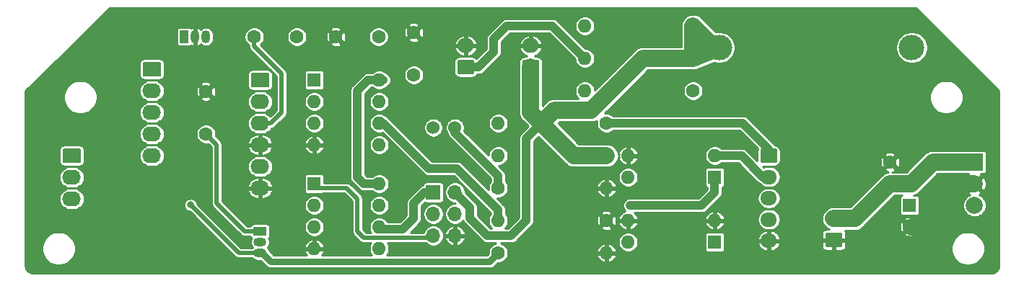
<source format=gbr>
G04 #@! TF.GenerationSoftware,KiCad,Pcbnew,5.1.5-1.fc31*
G04 #@! TF.CreationDate,2020-04-28T16:33:23+01:00*
G04 #@! TF.ProjectId,ReversingCam_FSAV433_ATTINY85_v3.2,52657665-7273-4696-9e67-43616d5f4653,V3.2*
G04 #@! TF.SameCoordinates,Original*
G04 #@! TF.FileFunction,Copper,L2,Bot*
G04 #@! TF.FilePolarity,Positive*
%FSLAX46Y46*%
G04 Gerber Fmt 4.6, Leading zero omitted, Abs format (unit mm)*
G04 Created by KiCad (PCBNEW 5.1.5-1.fc31) date 2020-04-28 16:33:23*
%MOMM*%
%LPD*%
G04 APERTURE LIST*
%ADD10C,1.600000*%
%ADD11C,0.100000*%
%ADD12O,2.200000X1.740000*%
%ADD13O,2.000000X1.700000*%
%ADD14O,1.500000X1.050000*%
%ADD15R,1.500000X1.050000*%
%ADD16O,1.050000X1.500000*%
%ADD17R,1.050000X1.500000*%
%ADD18R,2.000000X2.000000*%
%ADD19C,2.000000*%
%ADD20O,1.600000X1.600000*%
%ADD21R,1.600000X1.600000*%
%ADD22C,3.000000*%
%ADD23C,1.524000*%
%ADD24R,1.700000X1.700000*%
%ADD25O,1.700000X1.700000*%
%ADD26O,1.950000X1.700000*%
%ADD27C,0.800000*%
%ADD28C,2.000000*%
%ADD29C,1.000000*%
%ADD30C,0.500000*%
%ADD31C,0.800000*%
%ADD32C,0.254000*%
G04 APERTURE END LIST*
D10*
X57658000Y-29210000D03*
X52658000Y-29210000D03*
G04 #@! TA.AperFunction,ComponentPad*
D11*
G36*
X54214505Y-33421204D02*
G01*
X54238773Y-33424804D01*
X54262572Y-33430765D01*
X54285671Y-33439030D01*
X54307850Y-33449520D01*
X54328893Y-33462132D01*
X54348599Y-33476747D01*
X54366777Y-33493223D01*
X54383253Y-33511401D01*
X54397868Y-33531107D01*
X54410480Y-33552150D01*
X54420970Y-33574329D01*
X54429235Y-33597428D01*
X54435196Y-33621227D01*
X54438796Y-33645495D01*
X54440000Y-33669999D01*
X54440000Y-34910001D01*
X54438796Y-34934505D01*
X54435196Y-34958773D01*
X54429235Y-34982572D01*
X54420970Y-35005671D01*
X54410480Y-35027850D01*
X54397868Y-35048893D01*
X54383253Y-35068599D01*
X54366777Y-35086777D01*
X54348599Y-35103253D01*
X54328893Y-35117868D01*
X54307850Y-35130480D01*
X54285671Y-35140970D01*
X54262572Y-35149235D01*
X54238773Y-35155196D01*
X54214505Y-35158796D01*
X54190001Y-35160000D01*
X52489999Y-35160000D01*
X52465495Y-35158796D01*
X52441227Y-35155196D01*
X52417428Y-35149235D01*
X52394329Y-35140970D01*
X52372150Y-35130480D01*
X52351107Y-35117868D01*
X52331401Y-35103253D01*
X52313223Y-35086777D01*
X52296747Y-35068599D01*
X52282132Y-35048893D01*
X52269520Y-35027850D01*
X52259030Y-35005671D01*
X52250765Y-34982572D01*
X52244804Y-34958773D01*
X52241204Y-34934505D01*
X52240000Y-34910001D01*
X52240000Y-33669999D01*
X52241204Y-33645495D01*
X52244804Y-33621227D01*
X52250765Y-33597428D01*
X52259030Y-33574329D01*
X52269520Y-33552150D01*
X52282132Y-33531107D01*
X52296747Y-33511401D01*
X52313223Y-33493223D01*
X52331401Y-33476747D01*
X52351107Y-33462132D01*
X52372150Y-33449520D01*
X52394329Y-33439030D01*
X52417428Y-33430765D01*
X52441227Y-33424804D01*
X52465495Y-33421204D01*
X52489999Y-33420000D01*
X54190001Y-33420000D01*
X54214505Y-33421204D01*
G37*
G04 #@! TD.AperFunction*
D12*
X53340000Y-36830000D03*
X53340000Y-39370000D03*
X53340000Y-41910000D03*
X53340000Y-44450000D03*
X53340000Y-46990000D03*
D10*
X71374000Y-33702000D03*
X71374000Y-28702000D03*
G04 #@! TA.AperFunction,ComponentPad*
D11*
G36*
X121424504Y-52237204D02*
G01*
X121448773Y-52240804D01*
X121472571Y-52246765D01*
X121495671Y-52255030D01*
X121517849Y-52265520D01*
X121538893Y-52278133D01*
X121558598Y-52292747D01*
X121576777Y-52309223D01*
X121593253Y-52327402D01*
X121607867Y-52347107D01*
X121620480Y-52368151D01*
X121630970Y-52390329D01*
X121639235Y-52413429D01*
X121645196Y-52437227D01*
X121648796Y-52461496D01*
X121650000Y-52486000D01*
X121650000Y-53686000D01*
X121648796Y-53710504D01*
X121645196Y-53734773D01*
X121639235Y-53758571D01*
X121630970Y-53781671D01*
X121620480Y-53803849D01*
X121607867Y-53824893D01*
X121593253Y-53844598D01*
X121576777Y-53862777D01*
X121558598Y-53879253D01*
X121538893Y-53893867D01*
X121517849Y-53906480D01*
X121495671Y-53916970D01*
X121472571Y-53925235D01*
X121448773Y-53931196D01*
X121424504Y-53934796D01*
X121400000Y-53936000D01*
X119900000Y-53936000D01*
X119875496Y-53934796D01*
X119851227Y-53931196D01*
X119827429Y-53925235D01*
X119804329Y-53916970D01*
X119782151Y-53906480D01*
X119761107Y-53893867D01*
X119741402Y-53879253D01*
X119723223Y-53862777D01*
X119706747Y-53844598D01*
X119692133Y-53824893D01*
X119679520Y-53803849D01*
X119669030Y-53781671D01*
X119660765Y-53758571D01*
X119654804Y-53734773D01*
X119651204Y-53710504D01*
X119650000Y-53686000D01*
X119650000Y-52486000D01*
X119651204Y-52461496D01*
X119654804Y-52437227D01*
X119660765Y-52413429D01*
X119669030Y-52390329D01*
X119679520Y-52368151D01*
X119692133Y-52347107D01*
X119706747Y-52327402D01*
X119723223Y-52309223D01*
X119741402Y-52292747D01*
X119761107Y-52278133D01*
X119782151Y-52265520D01*
X119804329Y-52255030D01*
X119827429Y-52246765D01*
X119851227Y-52240804D01*
X119875496Y-52237204D01*
X119900000Y-52236000D01*
X121400000Y-52236000D01*
X121424504Y-52237204D01*
G37*
G04 #@! TD.AperFunction*
D13*
X120650000Y-50586000D03*
D14*
X53340000Y-53340000D03*
X53340000Y-54610000D03*
D15*
X53340000Y-52070000D03*
D16*
X45720000Y-29210000D03*
X46990000Y-29210000D03*
D17*
X44450000Y-29210000D03*
D18*
X137160000Y-43940000D03*
D19*
X137160000Y-46480000D03*
X137160000Y-49020000D03*
D20*
X93980000Y-46990000D03*
D10*
X81280000Y-46990000D03*
X93980000Y-43180000D03*
D20*
X81280000Y-43180000D03*
D10*
X104140000Y-27940000D03*
D20*
X91440000Y-27940000D03*
X81280000Y-39370000D03*
D10*
X93980000Y-39370000D03*
D20*
X96520000Y-45720000D03*
X106680000Y-43180000D03*
X96520000Y-43180000D03*
D21*
X106680000Y-45720000D03*
X106680000Y-53340000D03*
D20*
X96520000Y-50800000D03*
X106680000Y-50800000D03*
X96520000Y-53340000D03*
D22*
X129794000Y-30480000D03*
X107194000Y-30480000D03*
D23*
X73660000Y-39878000D03*
X76200000Y-39878000D03*
D20*
X67310000Y-46482000D03*
X59690000Y-54102000D03*
X67310000Y-49022000D03*
X59690000Y-51562000D03*
X67310000Y-51562000D03*
X59690000Y-49022000D03*
X67310000Y-54102000D03*
D21*
X59690000Y-46482000D03*
D24*
X73660000Y-47498000D03*
D25*
X76200000Y-47498000D03*
X73660000Y-50038000D03*
X76200000Y-50038000D03*
X73660000Y-52578000D03*
X76200000Y-52578000D03*
D21*
X129540000Y-49022000D03*
D10*
X129540000Y-51522000D03*
X132254000Y-43942000D03*
X127254000Y-43942000D03*
X62230000Y-29210000D03*
X67230000Y-29210000D03*
X46990000Y-40640000D03*
X46990000Y-35640000D03*
G04 #@! TA.AperFunction,ComponentPad*
D11*
G36*
X41514505Y-32151204D02*
G01*
X41538773Y-32154804D01*
X41562572Y-32160765D01*
X41585671Y-32169030D01*
X41607850Y-32179520D01*
X41628893Y-32192132D01*
X41648599Y-32206747D01*
X41666777Y-32223223D01*
X41683253Y-32241401D01*
X41697868Y-32261107D01*
X41710480Y-32282150D01*
X41720970Y-32304329D01*
X41729235Y-32327428D01*
X41735196Y-32351227D01*
X41738796Y-32375495D01*
X41740000Y-32399999D01*
X41740000Y-33640001D01*
X41738796Y-33664505D01*
X41735196Y-33688773D01*
X41729235Y-33712572D01*
X41720970Y-33735671D01*
X41710480Y-33757850D01*
X41697868Y-33778893D01*
X41683253Y-33798599D01*
X41666777Y-33816777D01*
X41648599Y-33833253D01*
X41628893Y-33847868D01*
X41607850Y-33860480D01*
X41585671Y-33870970D01*
X41562572Y-33879235D01*
X41538773Y-33885196D01*
X41514505Y-33888796D01*
X41490001Y-33890000D01*
X39789999Y-33890000D01*
X39765495Y-33888796D01*
X39741227Y-33885196D01*
X39717428Y-33879235D01*
X39694329Y-33870970D01*
X39672150Y-33860480D01*
X39651107Y-33847868D01*
X39631401Y-33833253D01*
X39613223Y-33816777D01*
X39596747Y-33798599D01*
X39582132Y-33778893D01*
X39569520Y-33757850D01*
X39559030Y-33735671D01*
X39550765Y-33712572D01*
X39544804Y-33688773D01*
X39541204Y-33664505D01*
X39540000Y-33640001D01*
X39540000Y-32399999D01*
X39541204Y-32375495D01*
X39544804Y-32351227D01*
X39550765Y-32327428D01*
X39559030Y-32304329D01*
X39569520Y-32282150D01*
X39582132Y-32261107D01*
X39596747Y-32241401D01*
X39613223Y-32223223D01*
X39631401Y-32206747D01*
X39651107Y-32192132D01*
X39672150Y-32179520D01*
X39694329Y-32169030D01*
X39717428Y-32160765D01*
X39741227Y-32154804D01*
X39765495Y-32151204D01*
X39789999Y-32150000D01*
X41490001Y-32150000D01*
X41514505Y-32151204D01*
G37*
G04 #@! TD.AperFunction*
D12*
X40640000Y-35560000D03*
X40640000Y-38100000D03*
X40640000Y-40640000D03*
X40640000Y-43180000D03*
G04 #@! TA.AperFunction,ComponentPad*
D11*
G36*
X32116505Y-42311204D02*
G01*
X32140773Y-42314804D01*
X32164572Y-42320765D01*
X32187671Y-42329030D01*
X32209850Y-42339520D01*
X32230893Y-42352132D01*
X32250599Y-42366747D01*
X32268777Y-42383223D01*
X32285253Y-42401401D01*
X32299868Y-42421107D01*
X32312480Y-42442150D01*
X32322970Y-42464329D01*
X32331235Y-42487428D01*
X32337196Y-42511227D01*
X32340796Y-42535495D01*
X32342000Y-42559999D01*
X32342000Y-43800001D01*
X32340796Y-43824505D01*
X32337196Y-43848773D01*
X32331235Y-43872572D01*
X32322970Y-43895671D01*
X32312480Y-43917850D01*
X32299868Y-43938893D01*
X32285253Y-43958599D01*
X32268777Y-43976777D01*
X32250599Y-43993253D01*
X32230893Y-44007868D01*
X32209850Y-44020480D01*
X32187671Y-44030970D01*
X32164572Y-44039235D01*
X32140773Y-44045196D01*
X32116505Y-44048796D01*
X32092001Y-44050000D01*
X30391999Y-44050000D01*
X30367495Y-44048796D01*
X30343227Y-44045196D01*
X30319428Y-44039235D01*
X30296329Y-44030970D01*
X30274150Y-44020480D01*
X30253107Y-44007868D01*
X30233401Y-43993253D01*
X30215223Y-43976777D01*
X30198747Y-43958599D01*
X30184132Y-43938893D01*
X30171520Y-43917850D01*
X30161030Y-43895671D01*
X30152765Y-43872572D01*
X30146804Y-43848773D01*
X30143204Y-43824505D01*
X30142000Y-43800001D01*
X30142000Y-42559999D01*
X30143204Y-42535495D01*
X30146804Y-42511227D01*
X30152765Y-42487428D01*
X30161030Y-42464329D01*
X30171520Y-42442150D01*
X30184132Y-42421107D01*
X30198747Y-42401401D01*
X30215223Y-42383223D01*
X30233401Y-42366747D01*
X30253107Y-42352132D01*
X30274150Y-42339520D01*
X30296329Y-42329030D01*
X30319428Y-42320765D01*
X30343227Y-42314804D01*
X30367495Y-42311204D01*
X30391999Y-42310000D01*
X32092001Y-42310000D01*
X32116505Y-42311204D01*
G37*
G04 #@! TD.AperFunction*
D12*
X31242000Y-45720000D03*
X31242000Y-48260000D03*
G04 #@! TA.AperFunction,ComponentPad*
D11*
G36*
X78244504Y-31917204D02*
G01*
X78268773Y-31920804D01*
X78292571Y-31926765D01*
X78315671Y-31935030D01*
X78337849Y-31945520D01*
X78358893Y-31958133D01*
X78378598Y-31972747D01*
X78396777Y-31989223D01*
X78413253Y-32007402D01*
X78427867Y-32027107D01*
X78440480Y-32048151D01*
X78450970Y-32070329D01*
X78459235Y-32093429D01*
X78465196Y-32117227D01*
X78468796Y-32141496D01*
X78470000Y-32166000D01*
X78470000Y-33366000D01*
X78468796Y-33390504D01*
X78465196Y-33414773D01*
X78459235Y-33438571D01*
X78450970Y-33461671D01*
X78440480Y-33483849D01*
X78427867Y-33504893D01*
X78413253Y-33524598D01*
X78396777Y-33542777D01*
X78378598Y-33559253D01*
X78358893Y-33573867D01*
X78337849Y-33586480D01*
X78315671Y-33596970D01*
X78292571Y-33605235D01*
X78268773Y-33611196D01*
X78244504Y-33614796D01*
X78220000Y-33616000D01*
X76720000Y-33616000D01*
X76695496Y-33614796D01*
X76671227Y-33611196D01*
X76647429Y-33605235D01*
X76624329Y-33596970D01*
X76602151Y-33586480D01*
X76581107Y-33573867D01*
X76561402Y-33559253D01*
X76543223Y-33542777D01*
X76526747Y-33524598D01*
X76512133Y-33504893D01*
X76499520Y-33483849D01*
X76489030Y-33461671D01*
X76480765Y-33438571D01*
X76474804Y-33414773D01*
X76471204Y-33390504D01*
X76470000Y-33366000D01*
X76470000Y-32166000D01*
X76471204Y-32141496D01*
X76474804Y-32117227D01*
X76480765Y-32093429D01*
X76489030Y-32070329D01*
X76499520Y-32048151D01*
X76512133Y-32027107D01*
X76526747Y-32007402D01*
X76543223Y-31989223D01*
X76561402Y-31972747D01*
X76581107Y-31958133D01*
X76602151Y-31945520D01*
X76624329Y-31935030D01*
X76647429Y-31926765D01*
X76671227Y-31920804D01*
X76695496Y-31917204D01*
X76720000Y-31916000D01*
X78220000Y-31916000D01*
X78244504Y-31917204D01*
G37*
G04 #@! TD.AperFunction*
D13*
X77470000Y-30266000D03*
X85090000Y-30266000D03*
G04 #@! TA.AperFunction,ComponentPad*
D11*
G36*
X85864504Y-31917204D02*
G01*
X85888773Y-31920804D01*
X85912571Y-31926765D01*
X85935671Y-31935030D01*
X85957849Y-31945520D01*
X85978893Y-31958133D01*
X85998598Y-31972747D01*
X86016777Y-31989223D01*
X86033253Y-32007402D01*
X86047867Y-32027107D01*
X86060480Y-32048151D01*
X86070970Y-32070329D01*
X86079235Y-32093429D01*
X86085196Y-32117227D01*
X86088796Y-32141496D01*
X86090000Y-32166000D01*
X86090000Y-33366000D01*
X86088796Y-33390504D01*
X86085196Y-33414773D01*
X86079235Y-33438571D01*
X86070970Y-33461671D01*
X86060480Y-33483849D01*
X86047867Y-33504893D01*
X86033253Y-33524598D01*
X86016777Y-33542777D01*
X85998598Y-33559253D01*
X85978893Y-33573867D01*
X85957849Y-33586480D01*
X85935671Y-33596970D01*
X85912571Y-33605235D01*
X85888773Y-33611196D01*
X85864504Y-33614796D01*
X85840000Y-33616000D01*
X84340000Y-33616000D01*
X84315496Y-33614796D01*
X84291227Y-33611196D01*
X84267429Y-33605235D01*
X84244329Y-33596970D01*
X84222151Y-33586480D01*
X84201107Y-33573867D01*
X84181402Y-33559253D01*
X84163223Y-33542777D01*
X84146747Y-33524598D01*
X84132133Y-33504893D01*
X84119520Y-33483849D01*
X84109030Y-33461671D01*
X84100765Y-33438571D01*
X84094804Y-33414773D01*
X84091204Y-33390504D01*
X84090000Y-33366000D01*
X84090000Y-32166000D01*
X84091204Y-32141496D01*
X84094804Y-32117227D01*
X84100765Y-32093429D01*
X84109030Y-32070329D01*
X84119520Y-32048151D01*
X84132133Y-32027107D01*
X84146747Y-32007402D01*
X84163223Y-31989223D01*
X84181402Y-31972747D01*
X84201107Y-31958133D01*
X84222151Y-31945520D01*
X84244329Y-31935030D01*
X84267429Y-31926765D01*
X84291227Y-31920804D01*
X84315496Y-31917204D01*
X84340000Y-31916000D01*
X85840000Y-31916000D01*
X85864504Y-31917204D01*
G37*
G04 #@! TD.AperFunction*
G04 #@! TA.AperFunction,ComponentPad*
G36*
X113779504Y-42331204D02*
G01*
X113803773Y-42334804D01*
X113827571Y-42340765D01*
X113850671Y-42349030D01*
X113872849Y-42359520D01*
X113893893Y-42372133D01*
X113913598Y-42386747D01*
X113931777Y-42403223D01*
X113948253Y-42421402D01*
X113962867Y-42441107D01*
X113975480Y-42462151D01*
X113985970Y-42484329D01*
X113994235Y-42507429D01*
X114000196Y-42531227D01*
X114003796Y-42555496D01*
X114005000Y-42580000D01*
X114005000Y-43780000D01*
X114003796Y-43804504D01*
X114000196Y-43828773D01*
X113994235Y-43852571D01*
X113985970Y-43875671D01*
X113975480Y-43897849D01*
X113962867Y-43918893D01*
X113948253Y-43938598D01*
X113931777Y-43956777D01*
X113913598Y-43973253D01*
X113893893Y-43987867D01*
X113872849Y-44000480D01*
X113850671Y-44010970D01*
X113827571Y-44019235D01*
X113803773Y-44025196D01*
X113779504Y-44028796D01*
X113755000Y-44030000D01*
X112305000Y-44030000D01*
X112280496Y-44028796D01*
X112256227Y-44025196D01*
X112232429Y-44019235D01*
X112209329Y-44010970D01*
X112187151Y-44000480D01*
X112166107Y-43987867D01*
X112146402Y-43973253D01*
X112128223Y-43956777D01*
X112111747Y-43938598D01*
X112097133Y-43918893D01*
X112084520Y-43897849D01*
X112074030Y-43875671D01*
X112065765Y-43852571D01*
X112059804Y-43828773D01*
X112056204Y-43804504D01*
X112055000Y-43780000D01*
X112055000Y-42580000D01*
X112056204Y-42555496D01*
X112059804Y-42531227D01*
X112065765Y-42507429D01*
X112074030Y-42484329D01*
X112084520Y-42462151D01*
X112097133Y-42441107D01*
X112111747Y-42421402D01*
X112128223Y-42403223D01*
X112146402Y-42386747D01*
X112166107Y-42372133D01*
X112187151Y-42359520D01*
X112209329Y-42349030D01*
X112232429Y-42340765D01*
X112256227Y-42334804D01*
X112280496Y-42331204D01*
X112305000Y-42330000D01*
X113755000Y-42330000D01*
X113779504Y-42331204D01*
G37*
G04 #@! TD.AperFunction*
D26*
X113030000Y-45680000D03*
X113030000Y-48180000D03*
X113030000Y-50680000D03*
X113030000Y-53180000D03*
D10*
X93980000Y-50800000D03*
D20*
X81280000Y-50800000D03*
X91440000Y-31750000D03*
D10*
X104140000Y-31750000D03*
X81280000Y-54610000D03*
D20*
X93980000Y-54610000D03*
X91440000Y-35560000D03*
D10*
X104140000Y-35560000D03*
D21*
X59690000Y-34290000D03*
D20*
X67310000Y-41910000D03*
X59690000Y-36830000D03*
X67310000Y-39370000D03*
X59690000Y-39370000D03*
X67310000Y-36830000D03*
X59690000Y-41910000D03*
X67310000Y-34290000D03*
D27*
X32512000Y-56134000D03*
X35052000Y-56134000D03*
X37592000Y-56134000D03*
X40132000Y-56134000D03*
X42672000Y-56134000D03*
X45212000Y-56134000D03*
X47752000Y-56134000D03*
X50292000Y-56134000D03*
X52832000Y-56134000D03*
X26924000Y-36068000D03*
X26924000Y-38608000D03*
X26924000Y-41148000D03*
X26924000Y-43688000D03*
X26924000Y-46228000D03*
X26924000Y-48768000D03*
X26924000Y-51308000D03*
X36576000Y-26670000D03*
X39116000Y-26670000D03*
X41656000Y-26670000D03*
X44196000Y-26670000D03*
X46736000Y-26670000D03*
X31750000Y-30988000D03*
X57150000Y-54610000D03*
X70866000Y-44450000D03*
X45199491Y-48976675D03*
X96774000Y-49022000D03*
D28*
X131358000Y-51522000D02*
X129794000Y-51522000D01*
X135745787Y-46480000D02*
X135743787Y-46482000D01*
X137160000Y-46480000D02*
X135745787Y-46480000D01*
X134112000Y-46482000D02*
X132842000Y-47752000D01*
X135743787Y-46482000D02*
X134112000Y-46482000D01*
X132842000Y-50038000D02*
X131358000Y-51522000D01*
X132842000Y-47752000D02*
X132842000Y-50038000D01*
D29*
X81280000Y-50800000D02*
X81280005Y-50800005D01*
X81280000Y-49570464D02*
X81280000Y-50800000D01*
X76413536Y-44704000D02*
X81280000Y-49570464D01*
X67818000Y-39370000D02*
X73152000Y-44704000D01*
X73152000Y-44704000D02*
X76413536Y-44704000D01*
D30*
X52658000Y-30341370D02*
X55880000Y-33563370D01*
X52658000Y-29210000D02*
X52658000Y-30341370D01*
X55880000Y-33563370D02*
X55880000Y-38100000D01*
X55880000Y-38100000D02*
X54610000Y-39370000D01*
X54610000Y-39370000D02*
X53340000Y-39370000D01*
D29*
X53340000Y-54610000D02*
X53565000Y-54610000D01*
D30*
X53340000Y-54610000D02*
X50832816Y-54610000D01*
X50832816Y-54610000D02*
X45599490Y-49376674D01*
X45599490Y-49376674D02*
X45199491Y-48976675D01*
D31*
X53565000Y-54610000D02*
X54581000Y-55626000D01*
X80264000Y-55626000D02*
X81280000Y-54610000D01*
X54581000Y-55626000D02*
X80264000Y-55626000D01*
D28*
X132254000Y-43942000D02*
X137160000Y-43940000D01*
X129714000Y-46482000D02*
X132254000Y-43942000D01*
X127254000Y-46482000D02*
X129714000Y-46482000D01*
X120650000Y-50586000D02*
X123150000Y-50586000D01*
X123150000Y-50586000D02*
X127254000Y-46482000D01*
D29*
X113030000Y-42418000D02*
X113030000Y-43180000D01*
X93980000Y-39370000D02*
X109982000Y-39370000D01*
X109982000Y-39370000D02*
X113030000Y-42418000D01*
X112325000Y-45680000D02*
X113030000Y-45680000D01*
X106680000Y-43180000D02*
X109825000Y-43180000D01*
X109825000Y-43180000D02*
X112325000Y-45680000D01*
X81280000Y-45546930D02*
X81280000Y-45858630D01*
X81280000Y-45858630D02*
X81280000Y-46990000D01*
X76200000Y-40132000D02*
X76200000Y-40466930D01*
X76200000Y-40466930D02*
X81280000Y-45546930D01*
X105156000Y-49022000D02*
X96774000Y-49022000D01*
X106680000Y-45720000D02*
X106680000Y-47498000D01*
X106680000Y-47498000D02*
X105156000Y-49022000D01*
D30*
X63500000Y-46990000D02*
X60198000Y-46990000D01*
X73406000Y-52832000D02*
X65532000Y-52832000D01*
X73660000Y-52578000D02*
X73406000Y-52832000D01*
X64770000Y-52070000D02*
X64770000Y-48260000D01*
X64770000Y-48260000D02*
X63500000Y-46990000D01*
X65532000Y-52832000D02*
X64770000Y-52070000D01*
D29*
X67564000Y-51816000D02*
X67310000Y-51562000D01*
X72644000Y-47498000D02*
X71374000Y-48768000D01*
X73660000Y-47498000D02*
X72644000Y-47498000D01*
X71374000Y-48768000D02*
X71374000Y-50546000D01*
X71374000Y-50546000D02*
X70104000Y-51816000D01*
X70104000Y-51816000D02*
X67564000Y-51816000D01*
D28*
X90170000Y-43180000D02*
X93980000Y-43180000D01*
X104140000Y-31750000D02*
X107194000Y-30480000D01*
X106680000Y-30480000D02*
X104140000Y-27940000D01*
X107194000Y-30480000D02*
X106680000Y-30480000D01*
X104140000Y-27940000D02*
X104140000Y-31750000D01*
D29*
X64770000Y-35560000D02*
X64770000Y-45720000D01*
X67818000Y-34290000D02*
X66040000Y-34290000D01*
X65532000Y-46482000D02*
X67310000Y-46482000D01*
X64770000Y-45720000D02*
X65532000Y-46482000D01*
X66040000Y-34290000D02*
X64770000Y-35560000D01*
D28*
X103008630Y-31750000D02*
X104140000Y-31750000D01*
X98298000Y-31750000D02*
X103008630Y-31750000D01*
X92202000Y-37846000D02*
X98298000Y-31750000D01*
X86614000Y-39116000D02*
X87884000Y-37846000D01*
X87884000Y-37846000D02*
X92202000Y-37846000D01*
X85090000Y-38100000D02*
X90170000Y-43180000D01*
X85090000Y-32766000D02*
X85090000Y-38100000D01*
D29*
X86868000Y-39878000D02*
X90170000Y-43180000D01*
X86868000Y-38862000D02*
X86868000Y-39878000D01*
X84582000Y-41148000D02*
X86868000Y-38862000D01*
X84582000Y-50800000D02*
X84582000Y-41148000D01*
X80010000Y-52578000D02*
X82804000Y-52578000D01*
X77978000Y-49276000D02*
X77978000Y-50546000D01*
X76200000Y-47498000D02*
X77978000Y-49276000D01*
X77978000Y-50546000D02*
X80010000Y-52578000D01*
X82804000Y-52578000D02*
X84582000Y-50800000D01*
X87630000Y-27940000D02*
X91440000Y-31750000D01*
X78994000Y-32766000D02*
X80772000Y-30988000D01*
X80772000Y-30988000D02*
X80772000Y-29464000D01*
X80772000Y-29464000D02*
X82296000Y-27940000D01*
X77470000Y-32766000D02*
X78994000Y-32766000D01*
X82296000Y-27940000D02*
X87630000Y-27940000D01*
D30*
X48260000Y-41910000D02*
X46990000Y-40640000D01*
X48260000Y-48768000D02*
X48260000Y-41910000D01*
X53340000Y-52070000D02*
X51562000Y-52070000D01*
X51562000Y-52070000D02*
X48260000Y-48768000D01*
D32*
G36*
X139979800Y-35568171D02*
G01*
X139979801Y-56114136D01*
X139961436Y-56301441D01*
X139912808Y-56462503D01*
X139833823Y-56611051D01*
X139727489Y-56741430D01*
X139597854Y-56848674D01*
X139449858Y-56928695D01*
X139289139Y-56978446D01*
X139103093Y-56998000D01*
X26689854Y-56998000D01*
X26502559Y-56979636D01*
X26341497Y-56931008D01*
X26192949Y-56852023D01*
X26062570Y-56745689D01*
X25955326Y-56616054D01*
X25875305Y-56468058D01*
X25825554Y-56307339D01*
X25806000Y-56121293D01*
X25806000Y-53904889D01*
X27719000Y-53904889D01*
X27719000Y-54295111D01*
X27795129Y-54677836D01*
X27944461Y-55038355D01*
X28161257Y-55362814D01*
X28437186Y-55638743D01*
X28761645Y-55855539D01*
X29122164Y-56004871D01*
X29504889Y-56081000D01*
X29895111Y-56081000D01*
X30277836Y-56004871D01*
X30638355Y-55855539D01*
X30962814Y-55638743D01*
X31238743Y-55362814D01*
X31455539Y-55038355D01*
X31604871Y-54677836D01*
X31681000Y-54295111D01*
X31681000Y-53904889D01*
X31604871Y-53522164D01*
X31455539Y-53161645D01*
X31238743Y-52837186D01*
X30962814Y-52561257D01*
X30638355Y-52344461D01*
X30277836Y-52195129D01*
X29895111Y-52119000D01*
X29504889Y-52119000D01*
X29122164Y-52195129D01*
X28761645Y-52344461D01*
X28437186Y-52561257D01*
X28161257Y-52837186D01*
X27944461Y-53161645D01*
X27795129Y-53522164D01*
X27719000Y-53904889D01*
X25806000Y-53904889D01*
X25806000Y-48260000D01*
X29754947Y-48260000D01*
X29779101Y-48505239D01*
X29850634Y-48741053D01*
X29966799Y-48958381D01*
X30123129Y-49148871D01*
X30313619Y-49305201D01*
X30530947Y-49421366D01*
X30766761Y-49492899D01*
X30950543Y-49511000D01*
X31533457Y-49511000D01*
X31717239Y-49492899D01*
X31953053Y-49421366D01*
X32170381Y-49305201D01*
X32360871Y-49148871D01*
X32517201Y-48958381D01*
X32548538Y-48899753D01*
X44418491Y-48899753D01*
X44418491Y-49053597D01*
X44448504Y-49204484D01*
X44507378Y-49346617D01*
X44592849Y-49474534D01*
X44701632Y-49583317D01*
X44829549Y-49668788D01*
X44971682Y-49727662D01*
X45079570Y-49749122D01*
X45131387Y-49800939D01*
X50364715Y-55034268D01*
X50384473Y-55058343D01*
X50408548Y-55078101D01*
X50408550Y-55078103D01*
X50480555Y-55137196D01*
X50590174Y-55195789D01*
X50709118Y-55231870D01*
X50832816Y-55244053D01*
X50863814Y-55241000D01*
X52460808Y-55241000D01*
X52471262Y-55253738D01*
X52609218Y-55366956D01*
X52766612Y-55451084D01*
X52937393Y-55502890D01*
X53070499Y-55516000D01*
X53366500Y-55516000D01*
X54001626Y-56151127D01*
X54026078Y-56180922D01*
X54055873Y-56205374D01*
X54055874Y-56205375D01*
X54145000Y-56278519D01*
X54206736Y-56311517D01*
X54280678Y-56351040D01*
X54427897Y-56395699D01*
X54542640Y-56407000D01*
X54542643Y-56407000D01*
X54581000Y-56410778D01*
X54619357Y-56407000D01*
X80225643Y-56407000D01*
X80264000Y-56410778D01*
X80302357Y-56407000D01*
X80302360Y-56407000D01*
X80417103Y-56395699D01*
X80564322Y-56351040D01*
X80699999Y-56278519D01*
X80818922Y-56180922D01*
X80843378Y-56151122D01*
X81203500Y-55791000D01*
X81396318Y-55791000D01*
X81624485Y-55745614D01*
X81839413Y-55656588D01*
X82032843Y-55527342D01*
X82197342Y-55362843D01*
X82326588Y-55169413D01*
X82415614Y-54954485D01*
X82422649Y-54919114D01*
X92840171Y-54919114D01*
X92860527Y-54986239D01*
X92955438Y-55197408D01*
X93089722Y-55386003D01*
X93258219Y-55544777D01*
X93454454Y-55667628D01*
X93670885Y-55749835D01*
X93853000Y-55688908D01*
X93853000Y-54737000D01*
X94107000Y-54737000D01*
X94107000Y-55688908D01*
X94289115Y-55749835D01*
X94505546Y-55667628D01*
X94701781Y-55544777D01*
X94870278Y-55386003D01*
X95004562Y-55197408D01*
X95099473Y-54986239D01*
X95119829Y-54919114D01*
X95058297Y-54737000D01*
X94107000Y-54737000D01*
X93853000Y-54737000D01*
X92901703Y-54737000D01*
X92840171Y-54919114D01*
X82422649Y-54919114D01*
X82461000Y-54726318D01*
X82461000Y-54493682D01*
X82422650Y-54300886D01*
X92840171Y-54300886D01*
X92901703Y-54483000D01*
X93853000Y-54483000D01*
X93853000Y-53531092D01*
X94107000Y-53531092D01*
X94107000Y-54483000D01*
X95058297Y-54483000D01*
X95119829Y-54300886D01*
X95099473Y-54233761D01*
X95004562Y-54022592D01*
X94870278Y-53833997D01*
X94701781Y-53675223D01*
X94505546Y-53552372D01*
X94289115Y-53470165D01*
X94107000Y-53531092D01*
X93853000Y-53531092D01*
X93670885Y-53470165D01*
X93454454Y-53552372D01*
X93258219Y-53675223D01*
X93089722Y-53833997D01*
X92955438Y-54022592D01*
X92860527Y-54233761D01*
X92840171Y-54300886D01*
X82422650Y-54300886D01*
X82415614Y-54265515D01*
X82326588Y-54050587D01*
X82197342Y-53857157D01*
X82032843Y-53692658D01*
X81839413Y-53563412D01*
X81624485Y-53474386D01*
X81547136Y-53459000D01*
X82760730Y-53459000D01*
X82804000Y-53463262D01*
X82847270Y-53459000D01*
X82847273Y-53459000D01*
X82976706Y-53446252D01*
X83142775Y-53395875D01*
X83295825Y-53314068D01*
X83405961Y-53223682D01*
X95339000Y-53223682D01*
X95339000Y-53456318D01*
X95384386Y-53684485D01*
X95473412Y-53899413D01*
X95602658Y-54092843D01*
X95767157Y-54257342D01*
X95960587Y-54386588D01*
X96175515Y-54475614D01*
X96403682Y-54521000D01*
X96636318Y-54521000D01*
X96864485Y-54475614D01*
X97079413Y-54386588D01*
X97272843Y-54257342D01*
X97437342Y-54092843D01*
X97566588Y-53899413D01*
X97655614Y-53684485D01*
X97701000Y-53456318D01*
X97701000Y-53223682D01*
X97655614Y-52995515D01*
X97566588Y-52780587D01*
X97437342Y-52587157D01*
X97390185Y-52540000D01*
X105497157Y-52540000D01*
X105497157Y-54140000D01*
X105504513Y-54214689D01*
X105526299Y-54286508D01*
X105561678Y-54352696D01*
X105609289Y-54410711D01*
X105667304Y-54458322D01*
X105733492Y-54493701D01*
X105805311Y-54515487D01*
X105880000Y-54522843D01*
X107480000Y-54522843D01*
X107554689Y-54515487D01*
X107626508Y-54493701D01*
X107692696Y-54458322D01*
X107750711Y-54410711D01*
X107798322Y-54352696D01*
X107833701Y-54286508D01*
X107855487Y-54214689D01*
X107862843Y-54140000D01*
X107862843Y-53496980D01*
X111715511Y-53496980D01*
X111786332Y-53693512D01*
X111908008Y-53901886D01*
X112067998Y-54082519D01*
X112260153Y-54228468D01*
X112477089Y-54334125D01*
X112710470Y-54395430D01*
X112903000Y-54315647D01*
X112903000Y-53307000D01*
X113157000Y-53307000D01*
X113157000Y-54315647D01*
X113349530Y-54395430D01*
X113582911Y-54334125D01*
X113799847Y-54228468D01*
X113992002Y-54082519D01*
X114121776Y-53936000D01*
X119267157Y-53936000D01*
X119274513Y-54010689D01*
X119296299Y-54082508D01*
X119331678Y-54148696D01*
X119379289Y-54206711D01*
X119437304Y-54254322D01*
X119503492Y-54289701D01*
X119575311Y-54311487D01*
X119650000Y-54318843D01*
X120427750Y-54317000D01*
X120523000Y-54221750D01*
X120523000Y-53213000D01*
X120777000Y-53213000D01*
X120777000Y-54221750D01*
X120872250Y-54317000D01*
X121650000Y-54318843D01*
X121724689Y-54311487D01*
X121796508Y-54289701D01*
X121862696Y-54254322D01*
X121920711Y-54206711D01*
X121968322Y-54148696D01*
X122003701Y-54082508D01*
X122025487Y-54010689D01*
X122032843Y-53936000D01*
X122032752Y-53904889D01*
X134399000Y-53904889D01*
X134399000Y-54295111D01*
X134475129Y-54677836D01*
X134624461Y-55038355D01*
X134841257Y-55362814D01*
X135117186Y-55638743D01*
X135441645Y-55855539D01*
X135802164Y-56004871D01*
X136184889Y-56081000D01*
X136575111Y-56081000D01*
X136957836Y-56004871D01*
X137318355Y-55855539D01*
X137642814Y-55638743D01*
X137918743Y-55362814D01*
X138135539Y-55038355D01*
X138284871Y-54677836D01*
X138361000Y-54295111D01*
X138361000Y-53904889D01*
X138284871Y-53522164D01*
X138135539Y-53161645D01*
X137918743Y-52837186D01*
X137642814Y-52561257D01*
X137318355Y-52344461D01*
X136957836Y-52195129D01*
X136575111Y-52119000D01*
X136184889Y-52119000D01*
X135802164Y-52195129D01*
X135441645Y-52344461D01*
X135117186Y-52561257D01*
X134841257Y-52837186D01*
X134624461Y-53161645D01*
X134475129Y-53522164D01*
X134399000Y-53904889D01*
X122032752Y-53904889D01*
X122031000Y-53308250D01*
X121935750Y-53213000D01*
X120777000Y-53213000D01*
X120523000Y-53213000D01*
X119364250Y-53213000D01*
X119269000Y-53308250D01*
X119267157Y-53936000D01*
X114121776Y-53936000D01*
X114151992Y-53901886D01*
X114273668Y-53693512D01*
X114344489Y-53496980D01*
X114283627Y-53307000D01*
X113157000Y-53307000D01*
X112903000Y-53307000D01*
X111776373Y-53307000D01*
X111715511Y-53496980D01*
X107862843Y-53496980D01*
X107862843Y-52863020D01*
X111715511Y-52863020D01*
X111776373Y-53053000D01*
X112903000Y-53053000D01*
X112903000Y-52044353D01*
X113157000Y-52044353D01*
X113157000Y-53053000D01*
X114283627Y-53053000D01*
X114344489Y-52863020D01*
X114273668Y-52666488D01*
X114151992Y-52458114D01*
X113992002Y-52277481D01*
X113799847Y-52131532D01*
X113582911Y-52025875D01*
X113349530Y-51964570D01*
X113157000Y-52044353D01*
X112903000Y-52044353D01*
X112710470Y-51964570D01*
X112477089Y-52025875D01*
X112260153Y-52131532D01*
X112067998Y-52277481D01*
X111908008Y-52458114D01*
X111786332Y-52666488D01*
X111715511Y-52863020D01*
X107862843Y-52863020D01*
X107862843Y-52540000D01*
X107855487Y-52465311D01*
X107833701Y-52393492D01*
X107798322Y-52327304D01*
X107750711Y-52269289D01*
X107692696Y-52221678D01*
X107626508Y-52186299D01*
X107554689Y-52164513D01*
X107480000Y-52157157D01*
X105880000Y-52157157D01*
X105805311Y-52164513D01*
X105733492Y-52186299D01*
X105667304Y-52221678D01*
X105609289Y-52269289D01*
X105561678Y-52327304D01*
X105526299Y-52393492D01*
X105504513Y-52465311D01*
X105497157Y-52540000D01*
X97390185Y-52540000D01*
X97272843Y-52422658D01*
X97079413Y-52293412D01*
X96864485Y-52204386D01*
X96636318Y-52159000D01*
X96403682Y-52159000D01*
X96175515Y-52204386D01*
X95960587Y-52293412D01*
X95767157Y-52422658D01*
X95602658Y-52587157D01*
X95473412Y-52780587D01*
X95384386Y-52995515D01*
X95339000Y-53223682D01*
X83405961Y-53223682D01*
X83429975Y-53203975D01*
X83457566Y-53170355D01*
X84971579Y-51656342D01*
X93303263Y-51656342D01*
X93389218Y-51829207D01*
X93601358Y-51924687D01*
X93828048Y-51976945D01*
X94060578Y-51983975D01*
X94290012Y-51945505D01*
X94507532Y-51863014D01*
X94570782Y-51829207D01*
X94656737Y-51656342D01*
X93980000Y-50979605D01*
X93303263Y-51656342D01*
X84971579Y-51656342D01*
X85174362Y-51453560D01*
X85207975Y-51425975D01*
X85262137Y-51359978D01*
X85318068Y-51291826D01*
X85399875Y-51138775D01*
X85408600Y-51110012D01*
X85450252Y-50972706D01*
X85459325Y-50880578D01*
X92796025Y-50880578D01*
X92834495Y-51110012D01*
X92916986Y-51327532D01*
X92950793Y-51390782D01*
X93123658Y-51476737D01*
X93800395Y-50800000D01*
X94159605Y-50800000D01*
X94836342Y-51476737D01*
X95009207Y-51390782D01*
X95104687Y-51178642D01*
X95120715Y-51109114D01*
X95380171Y-51109114D01*
X95400527Y-51176239D01*
X95495438Y-51387408D01*
X95629722Y-51576003D01*
X95798219Y-51734777D01*
X95994454Y-51857628D01*
X96210885Y-51939835D01*
X96393000Y-51878908D01*
X96393000Y-50927000D01*
X96647000Y-50927000D01*
X96647000Y-51878908D01*
X96829115Y-51939835D01*
X97045546Y-51857628D01*
X97241781Y-51734777D01*
X97410278Y-51576003D01*
X97544562Y-51387408D01*
X97639473Y-51176239D01*
X97659829Y-51109114D01*
X105540171Y-51109114D01*
X105560527Y-51176239D01*
X105655438Y-51387408D01*
X105789722Y-51576003D01*
X105958219Y-51734777D01*
X106154454Y-51857628D01*
X106370885Y-51939835D01*
X106553000Y-51878908D01*
X106553000Y-50927000D01*
X106807000Y-50927000D01*
X106807000Y-51878908D01*
X106989115Y-51939835D01*
X107205546Y-51857628D01*
X107401781Y-51734777D01*
X107570278Y-51576003D01*
X107704562Y-51387408D01*
X107799473Y-51176239D01*
X107819829Y-51109114D01*
X107758297Y-50927000D01*
X106807000Y-50927000D01*
X106553000Y-50927000D01*
X105601703Y-50927000D01*
X105540171Y-51109114D01*
X97659829Y-51109114D01*
X97598297Y-50927000D01*
X96647000Y-50927000D01*
X96393000Y-50927000D01*
X95441703Y-50927000D01*
X95380171Y-51109114D01*
X95120715Y-51109114D01*
X95156945Y-50951952D01*
X95163975Y-50719422D01*
X95157366Y-50680000D01*
X111668044Y-50680000D01*
X111691812Y-50921318D01*
X111762202Y-51153363D01*
X111876509Y-51367216D01*
X112030340Y-51554660D01*
X112217784Y-51708491D01*
X112431637Y-51822798D01*
X112663682Y-51893188D01*
X112844528Y-51911000D01*
X113215472Y-51911000D01*
X113396318Y-51893188D01*
X113628363Y-51822798D01*
X113842216Y-51708491D01*
X114029660Y-51554660D01*
X114183491Y-51367216D01*
X114297798Y-51153363D01*
X114368188Y-50921318D01*
X114391956Y-50680000D01*
X114382698Y-50586000D01*
X119262318Y-50586000D01*
X119288982Y-50856723D01*
X119367949Y-51117043D01*
X119496185Y-51356955D01*
X119668761Y-51567239D01*
X119879045Y-51739815D01*
X120093057Y-51854207D01*
X119650000Y-51853157D01*
X119575311Y-51860513D01*
X119503492Y-51882299D01*
X119437304Y-51917678D01*
X119379289Y-51965289D01*
X119331678Y-52023304D01*
X119296299Y-52089492D01*
X119274513Y-52161311D01*
X119267157Y-52236000D01*
X119269000Y-52863750D01*
X119364250Y-52959000D01*
X120523000Y-52959000D01*
X120523000Y-52939000D01*
X120777000Y-52939000D01*
X120777000Y-52959000D01*
X121935750Y-52959000D01*
X122031000Y-52863750D01*
X122032425Y-52378342D01*
X128863263Y-52378342D01*
X128949218Y-52551207D01*
X129161358Y-52646687D01*
X129388048Y-52698945D01*
X129620578Y-52705975D01*
X129850012Y-52667505D01*
X130067532Y-52585014D01*
X130130782Y-52551207D01*
X130216737Y-52378342D01*
X129540000Y-51701605D01*
X128863263Y-52378342D01*
X122032425Y-52378342D01*
X122032843Y-52236000D01*
X122025487Y-52161311D01*
X122003701Y-52089492D01*
X121968322Y-52023304D01*
X121922115Y-51967000D01*
X123082167Y-51967000D01*
X123150000Y-51973681D01*
X123217833Y-51967000D01*
X123217843Y-51967000D01*
X123420723Y-51947018D01*
X123681043Y-51868051D01*
X123920955Y-51739815D01*
X124088178Y-51602578D01*
X128356025Y-51602578D01*
X128394495Y-51832012D01*
X128476986Y-52049532D01*
X128510793Y-52112782D01*
X128683658Y-52198737D01*
X129360395Y-51522000D01*
X129719605Y-51522000D01*
X130396342Y-52198737D01*
X130569207Y-52112782D01*
X130664687Y-51900642D01*
X130716945Y-51673952D01*
X130723975Y-51441422D01*
X130685505Y-51211988D01*
X130603014Y-50994468D01*
X130569207Y-50931218D01*
X130396342Y-50845263D01*
X129719605Y-51522000D01*
X129360395Y-51522000D01*
X128683658Y-50845263D01*
X128510793Y-50931218D01*
X128415313Y-51143358D01*
X128363055Y-51370048D01*
X128356025Y-51602578D01*
X124088178Y-51602578D01*
X124131239Y-51567239D01*
X124174488Y-51514540D01*
X125023370Y-50665658D01*
X128863263Y-50665658D01*
X129540000Y-51342395D01*
X130216737Y-50665658D01*
X130130782Y-50492793D01*
X129918642Y-50397313D01*
X129691952Y-50345055D01*
X129459422Y-50338025D01*
X129229988Y-50376495D01*
X129012468Y-50458986D01*
X128949218Y-50492793D01*
X128863263Y-50665658D01*
X125023370Y-50665658D01*
X127826029Y-47863000D01*
X128610961Y-47863000D01*
X128593492Y-47868299D01*
X128527304Y-47903678D01*
X128469289Y-47951289D01*
X128421678Y-48009304D01*
X128386299Y-48075492D01*
X128364513Y-48147311D01*
X128357157Y-48222000D01*
X128357157Y-49822000D01*
X128364513Y-49896689D01*
X128386299Y-49968508D01*
X128421678Y-50034696D01*
X128469289Y-50092711D01*
X128527304Y-50140322D01*
X128593492Y-50175701D01*
X128665311Y-50197487D01*
X128740000Y-50204843D01*
X130340000Y-50204843D01*
X130414689Y-50197487D01*
X130486508Y-50175701D01*
X130552696Y-50140322D01*
X130610711Y-50092711D01*
X130658322Y-50034696D01*
X130693701Y-49968508D01*
X130715487Y-49896689D01*
X130722843Y-49822000D01*
X130722843Y-48883983D01*
X135779000Y-48883983D01*
X135779000Y-49156017D01*
X135832071Y-49422823D01*
X135936174Y-49674149D01*
X136087307Y-49900336D01*
X136279664Y-50092693D01*
X136505851Y-50243826D01*
X136757177Y-50347929D01*
X137023983Y-50401000D01*
X137296017Y-50401000D01*
X137562823Y-50347929D01*
X137814149Y-50243826D01*
X138040336Y-50092693D01*
X138232693Y-49900336D01*
X138383826Y-49674149D01*
X138487929Y-49422823D01*
X138541000Y-49156017D01*
X138541000Y-48883983D01*
X138487929Y-48617177D01*
X138383826Y-48365851D01*
X138232693Y-48139664D01*
X138040336Y-47947307D01*
X137814149Y-47796174D01*
X137705623Y-47751221D01*
X137757435Y-47732490D01*
X137869490Y-47672596D01*
X137979662Y-47479267D01*
X137160000Y-46659605D01*
X136340338Y-47479267D01*
X136450510Y-47672596D01*
X136616393Y-47750386D01*
X136505851Y-47796174D01*
X136279664Y-47947307D01*
X136087307Y-48139664D01*
X135936174Y-48365851D01*
X135832071Y-48617177D01*
X135779000Y-48883983D01*
X130722843Y-48883983D01*
X130722843Y-48222000D01*
X130715487Y-48147311D01*
X130693701Y-48075492D01*
X130658322Y-48009304D01*
X130610711Y-47951289D01*
X130552696Y-47903678D01*
X130486508Y-47868299D01*
X130414689Y-47846513D01*
X130340000Y-47839157D01*
X129997451Y-47839157D01*
X130245043Y-47764051D01*
X130484955Y-47635815D01*
X130695239Y-47463239D01*
X130738488Y-47410540D01*
X131596377Y-46552651D01*
X135774222Y-46552651D01*
X135815023Y-46821607D01*
X135907510Y-47077435D01*
X135967404Y-47189490D01*
X136160733Y-47299662D01*
X136980395Y-46480000D01*
X137339605Y-46480000D01*
X138159267Y-47299662D01*
X138352596Y-47189490D01*
X138468095Y-46943194D01*
X138533324Y-46679097D01*
X138545778Y-46407349D01*
X138504977Y-46138393D01*
X138412490Y-45882565D01*
X138352596Y-45770510D01*
X138159267Y-45660338D01*
X137339605Y-46480000D01*
X136980395Y-46480000D01*
X136160733Y-45660338D01*
X135967404Y-45770510D01*
X135851905Y-46016806D01*
X135786676Y-46280903D01*
X135774222Y-46552651D01*
X131596377Y-46552651D01*
X132826263Y-45322766D01*
X136145485Y-45321413D01*
X136160000Y-45322843D01*
X136430314Y-45322843D01*
X136340338Y-45480733D01*
X137160000Y-46300395D01*
X137979662Y-45480733D01*
X137889686Y-45322843D01*
X138160000Y-45322843D01*
X138234689Y-45315487D01*
X138306508Y-45293701D01*
X138372696Y-45258322D01*
X138430711Y-45210711D01*
X138478322Y-45152696D01*
X138513701Y-45086508D01*
X138535487Y-45014689D01*
X138542843Y-44940000D01*
X138542843Y-43988761D01*
X138547681Y-43939435D01*
X138542843Y-43890518D01*
X138542843Y-42940000D01*
X138535487Y-42865311D01*
X138513701Y-42793492D01*
X138478322Y-42727304D01*
X138430711Y-42669289D01*
X138372696Y-42621678D01*
X138306508Y-42586299D01*
X138234689Y-42564513D01*
X138160000Y-42557157D01*
X136160000Y-42557157D01*
X136137049Y-42559417D01*
X132321554Y-42560973D01*
X132253999Y-42554319D01*
X132185883Y-42561028D01*
X132185595Y-42561028D01*
X132117217Y-42567791D01*
X131983276Y-42580983D01*
X131983005Y-42581065D01*
X131982723Y-42581093D01*
X131852811Y-42620559D01*
X131722956Y-42659950D01*
X131722706Y-42660084D01*
X131722435Y-42660166D01*
X131603299Y-42723908D01*
X131483044Y-42788186D01*
X131482823Y-42788367D01*
X131482575Y-42788500D01*
X131379835Y-42872887D01*
X131325457Y-42917514D01*
X131325247Y-42917724D01*
X131272362Y-42961162D01*
X131229325Y-43013647D01*
X129141972Y-45101000D01*
X127483528Y-45101000D01*
X127564012Y-45087505D01*
X127781532Y-45005014D01*
X127844782Y-44971207D01*
X127930737Y-44798342D01*
X127254000Y-44121605D01*
X126577263Y-44798342D01*
X126663218Y-44971207D01*
X126875358Y-45066687D01*
X127072685Y-45112176D01*
X126983277Y-45120982D01*
X126722957Y-45199949D01*
X126483045Y-45328185D01*
X126435985Y-45366806D01*
X126325457Y-45457514D01*
X126325455Y-45457516D01*
X126272761Y-45500761D01*
X126229516Y-45553455D01*
X122577972Y-49205000D01*
X120582157Y-49205000D01*
X120379277Y-49224982D01*
X120118957Y-49303949D01*
X119879045Y-49432185D01*
X119668761Y-49604761D01*
X119496185Y-49815045D01*
X119367949Y-50054957D01*
X119288982Y-50315277D01*
X119262318Y-50586000D01*
X114382698Y-50586000D01*
X114368188Y-50438682D01*
X114297798Y-50206637D01*
X114183491Y-49992784D01*
X114029660Y-49805340D01*
X113842216Y-49651509D01*
X113628363Y-49537202D01*
X113396318Y-49466812D01*
X113215472Y-49449000D01*
X112844528Y-49449000D01*
X112663682Y-49466812D01*
X112431637Y-49537202D01*
X112217784Y-49651509D01*
X112030340Y-49805340D01*
X111876509Y-49992784D01*
X111762202Y-50206637D01*
X111691812Y-50438682D01*
X111668044Y-50680000D01*
X95157366Y-50680000D01*
X95125656Y-50490886D01*
X95380171Y-50490886D01*
X95441703Y-50673000D01*
X96393000Y-50673000D01*
X96393000Y-50653000D01*
X96647000Y-50653000D01*
X96647000Y-50673000D01*
X97598297Y-50673000D01*
X97659829Y-50490886D01*
X105540171Y-50490886D01*
X105601703Y-50673000D01*
X106553000Y-50673000D01*
X106553000Y-49721092D01*
X106807000Y-49721092D01*
X106807000Y-50673000D01*
X107758297Y-50673000D01*
X107819829Y-50490886D01*
X107799473Y-50423761D01*
X107704562Y-50212592D01*
X107570278Y-50023997D01*
X107401781Y-49865223D01*
X107205546Y-49742372D01*
X106989115Y-49660165D01*
X106807000Y-49721092D01*
X106553000Y-49721092D01*
X106370885Y-49660165D01*
X106154454Y-49742372D01*
X105958219Y-49865223D01*
X105789722Y-50023997D01*
X105655438Y-50212592D01*
X105560527Y-50423761D01*
X105540171Y-50490886D01*
X97659829Y-50490886D01*
X97639473Y-50423761D01*
X97544562Y-50212592D01*
X97410278Y-50023997D01*
X97281871Y-49903000D01*
X105112730Y-49903000D01*
X105156000Y-49907262D01*
X105199270Y-49903000D01*
X105199273Y-49903000D01*
X105328706Y-49890252D01*
X105494775Y-49839875D01*
X105647825Y-49758068D01*
X105781975Y-49647975D01*
X105809566Y-49614355D01*
X107243921Y-48180000D01*
X111668044Y-48180000D01*
X111691812Y-48421318D01*
X111762202Y-48653363D01*
X111876509Y-48867216D01*
X112030340Y-49054660D01*
X112217784Y-49208491D01*
X112431637Y-49322798D01*
X112663682Y-49393188D01*
X112844528Y-49411000D01*
X113215472Y-49411000D01*
X113396318Y-49393188D01*
X113628363Y-49322798D01*
X113842216Y-49208491D01*
X114029660Y-49054660D01*
X114183491Y-48867216D01*
X114297798Y-48653363D01*
X114368188Y-48421318D01*
X114391956Y-48180000D01*
X114368188Y-47938682D01*
X114297798Y-47706637D01*
X114183491Y-47492784D01*
X114029660Y-47305340D01*
X113842216Y-47151509D01*
X113628363Y-47037202D01*
X113396318Y-46966812D01*
X113215472Y-46949000D01*
X112844528Y-46949000D01*
X112663682Y-46966812D01*
X112431637Y-47037202D01*
X112217784Y-47151509D01*
X112030340Y-47305340D01*
X111876509Y-47492784D01*
X111762202Y-47706637D01*
X111691812Y-47938682D01*
X111668044Y-48180000D01*
X107243921Y-48180000D01*
X107272361Y-48151561D01*
X107305975Y-48123975D01*
X107381512Y-48031932D01*
X107416068Y-47989826D01*
X107481025Y-47868299D01*
X107497875Y-47836775D01*
X107548252Y-47670706D01*
X107561000Y-47541273D01*
X107561000Y-47541271D01*
X107565262Y-47498001D01*
X107561000Y-47454731D01*
X107561000Y-46893573D01*
X107626508Y-46873701D01*
X107692696Y-46838322D01*
X107750711Y-46790711D01*
X107798322Y-46732696D01*
X107833701Y-46666508D01*
X107855487Y-46594689D01*
X107862843Y-46520000D01*
X107862843Y-44920000D01*
X107855487Y-44845311D01*
X107833701Y-44773492D01*
X107798322Y-44707304D01*
X107750711Y-44649289D01*
X107692696Y-44601678D01*
X107626508Y-44566299D01*
X107554689Y-44544513D01*
X107480000Y-44537157D01*
X105880000Y-44537157D01*
X105805311Y-44544513D01*
X105733492Y-44566299D01*
X105667304Y-44601678D01*
X105609289Y-44649289D01*
X105561678Y-44707304D01*
X105526299Y-44773492D01*
X105504513Y-44845311D01*
X105497157Y-44920000D01*
X105497157Y-46520000D01*
X105504513Y-46594689D01*
X105526299Y-46666508D01*
X105561678Y-46732696D01*
X105609289Y-46790711D01*
X105667304Y-46838322D01*
X105733492Y-46873701D01*
X105799001Y-46893573D01*
X105799001Y-47133077D01*
X104791079Y-48141000D01*
X96730727Y-48141000D01*
X96601294Y-48153748D01*
X96435225Y-48204125D01*
X96282175Y-48285932D01*
X96148025Y-48396025D01*
X96037932Y-48530175D01*
X95956125Y-48683225D01*
X95905748Y-48849294D01*
X95888738Y-49022000D01*
X95905748Y-49194706D01*
X95956125Y-49360775D01*
X96037932Y-49513825D01*
X96148025Y-49647975D01*
X96178068Y-49672630D01*
X95994454Y-49742372D01*
X95798219Y-49865223D01*
X95629722Y-50023997D01*
X95495438Y-50212592D01*
X95400527Y-50423761D01*
X95380171Y-50490886D01*
X95125656Y-50490886D01*
X95125505Y-50489988D01*
X95043014Y-50272468D01*
X95009207Y-50209218D01*
X94836342Y-50123263D01*
X94159605Y-50800000D01*
X93800395Y-50800000D01*
X93123658Y-50123263D01*
X92950793Y-50209218D01*
X92855313Y-50421358D01*
X92803055Y-50648048D01*
X92796025Y-50880578D01*
X85459325Y-50880578D01*
X85463000Y-50843273D01*
X85463000Y-50843270D01*
X85467262Y-50800000D01*
X85463000Y-50756730D01*
X85463000Y-49943658D01*
X93303263Y-49943658D01*
X93980000Y-50620395D01*
X94656737Y-49943658D01*
X94570782Y-49770793D01*
X94358642Y-49675313D01*
X94131952Y-49623055D01*
X93899422Y-49616025D01*
X93669988Y-49654495D01*
X93452468Y-49736986D01*
X93389218Y-49770793D01*
X93303263Y-49943658D01*
X85463000Y-49943658D01*
X85463000Y-47299114D01*
X92840171Y-47299114D01*
X92860527Y-47366239D01*
X92955438Y-47577408D01*
X93089722Y-47766003D01*
X93258219Y-47924777D01*
X93454454Y-48047628D01*
X93670885Y-48129835D01*
X93853000Y-48068908D01*
X93853000Y-47117000D01*
X94107000Y-47117000D01*
X94107000Y-48068908D01*
X94289115Y-48129835D01*
X94505546Y-48047628D01*
X94701781Y-47924777D01*
X94870278Y-47766003D01*
X95004562Y-47577408D01*
X95099473Y-47366239D01*
X95119829Y-47299114D01*
X95058297Y-47117000D01*
X94107000Y-47117000D01*
X93853000Y-47117000D01*
X92901703Y-47117000D01*
X92840171Y-47299114D01*
X85463000Y-47299114D01*
X85463000Y-46680886D01*
X92840171Y-46680886D01*
X92901703Y-46863000D01*
X93853000Y-46863000D01*
X93853000Y-45911092D01*
X94107000Y-45911092D01*
X94107000Y-46863000D01*
X95058297Y-46863000D01*
X95119829Y-46680886D01*
X95099473Y-46613761D01*
X95004562Y-46402592D01*
X94870278Y-46213997D01*
X94701781Y-46055223D01*
X94505546Y-45932372D01*
X94289115Y-45850165D01*
X94107000Y-45911092D01*
X93853000Y-45911092D01*
X93670885Y-45850165D01*
X93454454Y-45932372D01*
X93258219Y-46055223D01*
X93089722Y-46213997D01*
X92955438Y-46402592D01*
X92860527Y-46613761D01*
X92840171Y-46680886D01*
X85463000Y-46680886D01*
X85463000Y-45603682D01*
X95339000Y-45603682D01*
X95339000Y-45836318D01*
X95384386Y-46064485D01*
X95473412Y-46279413D01*
X95602658Y-46472843D01*
X95767157Y-46637342D01*
X95960587Y-46766588D01*
X96175515Y-46855614D01*
X96403682Y-46901000D01*
X96636318Y-46901000D01*
X96864485Y-46855614D01*
X97079413Y-46766588D01*
X97272843Y-46637342D01*
X97437342Y-46472843D01*
X97566588Y-46279413D01*
X97655614Y-46064485D01*
X97701000Y-45836318D01*
X97701000Y-45603682D01*
X97655614Y-45375515D01*
X97566588Y-45160587D01*
X97437342Y-44967157D01*
X97272843Y-44802658D01*
X97079413Y-44673412D01*
X96864485Y-44584386D01*
X96636318Y-44539000D01*
X96403682Y-44539000D01*
X96175515Y-44584386D01*
X95960587Y-44673412D01*
X95767157Y-44802658D01*
X95602658Y-44967157D01*
X95473412Y-45160587D01*
X95384386Y-45375515D01*
X95339000Y-45603682D01*
X85463000Y-45603682D01*
X85463000Y-41512921D01*
X86006446Y-40969475D01*
X89145516Y-44108545D01*
X89188761Y-44161239D01*
X89241455Y-44204484D01*
X89241457Y-44204486D01*
X89341373Y-44286485D01*
X89399045Y-44333815D01*
X89638957Y-44462051D01*
X89899277Y-44541018D01*
X90102157Y-44561000D01*
X90102167Y-44561000D01*
X90170000Y-44567681D01*
X90237833Y-44561000D01*
X94047843Y-44561000D01*
X94250723Y-44541018D01*
X94511043Y-44462051D01*
X94750955Y-44333815D01*
X94961239Y-44161239D01*
X95133815Y-43950955D01*
X95262051Y-43711043D01*
X95341018Y-43450723D01*
X95355173Y-43307002D01*
X95441702Y-43307002D01*
X95380171Y-43489114D01*
X95400527Y-43556239D01*
X95495438Y-43767408D01*
X95629722Y-43956003D01*
X95798219Y-44114777D01*
X95994454Y-44237628D01*
X96210885Y-44319835D01*
X96393000Y-44258908D01*
X96393000Y-43307000D01*
X96647000Y-43307000D01*
X96647000Y-44258908D01*
X96829115Y-44319835D01*
X97045546Y-44237628D01*
X97241781Y-44114777D01*
X97410278Y-43956003D01*
X97544562Y-43767408D01*
X97639473Y-43556239D01*
X97659829Y-43489114D01*
X97598297Y-43307000D01*
X96647000Y-43307000D01*
X96393000Y-43307000D01*
X96373000Y-43307000D01*
X96373000Y-43053000D01*
X96393000Y-43053000D01*
X96393000Y-42101092D01*
X96647000Y-42101092D01*
X96647000Y-43053000D01*
X97598297Y-43053000D01*
X97659829Y-42870886D01*
X97639473Y-42803761D01*
X97544562Y-42592592D01*
X97410278Y-42403997D01*
X97241781Y-42245223D01*
X97045546Y-42122372D01*
X96829115Y-42040165D01*
X96647000Y-42101092D01*
X96393000Y-42101092D01*
X96210885Y-42040165D01*
X95994454Y-42122372D01*
X95798219Y-42245223D01*
X95629722Y-42403997D01*
X95495438Y-42592592D01*
X95400527Y-42803761D01*
X95380171Y-42870886D01*
X95441702Y-43052998D01*
X95355173Y-43052998D01*
X95341018Y-42909277D01*
X95262051Y-42648957D01*
X95133815Y-42409045D01*
X94961239Y-42198761D01*
X94750955Y-42026185D01*
X94511043Y-41897949D01*
X94250723Y-41818982D01*
X94047843Y-41799000D01*
X90742029Y-41799000D01*
X88313029Y-39370000D01*
X88456029Y-39227000D01*
X92134167Y-39227000D01*
X92202000Y-39233681D01*
X92269833Y-39227000D01*
X92269843Y-39227000D01*
X92472723Y-39207018D01*
X92733043Y-39128051D01*
X92834810Y-39073655D01*
X92799000Y-39253682D01*
X92799000Y-39486318D01*
X92844386Y-39714485D01*
X92933412Y-39929413D01*
X93062658Y-40122843D01*
X93227157Y-40287342D01*
X93420587Y-40416588D01*
X93635515Y-40505614D01*
X93863682Y-40551000D01*
X94096318Y-40551000D01*
X94324485Y-40505614D01*
X94539413Y-40416588D01*
X94732843Y-40287342D01*
X94769185Y-40251000D01*
X109617079Y-40251000D01*
X111716505Y-42350427D01*
X111684317Y-42456538D01*
X111672157Y-42580000D01*
X111672157Y-43780000D01*
X111672292Y-43781370D01*
X110478566Y-42587645D01*
X110450975Y-42554025D01*
X110316825Y-42443932D01*
X110163775Y-42362125D01*
X109997706Y-42311748D01*
X109868273Y-42299000D01*
X109868270Y-42299000D01*
X109825000Y-42294738D01*
X109781730Y-42299000D01*
X107469185Y-42299000D01*
X107432843Y-42262658D01*
X107239413Y-42133412D01*
X107024485Y-42044386D01*
X106796318Y-41999000D01*
X106563682Y-41999000D01*
X106335515Y-42044386D01*
X106120587Y-42133412D01*
X105927157Y-42262658D01*
X105762658Y-42427157D01*
X105633412Y-42620587D01*
X105544386Y-42835515D01*
X105499000Y-43063682D01*
X105499000Y-43296318D01*
X105544386Y-43524485D01*
X105633412Y-43739413D01*
X105762658Y-43932843D01*
X105927157Y-44097342D01*
X106120587Y-44226588D01*
X106335515Y-44315614D01*
X106563682Y-44361000D01*
X106796318Y-44361000D01*
X107024485Y-44315614D01*
X107239413Y-44226588D01*
X107432843Y-44097342D01*
X107469185Y-44061000D01*
X109460079Y-44061000D01*
X111671439Y-46272361D01*
X111699025Y-46305975D01*
X111732637Y-46333559D01*
X111833174Y-46416068D01*
X111981794Y-46495507D01*
X112030340Y-46554660D01*
X112217784Y-46708491D01*
X112431637Y-46822798D01*
X112663682Y-46893188D01*
X112844528Y-46911000D01*
X113215472Y-46911000D01*
X113396318Y-46893188D01*
X113628363Y-46822798D01*
X113842216Y-46708491D01*
X114029660Y-46554660D01*
X114183491Y-46367216D01*
X114297798Y-46153363D01*
X114368188Y-45921318D01*
X114391956Y-45680000D01*
X114368188Y-45438682D01*
X114297798Y-45206637D01*
X114183491Y-44992784D01*
X114029660Y-44805340D01*
X113842216Y-44651509D01*
X113628363Y-44537202D01*
X113396318Y-44466812D01*
X113215472Y-44449000D01*
X112844528Y-44449000D01*
X112663682Y-44466812D01*
X112431637Y-44537202D01*
X112429348Y-44538426D01*
X112303630Y-44412708D01*
X112305000Y-44412843D01*
X113755000Y-44412843D01*
X113878462Y-44400683D01*
X113997179Y-44364671D01*
X114106589Y-44306190D01*
X114202488Y-44227488D01*
X114281190Y-44131589D01*
X114339457Y-44022578D01*
X126070025Y-44022578D01*
X126108495Y-44252012D01*
X126190986Y-44469532D01*
X126224793Y-44532782D01*
X126397658Y-44618737D01*
X127074395Y-43942000D01*
X127433605Y-43942000D01*
X128110342Y-44618737D01*
X128283207Y-44532782D01*
X128378687Y-44320642D01*
X128430945Y-44093952D01*
X128437975Y-43861422D01*
X128399505Y-43631988D01*
X128317014Y-43414468D01*
X128283207Y-43351218D01*
X128110342Y-43265263D01*
X127433605Y-43942000D01*
X127074395Y-43942000D01*
X126397658Y-43265263D01*
X126224793Y-43351218D01*
X126129313Y-43563358D01*
X126077055Y-43790048D01*
X126070025Y-44022578D01*
X114339457Y-44022578D01*
X114339671Y-44022179D01*
X114375683Y-43903462D01*
X114387843Y-43780000D01*
X114387843Y-43085658D01*
X126577263Y-43085658D01*
X127254000Y-43762395D01*
X127930737Y-43085658D01*
X127844782Y-42912793D01*
X127632642Y-42817313D01*
X127405952Y-42765055D01*
X127173422Y-42758025D01*
X126943988Y-42796495D01*
X126726468Y-42878986D01*
X126663218Y-42912793D01*
X126577263Y-43085658D01*
X114387843Y-43085658D01*
X114387843Y-42580000D01*
X114375683Y-42456538D01*
X114339671Y-42337821D01*
X114281190Y-42228411D01*
X114202488Y-42132512D01*
X114106589Y-42053810D01*
X113997179Y-41995329D01*
X113878462Y-41959317D01*
X113778522Y-41949474D01*
X113766068Y-41926174D01*
X113683559Y-41825637D01*
X113655975Y-41792025D01*
X113622362Y-41764440D01*
X110635566Y-38777645D01*
X110607975Y-38744025D01*
X110473825Y-38633932D01*
X110320775Y-38552125D01*
X110154706Y-38501748D01*
X110025273Y-38489000D01*
X110025270Y-38489000D01*
X109982000Y-38484738D01*
X109938730Y-38489000D01*
X94769185Y-38489000D01*
X94732843Y-38452658D01*
X94539413Y-38323412D01*
X94324485Y-38234386D01*
X94096318Y-38189000D01*
X93863682Y-38189000D01*
X93799202Y-38201826D01*
X96557346Y-35443682D01*
X102959000Y-35443682D01*
X102959000Y-35676318D01*
X103004386Y-35904485D01*
X103093412Y-36119413D01*
X103222658Y-36312843D01*
X103387157Y-36477342D01*
X103580587Y-36606588D01*
X103795515Y-36695614D01*
X104023682Y-36741000D01*
X104256318Y-36741000D01*
X104484485Y-36695614D01*
X104699413Y-36606588D01*
X104892843Y-36477342D01*
X105057342Y-36312843D01*
X105182929Y-36124889D01*
X131859000Y-36124889D01*
X131859000Y-36515111D01*
X131935129Y-36897836D01*
X132084461Y-37258355D01*
X132301257Y-37582814D01*
X132577186Y-37858743D01*
X132901645Y-38075539D01*
X133262164Y-38224871D01*
X133644889Y-38301000D01*
X134035111Y-38301000D01*
X134417836Y-38224871D01*
X134778355Y-38075539D01*
X135102814Y-37858743D01*
X135378743Y-37582814D01*
X135595539Y-37258355D01*
X135744871Y-36897836D01*
X135821000Y-36515111D01*
X135821000Y-36124889D01*
X135744871Y-35742164D01*
X135595539Y-35381645D01*
X135378743Y-35057186D01*
X135102814Y-34781257D01*
X134778355Y-34564461D01*
X134417836Y-34415129D01*
X134035111Y-34339000D01*
X133644889Y-34339000D01*
X133262164Y-34415129D01*
X132901645Y-34564461D01*
X132577186Y-34781257D01*
X132301257Y-35057186D01*
X132084461Y-35381645D01*
X131935129Y-35742164D01*
X131859000Y-36124889D01*
X105182929Y-36124889D01*
X105186588Y-36119413D01*
X105275614Y-35904485D01*
X105321000Y-35676318D01*
X105321000Y-35443682D01*
X105275614Y-35215515D01*
X105186588Y-35000587D01*
X105057342Y-34807157D01*
X104892843Y-34642658D01*
X104699413Y-34513412D01*
X104484485Y-34424386D01*
X104256318Y-34379000D01*
X104023682Y-34379000D01*
X103795515Y-34424386D01*
X103580587Y-34513412D01*
X103387157Y-34642658D01*
X103222658Y-34807157D01*
X103093412Y-35000587D01*
X103004386Y-35215515D01*
X102959000Y-35443682D01*
X96557346Y-35443682D01*
X98870029Y-33131000D01*
X104072157Y-33131000D01*
X104140000Y-33137682D01*
X104140970Y-33137586D01*
X104141934Y-33137680D01*
X104276014Y-33124286D01*
X104410723Y-33111018D01*
X104411654Y-33110736D01*
X104412621Y-33110639D01*
X104541561Y-33071329D01*
X104671043Y-33032051D01*
X104732021Y-32999458D01*
X106543048Y-32246346D01*
X106645333Y-32288714D01*
X107008738Y-32361000D01*
X107379262Y-32361000D01*
X107742667Y-32288714D01*
X108084987Y-32146920D01*
X108393067Y-31941068D01*
X108655068Y-31679067D01*
X108860920Y-31370987D01*
X109002714Y-31028667D01*
X109075000Y-30665262D01*
X109075000Y-30294738D01*
X127913000Y-30294738D01*
X127913000Y-30665262D01*
X127985286Y-31028667D01*
X128127080Y-31370987D01*
X128332932Y-31679067D01*
X128594933Y-31941068D01*
X128903013Y-32146920D01*
X129245333Y-32288714D01*
X129608738Y-32361000D01*
X129979262Y-32361000D01*
X130342667Y-32288714D01*
X130684987Y-32146920D01*
X130993067Y-31941068D01*
X131255068Y-31679067D01*
X131460920Y-31370987D01*
X131602714Y-31028667D01*
X131675000Y-30665262D01*
X131675000Y-30294738D01*
X131602714Y-29931333D01*
X131460920Y-29589013D01*
X131255068Y-29280933D01*
X130993067Y-29018932D01*
X130684987Y-28813080D01*
X130342667Y-28671286D01*
X129979262Y-28599000D01*
X129608738Y-28599000D01*
X129245333Y-28671286D01*
X128903013Y-28813080D01*
X128594933Y-29018932D01*
X128332932Y-29280933D01*
X128127080Y-29589013D01*
X127985286Y-29931333D01*
X127913000Y-30294738D01*
X109075000Y-30294738D01*
X109002714Y-29931333D01*
X108860920Y-29589013D01*
X108655068Y-29280933D01*
X108393067Y-29018932D01*
X108084987Y-28813080D01*
X107742667Y-28671286D01*
X107379262Y-28599000D01*
X107008738Y-28599000D01*
X106794620Y-28641591D01*
X105164484Y-27011456D01*
X105121238Y-26958761D01*
X105068544Y-26915516D01*
X105068542Y-26915514D01*
X104910954Y-26786185D01*
X104671042Y-26657949D01*
X104410722Y-26578982D01*
X104140000Y-26552318D01*
X103869277Y-26578982D01*
X103608957Y-26657949D01*
X103369045Y-26786185D01*
X103274259Y-26863975D01*
X103158761Y-26958761D01*
X103024692Y-27122125D01*
X102986185Y-27169046D01*
X102857949Y-27408958D01*
X102778982Y-27669278D01*
X102759000Y-27872158D01*
X102759000Y-27872167D01*
X102752319Y-27940000D01*
X102759000Y-28007833D01*
X102759001Y-30369000D01*
X98365835Y-30369000D01*
X98298000Y-30362319D01*
X98230164Y-30369000D01*
X98230157Y-30369000D01*
X98027277Y-30388982D01*
X97766957Y-30467949D01*
X97527045Y-30596185D01*
X97369457Y-30725514D01*
X97369455Y-30725516D01*
X97316761Y-30768761D01*
X97273516Y-30821455D01*
X92621000Y-35473972D01*
X92621000Y-35443682D01*
X92575614Y-35215515D01*
X92486588Y-35000587D01*
X92357342Y-34807157D01*
X92192843Y-34642658D01*
X91999413Y-34513412D01*
X91784485Y-34424386D01*
X91556318Y-34379000D01*
X91323682Y-34379000D01*
X91095515Y-34424386D01*
X90880587Y-34513412D01*
X90687157Y-34642658D01*
X90522658Y-34807157D01*
X90393412Y-35000587D01*
X90304386Y-35215515D01*
X90259000Y-35443682D01*
X90259000Y-35676318D01*
X90304386Y-35904485D01*
X90393412Y-36119413D01*
X90522658Y-36312843D01*
X90674815Y-36465000D01*
X87951832Y-36465000D01*
X87883999Y-36458319D01*
X87816166Y-36465000D01*
X87816157Y-36465000D01*
X87613277Y-36484982D01*
X87352957Y-36563949D01*
X87113045Y-36692185D01*
X87113043Y-36692186D01*
X87113044Y-36692186D01*
X86955457Y-36821514D01*
X86955455Y-36821516D01*
X86902761Y-36864761D01*
X86859516Y-36917455D01*
X86471000Y-37305971D01*
X86471000Y-33384712D01*
X86472843Y-33366000D01*
X86472843Y-32166000D01*
X86460683Y-32042538D01*
X86424671Y-31923821D01*
X86366190Y-31814411D01*
X86287488Y-31718512D01*
X86191589Y-31639810D01*
X86082179Y-31581329D01*
X85963462Y-31545317D01*
X85840000Y-31533157D01*
X85713103Y-31533157D01*
X85621042Y-31483949D01*
X85532494Y-31457088D01*
X85644902Y-31429986D01*
X85864204Y-31328628D01*
X86059519Y-31186434D01*
X86223340Y-31008868D01*
X86349372Y-30802754D01*
X86429489Y-30582980D01*
X86368627Y-30393000D01*
X85217000Y-30393000D01*
X85217000Y-30413000D01*
X84963000Y-30413000D01*
X84963000Y-30393000D01*
X83811373Y-30393000D01*
X83750511Y-30582980D01*
X83830628Y-30802754D01*
X83956660Y-31008868D01*
X84120481Y-31186434D01*
X84315796Y-31328628D01*
X84535098Y-31429986D01*
X84647505Y-31457088D01*
X84558957Y-31483949D01*
X84466896Y-31533157D01*
X84340000Y-31533157D01*
X84216538Y-31545317D01*
X84097821Y-31581329D01*
X83988411Y-31639810D01*
X83892512Y-31718512D01*
X83813810Y-31814411D01*
X83755329Y-31923821D01*
X83719317Y-32042538D01*
X83707157Y-32166000D01*
X83707157Y-33366000D01*
X83709000Y-33384713D01*
X83709001Y-38032157D01*
X83702319Y-38100000D01*
X83709001Y-38167843D01*
X83728983Y-38370723D01*
X83752937Y-38449689D01*
X83807949Y-38631042D01*
X83936185Y-38870954D01*
X84065514Y-39028542D01*
X84065517Y-39028545D01*
X84108762Y-39081239D01*
X84161456Y-39124484D01*
X84760525Y-39723553D01*
X83989640Y-40494439D01*
X83956026Y-40522025D01*
X83928441Y-40555638D01*
X83845932Y-40656175D01*
X83764125Y-40809226D01*
X83713749Y-40975295D01*
X83696738Y-41148000D01*
X83701001Y-41191280D01*
X83701000Y-50435078D01*
X82439079Y-51697000D01*
X82053185Y-51697000D01*
X82197342Y-51552843D01*
X82326588Y-51359413D01*
X82415614Y-51144485D01*
X82461000Y-50916318D01*
X82461000Y-50683682D01*
X82415614Y-50455515D01*
X82326588Y-50240587D01*
X82197342Y-50047157D01*
X82161000Y-50010815D01*
X82161000Y-49613733D01*
X82165262Y-49570463D01*
X82160278Y-49519859D01*
X82148252Y-49397758D01*
X82097875Y-49231689D01*
X82045676Y-49134032D01*
X82016068Y-49078638D01*
X81933559Y-48978101D01*
X81905975Y-48944489D01*
X81872362Y-48916904D01*
X81117215Y-48161757D01*
X81163682Y-48171000D01*
X81396318Y-48171000D01*
X81624485Y-48125614D01*
X81839413Y-48036588D01*
X82032843Y-47907342D01*
X82197342Y-47742843D01*
X82326588Y-47549413D01*
X82415614Y-47334485D01*
X82461000Y-47106318D01*
X82461000Y-46873682D01*
X82415614Y-46645515D01*
X82326588Y-46430587D01*
X82197342Y-46237157D01*
X82161000Y-46200815D01*
X82161000Y-45590200D01*
X82165262Y-45546930D01*
X82161000Y-45503657D01*
X82148252Y-45374224D01*
X82097875Y-45208155D01*
X82093489Y-45199949D01*
X82016068Y-45055104D01*
X81947215Y-44971207D01*
X81905975Y-44920955D01*
X81872362Y-44893370D01*
X81339992Y-44361000D01*
X81396318Y-44361000D01*
X81624485Y-44315614D01*
X81839413Y-44226588D01*
X82032843Y-44097342D01*
X82197342Y-43932843D01*
X82326588Y-43739413D01*
X82415614Y-43524485D01*
X82461000Y-43296318D01*
X82461000Y-43063682D01*
X82415614Y-42835515D01*
X82326588Y-42620587D01*
X82197342Y-42427157D01*
X82032843Y-42262658D01*
X81839413Y-42133412D01*
X81624485Y-42044386D01*
X81396318Y-41999000D01*
X81163682Y-41999000D01*
X80935515Y-42044386D01*
X80720587Y-42133412D01*
X80527157Y-42262658D01*
X80362658Y-42427157D01*
X80233412Y-42620587D01*
X80144386Y-42835515D01*
X80099000Y-43063682D01*
X80099000Y-43120008D01*
X77267242Y-40288251D01*
X77299075Y-40211401D01*
X77343000Y-39990576D01*
X77343000Y-39765424D01*
X77299075Y-39544599D01*
X77212913Y-39336587D01*
X77157518Y-39253682D01*
X80099000Y-39253682D01*
X80099000Y-39486318D01*
X80144386Y-39714485D01*
X80233412Y-39929413D01*
X80362658Y-40122843D01*
X80527157Y-40287342D01*
X80720587Y-40416588D01*
X80935515Y-40505614D01*
X81163682Y-40551000D01*
X81396318Y-40551000D01*
X81624485Y-40505614D01*
X81839413Y-40416588D01*
X82032843Y-40287342D01*
X82197342Y-40122843D01*
X82326588Y-39929413D01*
X82415614Y-39714485D01*
X82461000Y-39486318D01*
X82461000Y-39253682D01*
X82415614Y-39025515D01*
X82326588Y-38810587D01*
X82197342Y-38617157D01*
X82032843Y-38452658D01*
X81839413Y-38323412D01*
X81624485Y-38234386D01*
X81396318Y-38189000D01*
X81163682Y-38189000D01*
X80935515Y-38234386D01*
X80720587Y-38323412D01*
X80527157Y-38452658D01*
X80362658Y-38617157D01*
X80233412Y-38810587D01*
X80144386Y-39025515D01*
X80099000Y-39253682D01*
X77157518Y-39253682D01*
X77087826Y-39149380D01*
X76928620Y-38990174D01*
X76741413Y-38865087D01*
X76533401Y-38778925D01*
X76312576Y-38735000D01*
X76087424Y-38735000D01*
X75866599Y-38778925D01*
X75658587Y-38865087D01*
X75471380Y-38990174D01*
X75312174Y-39149380D01*
X75187087Y-39336587D01*
X75100925Y-39544599D01*
X75057000Y-39765424D01*
X75057000Y-39990576D01*
X75100925Y-40211401D01*
X75187087Y-40419413D01*
X75312174Y-40606620D01*
X75330279Y-40624725D01*
X75331748Y-40639636D01*
X75382125Y-40805705D01*
X75463932Y-40958755D01*
X75574026Y-41092905D01*
X75607640Y-41120491D01*
X80399000Y-45911852D01*
X80399000Y-46200815D01*
X80362658Y-46237157D01*
X80233412Y-46430587D01*
X80144386Y-46645515D01*
X80099000Y-46873682D01*
X80099000Y-47106318D01*
X80108243Y-47152785D01*
X77067102Y-44111645D01*
X77039511Y-44078025D01*
X76905361Y-43967932D01*
X76752311Y-43886125D01*
X76586242Y-43835748D01*
X76456809Y-43823000D01*
X76456806Y-43823000D01*
X76413536Y-43818738D01*
X76370266Y-43823000D01*
X73516922Y-43823000D01*
X69459346Y-39765424D01*
X72517000Y-39765424D01*
X72517000Y-39990576D01*
X72560925Y-40211401D01*
X72647087Y-40419413D01*
X72772174Y-40606620D01*
X72931380Y-40765826D01*
X73118587Y-40890913D01*
X73326599Y-40977075D01*
X73547424Y-41021000D01*
X73772576Y-41021000D01*
X73993401Y-40977075D01*
X74201413Y-40890913D01*
X74388620Y-40765826D01*
X74547826Y-40606620D01*
X74672913Y-40419413D01*
X74759075Y-40211401D01*
X74803000Y-39990576D01*
X74803000Y-39765424D01*
X74759075Y-39544599D01*
X74672913Y-39336587D01*
X74547826Y-39149380D01*
X74388620Y-38990174D01*
X74201413Y-38865087D01*
X73993401Y-38778925D01*
X73772576Y-38735000D01*
X73547424Y-38735000D01*
X73326599Y-38778925D01*
X73118587Y-38865087D01*
X72931380Y-38990174D01*
X72772174Y-39149380D01*
X72647087Y-39336587D01*
X72560925Y-39544599D01*
X72517000Y-39765424D01*
X69459346Y-39765424D01*
X68410362Y-38716441D01*
X68309825Y-38633932D01*
X68168667Y-38558482D01*
X68062843Y-38452658D01*
X67869413Y-38323412D01*
X67654485Y-38234386D01*
X67426318Y-38189000D01*
X67193682Y-38189000D01*
X66965515Y-38234386D01*
X66750587Y-38323412D01*
X66557157Y-38452658D01*
X66392658Y-38617157D01*
X66263412Y-38810587D01*
X66174386Y-39025515D01*
X66129000Y-39253682D01*
X66129000Y-39486318D01*
X66174386Y-39714485D01*
X66263412Y-39929413D01*
X66392658Y-40122843D01*
X66557157Y-40287342D01*
X66750587Y-40416588D01*
X66965515Y-40505614D01*
X67193682Y-40551000D01*
X67426318Y-40551000D01*
X67654485Y-40505614D01*
X67692109Y-40490030D01*
X72498439Y-45296361D01*
X72526025Y-45329975D01*
X72559637Y-45357559D01*
X72660174Y-45440068D01*
X72692814Y-45457514D01*
X72813225Y-45521875D01*
X72979294Y-45572252D01*
X73108727Y-45585000D01*
X73108729Y-45585000D01*
X73151999Y-45589262D01*
X73195269Y-45585000D01*
X76048615Y-45585000D01*
X80399000Y-49935386D01*
X80399000Y-50010815D01*
X80362658Y-50047157D01*
X80233412Y-50240587D01*
X80144386Y-50455515D01*
X80099000Y-50683682D01*
X80099000Y-50916318D01*
X80144386Y-51144485D01*
X80233412Y-51359413D01*
X80362658Y-51552843D01*
X80506815Y-51697000D01*
X80374922Y-51697000D01*
X78859000Y-50181079D01*
X78859000Y-49319270D01*
X78863262Y-49276000D01*
X78858898Y-49231689D01*
X78846252Y-49103294D01*
X78795875Y-48937225D01*
X78766287Y-48881869D01*
X78714068Y-48784174D01*
X78646384Y-48701701D01*
X78603975Y-48650025D01*
X78570362Y-48622440D01*
X77431000Y-47483079D01*
X77431000Y-47376757D01*
X77383693Y-47138931D01*
X77290898Y-46914903D01*
X77156180Y-46713283D01*
X76984717Y-46541820D01*
X76783097Y-46407102D01*
X76559069Y-46314307D01*
X76321243Y-46267000D01*
X76078757Y-46267000D01*
X75840931Y-46314307D01*
X75616903Y-46407102D01*
X75415283Y-46541820D01*
X75243820Y-46713283D01*
X75109102Y-46914903D01*
X75016307Y-47138931D01*
X74969000Y-47376757D01*
X74969000Y-47619243D01*
X75016307Y-47857069D01*
X75109102Y-48081097D01*
X75243820Y-48282717D01*
X75415283Y-48454180D01*
X75616903Y-48588898D01*
X75840931Y-48681693D01*
X76078757Y-48729000D01*
X76185079Y-48729000D01*
X76263079Y-48807000D01*
X76078757Y-48807000D01*
X75840931Y-48854307D01*
X75616903Y-48947102D01*
X75415283Y-49081820D01*
X75243820Y-49253283D01*
X75109102Y-49454903D01*
X75016307Y-49678931D01*
X74969000Y-49916757D01*
X74969000Y-50159243D01*
X75016307Y-50397069D01*
X75109102Y-50621097D01*
X75243820Y-50822717D01*
X75415283Y-50994180D01*
X75616903Y-51128898D01*
X75840931Y-51221693D01*
X76078757Y-51269000D01*
X76321243Y-51269000D01*
X76559069Y-51221693D01*
X76783097Y-51128898D01*
X76984717Y-50994180D01*
X77144764Y-50834133D01*
X77160125Y-50884774D01*
X77241932Y-51037825D01*
X77300438Y-51109114D01*
X77352026Y-51171975D01*
X77385640Y-51199561D01*
X79356439Y-53170361D01*
X79384025Y-53203975D01*
X79417637Y-53231559D01*
X79518174Y-53314068D01*
X79661962Y-53390924D01*
X79671225Y-53395875D01*
X79837294Y-53446252D01*
X79966727Y-53459000D01*
X79966730Y-53459000D01*
X80010000Y-53463262D01*
X80053270Y-53459000D01*
X81012864Y-53459000D01*
X80935515Y-53474386D01*
X80720587Y-53563412D01*
X80527157Y-53692658D01*
X80362658Y-53857157D01*
X80233412Y-54050587D01*
X80144386Y-54265515D01*
X80099000Y-54493682D01*
X80099000Y-54686500D01*
X79940500Y-54845000D01*
X68233919Y-54845000D01*
X68356588Y-54661413D01*
X68445614Y-54446485D01*
X68491000Y-54218318D01*
X68491000Y-53985682D01*
X68445614Y-53757515D01*
X68356588Y-53542587D01*
X68303410Y-53463000D01*
X72804103Y-53463000D01*
X72875283Y-53534180D01*
X73076903Y-53668898D01*
X73300931Y-53761693D01*
X73538757Y-53809000D01*
X73781243Y-53809000D01*
X74019069Y-53761693D01*
X74243097Y-53668898D01*
X74444717Y-53534180D01*
X74616180Y-53362717D01*
X74750898Y-53161097D01*
X74843693Y-52937069D01*
X74852065Y-52894980D01*
X75010511Y-52894980D01*
X75034866Y-52975288D01*
X75134761Y-53194961D01*
X75275592Y-53390924D01*
X75451948Y-53555647D01*
X75657051Y-53682799D01*
X75883019Y-53767495D01*
X76073000Y-53707187D01*
X76073000Y-52705000D01*
X76327000Y-52705000D01*
X76327000Y-53707187D01*
X76516981Y-53767495D01*
X76742949Y-53682799D01*
X76948052Y-53555647D01*
X77124408Y-53390924D01*
X77265239Y-53194961D01*
X77365134Y-52975288D01*
X77389489Y-52894980D01*
X77328627Y-52705000D01*
X76327000Y-52705000D01*
X76073000Y-52705000D01*
X75071373Y-52705000D01*
X75010511Y-52894980D01*
X74852065Y-52894980D01*
X74891000Y-52699243D01*
X74891000Y-52456757D01*
X74852066Y-52261020D01*
X75010511Y-52261020D01*
X75071373Y-52451000D01*
X76073000Y-52451000D01*
X76073000Y-51448813D01*
X76327000Y-51448813D01*
X76327000Y-52451000D01*
X77328627Y-52451000D01*
X77389489Y-52261020D01*
X77365134Y-52180712D01*
X77265239Y-51961039D01*
X77124408Y-51765076D01*
X76948052Y-51600353D01*
X76742949Y-51473201D01*
X76516981Y-51388505D01*
X76327000Y-51448813D01*
X76073000Y-51448813D01*
X75883019Y-51388505D01*
X75657051Y-51473201D01*
X75451948Y-51600353D01*
X75275592Y-51765076D01*
X75134761Y-51961039D01*
X75034866Y-52180712D01*
X75010511Y-52261020D01*
X74852066Y-52261020D01*
X74843693Y-52218931D01*
X74750898Y-51994903D01*
X74616180Y-51793283D01*
X74444717Y-51621820D01*
X74243097Y-51487102D01*
X74019069Y-51394307D01*
X73781243Y-51347000D01*
X73538757Y-51347000D01*
X73300931Y-51394307D01*
X73076903Y-51487102D01*
X72875283Y-51621820D01*
X72703820Y-51793283D01*
X72569102Y-51994903D01*
X72483734Y-52201000D01*
X70964921Y-52201000D01*
X71966361Y-51199561D01*
X71999975Y-51171975D01*
X72075512Y-51079932D01*
X72110068Y-51037826D01*
X72191874Y-50884776D01*
X72191875Y-50884775D01*
X72242252Y-50718706D01*
X72255000Y-50589273D01*
X72255000Y-50589271D01*
X72259262Y-50546001D01*
X72255000Y-50502731D01*
X72255000Y-49916757D01*
X72429000Y-49916757D01*
X72429000Y-50159243D01*
X72476307Y-50397069D01*
X72569102Y-50621097D01*
X72703820Y-50822717D01*
X72875283Y-50994180D01*
X73076903Y-51128898D01*
X73300931Y-51221693D01*
X73538757Y-51269000D01*
X73781243Y-51269000D01*
X74019069Y-51221693D01*
X74243097Y-51128898D01*
X74444717Y-50994180D01*
X74616180Y-50822717D01*
X74750898Y-50621097D01*
X74843693Y-50397069D01*
X74891000Y-50159243D01*
X74891000Y-49916757D01*
X74843693Y-49678931D01*
X74750898Y-49454903D01*
X74616180Y-49253283D01*
X74444717Y-49081820D01*
X74243097Y-48947102D01*
X74019069Y-48854307D01*
X73781243Y-48807000D01*
X73538757Y-48807000D01*
X73300931Y-48854307D01*
X73076903Y-48947102D01*
X72875283Y-49081820D01*
X72703820Y-49253283D01*
X72569102Y-49454903D01*
X72476307Y-49678931D01*
X72429000Y-49916757D01*
X72255000Y-49916757D01*
X72255000Y-49132921D01*
X72680931Y-48706991D01*
X72735311Y-48723487D01*
X72810000Y-48730843D01*
X74510000Y-48730843D01*
X74584689Y-48723487D01*
X74656508Y-48701701D01*
X74722696Y-48666322D01*
X74780711Y-48618711D01*
X74828322Y-48560696D01*
X74863701Y-48494508D01*
X74885487Y-48422689D01*
X74892843Y-48348000D01*
X74892843Y-46648000D01*
X74885487Y-46573311D01*
X74863701Y-46501492D01*
X74828322Y-46435304D01*
X74780711Y-46377289D01*
X74722696Y-46329678D01*
X74656508Y-46294299D01*
X74584689Y-46272513D01*
X74510000Y-46265157D01*
X72810000Y-46265157D01*
X72735311Y-46272513D01*
X72663492Y-46294299D01*
X72597304Y-46329678D01*
X72539289Y-46377289D01*
X72491678Y-46435304D01*
X72456299Y-46501492D01*
X72434513Y-46573311D01*
X72427651Y-46642987D01*
X72305225Y-46680125D01*
X72252156Y-46708491D01*
X72152174Y-46761932D01*
X72117107Y-46790711D01*
X72018025Y-46872025D01*
X71990439Y-46905639D01*
X70781644Y-48114434D01*
X70748025Y-48142025D01*
X70697062Y-48204125D01*
X70637932Y-48276175D01*
X70589785Y-48366252D01*
X70556125Y-48429226D01*
X70505748Y-48595295D01*
X70496893Y-48685202D01*
X70488738Y-48768000D01*
X70493000Y-48811271D01*
X70493001Y-50181077D01*
X69739079Y-50935000D01*
X68311428Y-50935000D01*
X68227342Y-50809157D01*
X68062843Y-50644658D01*
X67869413Y-50515412D01*
X67654485Y-50426386D01*
X67426318Y-50381000D01*
X67193682Y-50381000D01*
X66965515Y-50426386D01*
X66750587Y-50515412D01*
X66557157Y-50644658D01*
X66392658Y-50809157D01*
X66263412Y-51002587D01*
X66174386Y-51217515D01*
X66129000Y-51445682D01*
X66129000Y-51678318D01*
X66174386Y-51906485D01*
X66263412Y-52121413D01*
X66316590Y-52201000D01*
X65793369Y-52201000D01*
X65401000Y-51808632D01*
X65401000Y-48905682D01*
X66129000Y-48905682D01*
X66129000Y-49138318D01*
X66174386Y-49366485D01*
X66263412Y-49581413D01*
X66392658Y-49774843D01*
X66557157Y-49939342D01*
X66750587Y-50068588D01*
X66965515Y-50157614D01*
X67193682Y-50203000D01*
X67426318Y-50203000D01*
X67654485Y-50157614D01*
X67869413Y-50068588D01*
X68062843Y-49939342D01*
X68227342Y-49774843D01*
X68356588Y-49581413D01*
X68445614Y-49366485D01*
X68491000Y-49138318D01*
X68491000Y-48905682D01*
X68445614Y-48677515D01*
X68356588Y-48462587D01*
X68227342Y-48269157D01*
X68062843Y-48104658D01*
X67869413Y-47975412D01*
X67654485Y-47886386D01*
X67426318Y-47841000D01*
X67193682Y-47841000D01*
X66965515Y-47886386D01*
X66750587Y-47975412D01*
X66557157Y-48104658D01*
X66392658Y-48269157D01*
X66263412Y-48462587D01*
X66174386Y-48677515D01*
X66129000Y-48905682D01*
X65401000Y-48905682D01*
X65401000Y-48290987D01*
X65404052Y-48259999D01*
X65401000Y-48229011D01*
X65401000Y-48229002D01*
X65391870Y-48136302D01*
X65355789Y-48017358D01*
X65297196Y-47907739D01*
X65270543Y-47875262D01*
X65238103Y-47835734D01*
X65238101Y-47835732D01*
X65218343Y-47811657D01*
X65194268Y-47791899D01*
X63968105Y-46565737D01*
X63948343Y-46541657D01*
X63852261Y-46462804D01*
X63742642Y-46404211D01*
X63623698Y-46368130D01*
X63530998Y-46359000D01*
X63530990Y-46359000D01*
X63500000Y-46355948D01*
X63469010Y-46359000D01*
X60872843Y-46359000D01*
X60872843Y-45682000D01*
X60865487Y-45607311D01*
X60843701Y-45535492D01*
X60808322Y-45469304D01*
X60760711Y-45411289D01*
X60702696Y-45363678D01*
X60636508Y-45328299D01*
X60564689Y-45306513D01*
X60490000Y-45299157D01*
X58890000Y-45299157D01*
X58815311Y-45306513D01*
X58743492Y-45328299D01*
X58677304Y-45363678D01*
X58619289Y-45411289D01*
X58571678Y-45469304D01*
X58536299Y-45535492D01*
X58514513Y-45607311D01*
X58507157Y-45682000D01*
X58507157Y-47282000D01*
X58514513Y-47356689D01*
X58536299Y-47428508D01*
X58571678Y-47494696D01*
X58619289Y-47552711D01*
X58677304Y-47600322D01*
X58743492Y-47635701D01*
X58815311Y-47657487D01*
X58890000Y-47664843D01*
X60490000Y-47664843D01*
X60564689Y-47657487D01*
X60636508Y-47635701D01*
X60664011Y-47621000D01*
X63238632Y-47621000D01*
X64139001Y-48521370D01*
X64139000Y-52039010D01*
X64135948Y-52070000D01*
X64139000Y-52100990D01*
X64139000Y-52100997D01*
X64148130Y-52193697D01*
X64184211Y-52312641D01*
X64242804Y-52422260D01*
X64321657Y-52518343D01*
X64345737Y-52538105D01*
X65063899Y-53256268D01*
X65083657Y-53280343D01*
X65107732Y-53300101D01*
X65107734Y-53300103D01*
X65179739Y-53359196D01*
X65289358Y-53417789D01*
X65408302Y-53453870D01*
X65501002Y-53463000D01*
X65501009Y-53463000D01*
X65532000Y-53466052D01*
X65562990Y-53463000D01*
X66316590Y-53463000D01*
X66263412Y-53542587D01*
X66174386Y-53757515D01*
X66129000Y-53985682D01*
X66129000Y-54218318D01*
X66174386Y-54446485D01*
X66263412Y-54661413D01*
X66386081Y-54845000D01*
X60603777Y-54845000D01*
X60714562Y-54689408D01*
X60809473Y-54478239D01*
X60829829Y-54411114D01*
X60768297Y-54229000D01*
X59817000Y-54229000D01*
X59817000Y-54249000D01*
X59563000Y-54249000D01*
X59563000Y-54229000D01*
X58611703Y-54229000D01*
X58550171Y-54411114D01*
X58570527Y-54478239D01*
X58665438Y-54689408D01*
X58776223Y-54845000D01*
X54904501Y-54845000D01*
X54443084Y-54383583D01*
X54406084Y-54261612D01*
X54321956Y-54104218D01*
X54215909Y-53975000D01*
X54321956Y-53845782D01*
X54350229Y-53792886D01*
X58550171Y-53792886D01*
X58611703Y-53975000D01*
X59563000Y-53975000D01*
X59563000Y-53023092D01*
X59817000Y-53023092D01*
X59817000Y-53975000D01*
X60768297Y-53975000D01*
X60829829Y-53792886D01*
X60809473Y-53725761D01*
X60714562Y-53514592D01*
X60580278Y-53325997D01*
X60411781Y-53167223D01*
X60215546Y-53044372D01*
X59999115Y-52962165D01*
X59817000Y-53023092D01*
X59563000Y-53023092D01*
X59380885Y-52962165D01*
X59164454Y-53044372D01*
X58968219Y-53167223D01*
X58799722Y-53325997D01*
X58665438Y-53514592D01*
X58570527Y-53725761D01*
X58550171Y-53792886D01*
X54350229Y-53792886D01*
X54406084Y-53688388D01*
X54457890Y-53517607D01*
X54475383Y-53340000D01*
X54457890Y-53162393D01*
X54406084Y-52991612D01*
X54345473Y-52878216D01*
X54360711Y-52865711D01*
X54408322Y-52807696D01*
X54443701Y-52741508D01*
X54465487Y-52669689D01*
X54472843Y-52595000D01*
X54472843Y-51545000D01*
X54465487Y-51470311D01*
X54458016Y-51445682D01*
X58509000Y-51445682D01*
X58509000Y-51678318D01*
X58554386Y-51906485D01*
X58643412Y-52121413D01*
X58772658Y-52314843D01*
X58937157Y-52479342D01*
X59130587Y-52608588D01*
X59345515Y-52697614D01*
X59573682Y-52743000D01*
X59806318Y-52743000D01*
X60034485Y-52697614D01*
X60249413Y-52608588D01*
X60442843Y-52479342D01*
X60607342Y-52314843D01*
X60736588Y-52121413D01*
X60825614Y-51906485D01*
X60871000Y-51678318D01*
X60871000Y-51445682D01*
X60825614Y-51217515D01*
X60736588Y-51002587D01*
X60607342Y-50809157D01*
X60442843Y-50644658D01*
X60249413Y-50515412D01*
X60034485Y-50426386D01*
X59806318Y-50381000D01*
X59573682Y-50381000D01*
X59345515Y-50426386D01*
X59130587Y-50515412D01*
X58937157Y-50644658D01*
X58772658Y-50809157D01*
X58643412Y-51002587D01*
X58554386Y-51217515D01*
X58509000Y-51445682D01*
X54458016Y-51445682D01*
X54443701Y-51398492D01*
X54408322Y-51332304D01*
X54360711Y-51274289D01*
X54302696Y-51226678D01*
X54236508Y-51191299D01*
X54164689Y-51169513D01*
X54090000Y-51162157D01*
X52590000Y-51162157D01*
X52515311Y-51169513D01*
X52443492Y-51191299D01*
X52377304Y-51226678D01*
X52319289Y-51274289D01*
X52271678Y-51332304D01*
X52236299Y-51398492D01*
X52224011Y-51439000D01*
X51823369Y-51439000D01*
X49290051Y-48905682D01*
X58509000Y-48905682D01*
X58509000Y-49138318D01*
X58554386Y-49366485D01*
X58643412Y-49581413D01*
X58772658Y-49774843D01*
X58937157Y-49939342D01*
X59130587Y-50068588D01*
X59345515Y-50157614D01*
X59573682Y-50203000D01*
X59806318Y-50203000D01*
X60034485Y-50157614D01*
X60249413Y-50068588D01*
X60442843Y-49939342D01*
X60607342Y-49774843D01*
X60736588Y-49581413D01*
X60825614Y-49366485D01*
X60871000Y-49138318D01*
X60871000Y-48905682D01*
X60825614Y-48677515D01*
X60736588Y-48462587D01*
X60607342Y-48269157D01*
X60442843Y-48104658D01*
X60249413Y-47975412D01*
X60034485Y-47886386D01*
X59806318Y-47841000D01*
X59573682Y-47841000D01*
X59345515Y-47886386D01*
X59130587Y-47975412D01*
X58937157Y-48104658D01*
X58772658Y-48269157D01*
X58643412Y-48462587D01*
X58554386Y-48677515D01*
X58509000Y-48905682D01*
X49290051Y-48905682D01*
X48891000Y-48506632D01*
X48891000Y-47310125D01*
X51900652Y-47310125D01*
X51912539Y-47383411D01*
X52012299Y-47609465D01*
X52154243Y-47811713D01*
X52332916Y-47982383D01*
X52541452Y-48114916D01*
X52771837Y-48204219D01*
X53015217Y-48246860D01*
X53213000Y-48150963D01*
X53213000Y-47117000D01*
X53467000Y-47117000D01*
X53467000Y-48150963D01*
X53664783Y-48246860D01*
X53908163Y-48204219D01*
X54138548Y-48114916D01*
X54347084Y-47982383D01*
X54525757Y-47811713D01*
X54667701Y-47609465D01*
X54767461Y-47383411D01*
X54779348Y-47310125D01*
X54718751Y-47117000D01*
X53467000Y-47117000D01*
X53213000Y-47117000D01*
X51961249Y-47117000D01*
X51900652Y-47310125D01*
X48891000Y-47310125D01*
X48891000Y-46669875D01*
X51900652Y-46669875D01*
X51961249Y-46863000D01*
X53213000Y-46863000D01*
X53213000Y-45829037D01*
X53467000Y-45829037D01*
X53467000Y-46863000D01*
X54718751Y-46863000D01*
X54779348Y-46669875D01*
X54767461Y-46596589D01*
X54667701Y-46370535D01*
X54525757Y-46168287D01*
X54347084Y-45997617D01*
X54138548Y-45865084D01*
X53908163Y-45775781D01*
X53664783Y-45733140D01*
X53467000Y-45829037D01*
X53213000Y-45829037D01*
X53015217Y-45733140D01*
X52771837Y-45775781D01*
X52541452Y-45865084D01*
X52332916Y-45997617D01*
X52154243Y-46168287D01*
X52012299Y-46370535D01*
X51912539Y-46596589D01*
X51900652Y-46669875D01*
X48891000Y-46669875D01*
X48891000Y-44450000D01*
X51852947Y-44450000D01*
X51877101Y-44695239D01*
X51948634Y-44931053D01*
X52064799Y-45148381D01*
X52221129Y-45338871D01*
X52411619Y-45495201D01*
X52628947Y-45611366D01*
X52864761Y-45682899D01*
X53048543Y-45701000D01*
X53631457Y-45701000D01*
X53815239Y-45682899D01*
X54051053Y-45611366D01*
X54268381Y-45495201D01*
X54458871Y-45338871D01*
X54615201Y-45148381D01*
X54731366Y-44931053D01*
X54802899Y-44695239D01*
X54827053Y-44450000D01*
X54802899Y-44204761D01*
X54731366Y-43968947D01*
X54615201Y-43751619D01*
X54458871Y-43561129D01*
X54268381Y-43404799D01*
X54051053Y-43288634D01*
X53815239Y-43217101D01*
X53631457Y-43199000D01*
X53048543Y-43199000D01*
X52864761Y-43217101D01*
X52628947Y-43288634D01*
X52411619Y-43404799D01*
X52221129Y-43561129D01*
X52064799Y-43751619D01*
X51948634Y-43968947D01*
X51877101Y-44204761D01*
X51852947Y-44450000D01*
X48891000Y-44450000D01*
X48891000Y-42230125D01*
X51900652Y-42230125D01*
X51912539Y-42303411D01*
X52012299Y-42529465D01*
X52154243Y-42731713D01*
X52332916Y-42902383D01*
X52541452Y-43034916D01*
X52771837Y-43124219D01*
X53015217Y-43166860D01*
X53213000Y-43070963D01*
X53213000Y-42037000D01*
X53467000Y-42037000D01*
X53467000Y-43070963D01*
X53664783Y-43166860D01*
X53908163Y-43124219D01*
X54138548Y-43034916D01*
X54347084Y-42902383D01*
X54525757Y-42731713D01*
X54667701Y-42529465D01*
X54767461Y-42303411D01*
X54779348Y-42230125D01*
X54775894Y-42219114D01*
X58550171Y-42219114D01*
X58570527Y-42286239D01*
X58665438Y-42497408D01*
X58799722Y-42686003D01*
X58968219Y-42844777D01*
X59164454Y-42967628D01*
X59380885Y-43049835D01*
X59563000Y-42988908D01*
X59563000Y-42037000D01*
X59817000Y-42037000D01*
X59817000Y-42988908D01*
X59999115Y-43049835D01*
X60215546Y-42967628D01*
X60411781Y-42844777D01*
X60580278Y-42686003D01*
X60714562Y-42497408D01*
X60809473Y-42286239D01*
X60829829Y-42219114D01*
X60768297Y-42037000D01*
X59817000Y-42037000D01*
X59563000Y-42037000D01*
X58611703Y-42037000D01*
X58550171Y-42219114D01*
X54775894Y-42219114D01*
X54718751Y-42037000D01*
X53467000Y-42037000D01*
X53213000Y-42037000D01*
X51961249Y-42037000D01*
X51900652Y-42230125D01*
X48891000Y-42230125D01*
X48891000Y-41940987D01*
X48894052Y-41909999D01*
X48891000Y-41879011D01*
X48891000Y-41879002D01*
X48881870Y-41786302D01*
X48845789Y-41667358D01*
X48804374Y-41589875D01*
X51900652Y-41589875D01*
X51961249Y-41783000D01*
X53213000Y-41783000D01*
X53213000Y-40749037D01*
X53467000Y-40749037D01*
X53467000Y-41783000D01*
X54718751Y-41783000D01*
X54775893Y-41600886D01*
X58550171Y-41600886D01*
X58611703Y-41783000D01*
X59563000Y-41783000D01*
X59563000Y-40831092D01*
X59817000Y-40831092D01*
X59817000Y-41783000D01*
X60768297Y-41783000D01*
X60829829Y-41600886D01*
X60809473Y-41533761D01*
X60714562Y-41322592D01*
X60580278Y-41133997D01*
X60411781Y-40975223D01*
X60215546Y-40852372D01*
X59999115Y-40770165D01*
X59817000Y-40831092D01*
X59563000Y-40831092D01*
X59380885Y-40770165D01*
X59164454Y-40852372D01*
X58968219Y-40975223D01*
X58799722Y-41133997D01*
X58665438Y-41322592D01*
X58570527Y-41533761D01*
X58550171Y-41600886D01*
X54775893Y-41600886D01*
X54779348Y-41589875D01*
X54767461Y-41516589D01*
X54667701Y-41290535D01*
X54525757Y-41088287D01*
X54347084Y-40917617D01*
X54138548Y-40785084D01*
X53908163Y-40695781D01*
X53664783Y-40653140D01*
X53467000Y-40749037D01*
X53213000Y-40749037D01*
X53015217Y-40653140D01*
X52771837Y-40695781D01*
X52541452Y-40785084D01*
X52332916Y-40917617D01*
X52154243Y-41088287D01*
X52012299Y-41290535D01*
X51912539Y-41516589D01*
X51900652Y-41589875D01*
X48804374Y-41589875D01*
X48787196Y-41557739D01*
X48766678Y-41532738D01*
X48728103Y-41485734D01*
X48728101Y-41485732D01*
X48708343Y-41461657D01*
X48684268Y-41441899D01*
X48142411Y-40900042D01*
X48171000Y-40756318D01*
X48171000Y-40523682D01*
X48125614Y-40295515D01*
X48036588Y-40080587D01*
X47907342Y-39887157D01*
X47742843Y-39722658D01*
X47549413Y-39593412D01*
X47334485Y-39504386D01*
X47106318Y-39459000D01*
X46873682Y-39459000D01*
X46645515Y-39504386D01*
X46430587Y-39593412D01*
X46237157Y-39722658D01*
X46072658Y-39887157D01*
X45943412Y-40080587D01*
X45854386Y-40295515D01*
X45809000Y-40523682D01*
X45809000Y-40756318D01*
X45854386Y-40984485D01*
X45943412Y-41199413D01*
X46072658Y-41392843D01*
X46237157Y-41557342D01*
X46430587Y-41686588D01*
X46645515Y-41775614D01*
X46873682Y-41821000D01*
X47106318Y-41821000D01*
X47250042Y-41792411D01*
X47629001Y-42171370D01*
X47629000Y-48737010D01*
X47625948Y-48768000D01*
X47629000Y-48798990D01*
X47629000Y-48798997D01*
X47638130Y-48891697D01*
X47674211Y-49010641D01*
X47732804Y-49120260D01*
X47811657Y-49216343D01*
X47835737Y-49236105D01*
X51093899Y-52494268D01*
X51113657Y-52518343D01*
X51137732Y-52538101D01*
X51137734Y-52538103D01*
X51200188Y-52589358D01*
X51209739Y-52597196D01*
X51319358Y-52655789D01*
X51438302Y-52691870D01*
X51531002Y-52701000D01*
X51531011Y-52701000D01*
X51561999Y-52704052D01*
X51592987Y-52701000D01*
X52224011Y-52701000D01*
X52236299Y-52741508D01*
X52271678Y-52807696D01*
X52319289Y-52865711D01*
X52334527Y-52878216D01*
X52273916Y-52991612D01*
X52222110Y-53162393D01*
X52204617Y-53340000D01*
X52222110Y-53517607D01*
X52273916Y-53688388D01*
X52358044Y-53845782D01*
X52464091Y-53975000D01*
X52460808Y-53979000D01*
X51094185Y-53979000D01*
X46023755Y-48908571D01*
X45971938Y-48856754D01*
X45950478Y-48748866D01*
X45891604Y-48606733D01*
X45806133Y-48478816D01*
X45697350Y-48370033D01*
X45569433Y-48284562D01*
X45427300Y-48225688D01*
X45276413Y-48195675D01*
X45122569Y-48195675D01*
X44971682Y-48225688D01*
X44829549Y-48284562D01*
X44701632Y-48370033D01*
X44592849Y-48478816D01*
X44507378Y-48606733D01*
X44448504Y-48748866D01*
X44418491Y-48899753D01*
X32548538Y-48899753D01*
X32633366Y-48741053D01*
X32704899Y-48505239D01*
X32729053Y-48260000D01*
X32704899Y-48014761D01*
X32633366Y-47778947D01*
X32517201Y-47561619D01*
X32360871Y-47371129D01*
X32170381Y-47214799D01*
X31953053Y-47098634D01*
X31717239Y-47027101D01*
X31533457Y-47009000D01*
X30950543Y-47009000D01*
X30766761Y-47027101D01*
X30530947Y-47098634D01*
X30313619Y-47214799D01*
X30123129Y-47371129D01*
X29966799Y-47561619D01*
X29850634Y-47778947D01*
X29779101Y-48014761D01*
X29754947Y-48260000D01*
X25806000Y-48260000D01*
X25806000Y-45720000D01*
X29754947Y-45720000D01*
X29779101Y-45965239D01*
X29850634Y-46201053D01*
X29966799Y-46418381D01*
X30123129Y-46608871D01*
X30313619Y-46765201D01*
X30530947Y-46881366D01*
X30766761Y-46952899D01*
X30950543Y-46971000D01*
X31533457Y-46971000D01*
X31717239Y-46952899D01*
X31953053Y-46881366D01*
X32170381Y-46765201D01*
X32360871Y-46608871D01*
X32517201Y-46418381D01*
X32633366Y-46201053D01*
X32704899Y-45965239D01*
X32729053Y-45720000D01*
X32704899Y-45474761D01*
X32633366Y-45238947D01*
X32517201Y-45021619D01*
X32360871Y-44831129D01*
X32170381Y-44674799D01*
X31953053Y-44558634D01*
X31717239Y-44487101D01*
X31533457Y-44469000D01*
X30950543Y-44469000D01*
X30766761Y-44487101D01*
X30530947Y-44558634D01*
X30313619Y-44674799D01*
X30123129Y-44831129D01*
X29966799Y-45021619D01*
X29850634Y-45238947D01*
X29779101Y-45474761D01*
X29754947Y-45720000D01*
X25806000Y-45720000D01*
X25806000Y-42559999D01*
X29759157Y-42559999D01*
X29759157Y-43800001D01*
X29771317Y-43923462D01*
X29807329Y-44042179D01*
X29865810Y-44151589D01*
X29944512Y-44247488D01*
X30040411Y-44326190D01*
X30149821Y-44384671D01*
X30268538Y-44420683D01*
X30391999Y-44432843D01*
X32092001Y-44432843D01*
X32215462Y-44420683D01*
X32334179Y-44384671D01*
X32443589Y-44326190D01*
X32539488Y-44247488D01*
X32618190Y-44151589D01*
X32676671Y-44042179D01*
X32712683Y-43923462D01*
X32724843Y-43800001D01*
X32724843Y-43180000D01*
X39152947Y-43180000D01*
X39177101Y-43425239D01*
X39248634Y-43661053D01*
X39364799Y-43878381D01*
X39521129Y-44068871D01*
X39711619Y-44225201D01*
X39928947Y-44341366D01*
X40164761Y-44412899D01*
X40348543Y-44431000D01*
X40931457Y-44431000D01*
X41115239Y-44412899D01*
X41351053Y-44341366D01*
X41568381Y-44225201D01*
X41758871Y-44068871D01*
X41915201Y-43878381D01*
X42031366Y-43661053D01*
X42102899Y-43425239D01*
X42127053Y-43180000D01*
X42102899Y-42934761D01*
X42031366Y-42698947D01*
X41915201Y-42481619D01*
X41758871Y-42291129D01*
X41568381Y-42134799D01*
X41351053Y-42018634D01*
X41115239Y-41947101D01*
X40931457Y-41929000D01*
X40348543Y-41929000D01*
X40164761Y-41947101D01*
X39928947Y-42018634D01*
X39711619Y-42134799D01*
X39521129Y-42291129D01*
X39364799Y-42481619D01*
X39248634Y-42698947D01*
X39177101Y-42934761D01*
X39152947Y-43180000D01*
X32724843Y-43180000D01*
X32724843Y-42559999D01*
X32712683Y-42436538D01*
X32676671Y-42317821D01*
X32618190Y-42208411D01*
X32539488Y-42112512D01*
X32443589Y-42033810D01*
X32334179Y-41975329D01*
X32215462Y-41939317D01*
X32092001Y-41927157D01*
X30391999Y-41927157D01*
X30268538Y-41939317D01*
X30149821Y-41975329D01*
X30040411Y-42033810D01*
X29944512Y-42112512D01*
X29865810Y-42208411D01*
X29807329Y-42317821D01*
X29771317Y-42436538D01*
X29759157Y-42559999D01*
X25806000Y-42559999D01*
X25806000Y-40640000D01*
X39152947Y-40640000D01*
X39177101Y-40885239D01*
X39248634Y-41121053D01*
X39364799Y-41338381D01*
X39521129Y-41528871D01*
X39711619Y-41685201D01*
X39928947Y-41801366D01*
X40164761Y-41872899D01*
X40348543Y-41891000D01*
X40931457Y-41891000D01*
X41115239Y-41872899D01*
X41351053Y-41801366D01*
X41568381Y-41685201D01*
X41758871Y-41528871D01*
X41915201Y-41338381D01*
X42031366Y-41121053D01*
X42102899Y-40885239D01*
X42127053Y-40640000D01*
X42102899Y-40394761D01*
X42031366Y-40158947D01*
X41915201Y-39941619D01*
X41758871Y-39751129D01*
X41568381Y-39594799D01*
X41351053Y-39478634D01*
X41115239Y-39407101D01*
X40931457Y-39389000D01*
X40348543Y-39389000D01*
X40164761Y-39407101D01*
X39928947Y-39478634D01*
X39711619Y-39594799D01*
X39521129Y-39751129D01*
X39364799Y-39941619D01*
X39248634Y-40158947D01*
X39177101Y-40394761D01*
X39152947Y-40640000D01*
X25806000Y-40640000D01*
X25806000Y-36124889D01*
X30259000Y-36124889D01*
X30259000Y-36515111D01*
X30335129Y-36897836D01*
X30484461Y-37258355D01*
X30701257Y-37582814D01*
X30977186Y-37858743D01*
X31301645Y-38075539D01*
X31662164Y-38224871D01*
X32044889Y-38301000D01*
X32435111Y-38301000D01*
X32817836Y-38224871D01*
X33119300Y-38100000D01*
X39152947Y-38100000D01*
X39177101Y-38345239D01*
X39248634Y-38581053D01*
X39364799Y-38798381D01*
X39521129Y-38988871D01*
X39711619Y-39145201D01*
X39928947Y-39261366D01*
X40164761Y-39332899D01*
X40348543Y-39351000D01*
X40931457Y-39351000D01*
X41115239Y-39332899D01*
X41351053Y-39261366D01*
X41568381Y-39145201D01*
X41758871Y-38988871D01*
X41915201Y-38798381D01*
X42031366Y-38581053D01*
X42102899Y-38345239D01*
X42127053Y-38100000D01*
X42102899Y-37854761D01*
X42031366Y-37618947D01*
X41915201Y-37401619D01*
X41758871Y-37211129D01*
X41568381Y-37054799D01*
X41351053Y-36938634D01*
X41115239Y-36867101D01*
X40931457Y-36849000D01*
X40348543Y-36849000D01*
X40164761Y-36867101D01*
X39928947Y-36938634D01*
X39711619Y-37054799D01*
X39521129Y-37211129D01*
X39364799Y-37401619D01*
X39248634Y-37618947D01*
X39177101Y-37854761D01*
X39152947Y-38100000D01*
X33119300Y-38100000D01*
X33178355Y-38075539D01*
X33502814Y-37858743D01*
X33778743Y-37582814D01*
X33995539Y-37258355D01*
X34144871Y-36897836D01*
X34158364Y-36830000D01*
X51852947Y-36830000D01*
X51877101Y-37075239D01*
X51948634Y-37311053D01*
X52064799Y-37528381D01*
X52221129Y-37718871D01*
X52411619Y-37875201D01*
X52628947Y-37991366D01*
X52864761Y-38062899D01*
X53048543Y-38081000D01*
X53631457Y-38081000D01*
X53815239Y-38062899D01*
X54051053Y-37991366D01*
X54268381Y-37875201D01*
X54458871Y-37718871D01*
X54615201Y-37528381D01*
X54731366Y-37311053D01*
X54802899Y-37075239D01*
X54827053Y-36830000D01*
X54802899Y-36584761D01*
X54731366Y-36348947D01*
X54615201Y-36131619D01*
X54458871Y-35941129D01*
X54268381Y-35784799D01*
X54051053Y-35668634D01*
X53815239Y-35597101D01*
X53631457Y-35579000D01*
X53048543Y-35579000D01*
X52864761Y-35597101D01*
X52628947Y-35668634D01*
X52411619Y-35784799D01*
X52221129Y-35941129D01*
X52064799Y-36131619D01*
X51948634Y-36348947D01*
X51877101Y-36584761D01*
X51852947Y-36830000D01*
X34158364Y-36830000D01*
X34221000Y-36515111D01*
X34221000Y-36124889D01*
X34144871Y-35742164D01*
X34069417Y-35560000D01*
X39152947Y-35560000D01*
X39177101Y-35805239D01*
X39248634Y-36041053D01*
X39364799Y-36258381D01*
X39521129Y-36448871D01*
X39711619Y-36605201D01*
X39928947Y-36721366D01*
X40164761Y-36792899D01*
X40348543Y-36811000D01*
X40931457Y-36811000D01*
X41115239Y-36792899D01*
X41351053Y-36721366D01*
X41568381Y-36605201D01*
X41701027Y-36496342D01*
X46313263Y-36496342D01*
X46399218Y-36669207D01*
X46611358Y-36764687D01*
X46838048Y-36816945D01*
X47070578Y-36823975D01*
X47300012Y-36785505D01*
X47517532Y-36703014D01*
X47580782Y-36669207D01*
X47666737Y-36496342D01*
X46990000Y-35819605D01*
X46313263Y-36496342D01*
X41701027Y-36496342D01*
X41758871Y-36448871D01*
X41915201Y-36258381D01*
X42031366Y-36041053D01*
X42102899Y-35805239D01*
X42111237Y-35720578D01*
X45806025Y-35720578D01*
X45844495Y-35950012D01*
X45926986Y-36167532D01*
X45960793Y-36230782D01*
X46133658Y-36316737D01*
X46810395Y-35640000D01*
X47169605Y-35640000D01*
X47846342Y-36316737D01*
X48019207Y-36230782D01*
X48114687Y-36018642D01*
X48166945Y-35791952D01*
X48173975Y-35559422D01*
X48135505Y-35329988D01*
X48053014Y-35112468D01*
X48019207Y-35049218D01*
X47846342Y-34963263D01*
X47169605Y-35640000D01*
X46810395Y-35640000D01*
X46133658Y-34963263D01*
X45960793Y-35049218D01*
X45865313Y-35261358D01*
X45813055Y-35488048D01*
X45806025Y-35720578D01*
X42111237Y-35720578D01*
X42127053Y-35560000D01*
X42102899Y-35314761D01*
X42031366Y-35078947D01*
X41915201Y-34861619D01*
X41851221Y-34783658D01*
X46313263Y-34783658D01*
X46990000Y-35460395D01*
X47666737Y-34783658D01*
X47580782Y-34610793D01*
X47368642Y-34515313D01*
X47141952Y-34463055D01*
X46909422Y-34456025D01*
X46679988Y-34494495D01*
X46462468Y-34576986D01*
X46399218Y-34610793D01*
X46313263Y-34783658D01*
X41851221Y-34783658D01*
X41758871Y-34671129D01*
X41568381Y-34514799D01*
X41351053Y-34398634D01*
X41115239Y-34327101D01*
X40931457Y-34309000D01*
X40348543Y-34309000D01*
X40164761Y-34327101D01*
X39928947Y-34398634D01*
X39711619Y-34514799D01*
X39521129Y-34671129D01*
X39364799Y-34861619D01*
X39248634Y-35078947D01*
X39177101Y-35314761D01*
X39152947Y-35560000D01*
X34069417Y-35560000D01*
X33995539Y-35381645D01*
X33778743Y-35057186D01*
X33502814Y-34781257D01*
X33178355Y-34564461D01*
X32817836Y-34415129D01*
X32435111Y-34339000D01*
X32044889Y-34339000D01*
X31662164Y-34415129D01*
X31301645Y-34564461D01*
X30977186Y-34781257D01*
X30701257Y-35057186D01*
X30484461Y-35381645D01*
X30335129Y-35742164D01*
X30259000Y-36124889D01*
X25806000Y-36124889D01*
X25806000Y-35570061D01*
X29026783Y-32399999D01*
X39157157Y-32399999D01*
X39157157Y-33640001D01*
X39169317Y-33763462D01*
X39205329Y-33882179D01*
X39263810Y-33991589D01*
X39342512Y-34087488D01*
X39438411Y-34166190D01*
X39547821Y-34224671D01*
X39666538Y-34260683D01*
X39789999Y-34272843D01*
X41490001Y-34272843D01*
X41613462Y-34260683D01*
X41732179Y-34224671D01*
X41841589Y-34166190D01*
X41937488Y-34087488D01*
X42016190Y-33991589D01*
X42074671Y-33882179D01*
X42110683Y-33763462D01*
X42119888Y-33669999D01*
X51857157Y-33669999D01*
X51857157Y-34910001D01*
X51869317Y-35033462D01*
X51905329Y-35152179D01*
X51963810Y-35261589D01*
X52042512Y-35357488D01*
X52138411Y-35436190D01*
X52247821Y-35494671D01*
X52366538Y-35530683D01*
X52489999Y-35542843D01*
X54190001Y-35542843D01*
X54313462Y-35530683D01*
X54432179Y-35494671D01*
X54541589Y-35436190D01*
X54637488Y-35357488D01*
X54716190Y-35261589D01*
X54774671Y-35152179D01*
X54810683Y-35033462D01*
X54822843Y-34910001D01*
X54822843Y-33669999D01*
X54810683Y-33546538D01*
X54774671Y-33427821D01*
X54716190Y-33318411D01*
X54637488Y-33222512D01*
X54541589Y-33143810D01*
X54432179Y-33085329D01*
X54313462Y-33049317D01*
X54190001Y-33037157D01*
X52489999Y-33037157D01*
X52366538Y-33049317D01*
X52247821Y-33085329D01*
X52138411Y-33143810D01*
X52042512Y-33222512D01*
X51963810Y-33318411D01*
X51905329Y-33427821D01*
X51869317Y-33546538D01*
X51857157Y-33669999D01*
X42119888Y-33669999D01*
X42122843Y-33640001D01*
X42122843Y-32399999D01*
X42110683Y-32276538D01*
X42074671Y-32157821D01*
X42016190Y-32048411D01*
X41937488Y-31952512D01*
X41841589Y-31873810D01*
X41732179Y-31815329D01*
X41613462Y-31779317D01*
X41490001Y-31767157D01*
X39789999Y-31767157D01*
X39666538Y-31779317D01*
X39547821Y-31815329D01*
X39438411Y-31873810D01*
X39342512Y-31952512D01*
X39263810Y-32048411D01*
X39205329Y-32157821D01*
X39169317Y-32276538D01*
X39157157Y-32399999D01*
X29026783Y-32399999D01*
X33029822Y-28460000D01*
X43542157Y-28460000D01*
X43542157Y-29960000D01*
X43549513Y-30034689D01*
X43571299Y-30106508D01*
X43606678Y-30172696D01*
X43654289Y-30230711D01*
X43712304Y-30278322D01*
X43778492Y-30313701D01*
X43850311Y-30335487D01*
X43925000Y-30342843D01*
X44975000Y-30342843D01*
X45049689Y-30335487D01*
X45121508Y-30313701D01*
X45187696Y-30278322D01*
X45245711Y-30230711D01*
X45251170Y-30224060D01*
X45411610Y-30299738D01*
X45454233Y-30301144D01*
X45593000Y-30235741D01*
X45593000Y-29337000D01*
X45573000Y-29337000D01*
X45573000Y-29083000D01*
X45593000Y-29083000D01*
X45593000Y-28184259D01*
X45847000Y-28184259D01*
X45847000Y-29083000D01*
X45867000Y-29083000D01*
X45867000Y-29337000D01*
X45847000Y-29337000D01*
X45847000Y-30235741D01*
X45985767Y-30301144D01*
X46028390Y-30299738D01*
X46191166Y-30222958D01*
X46335836Y-30115898D01*
X46359626Y-30089705D01*
X46484219Y-30191956D01*
X46641613Y-30276084D01*
X46812394Y-30327890D01*
X46990000Y-30345383D01*
X47167607Y-30327890D01*
X47338388Y-30276084D01*
X47495782Y-30191956D01*
X47633738Y-30078738D01*
X47746956Y-29940782D01*
X47831084Y-29783388D01*
X47882890Y-29612607D01*
X47896000Y-29479500D01*
X47896000Y-29093682D01*
X51477000Y-29093682D01*
X51477000Y-29326318D01*
X51522386Y-29554485D01*
X51611412Y-29769413D01*
X51740658Y-29962843D01*
X51905157Y-30127342D01*
X52027001Y-30208756D01*
X52027001Y-30310370D01*
X52023948Y-30341370D01*
X52036130Y-30465067D01*
X52072211Y-30584011D01*
X52130804Y-30693630D01*
X52189897Y-30765635D01*
X52189900Y-30765638D01*
X52209658Y-30789713D01*
X52233733Y-30809471D01*
X55249000Y-33824739D01*
X55249001Y-37838630D01*
X54525416Y-38562215D01*
X54458871Y-38481129D01*
X54268381Y-38324799D01*
X54051053Y-38208634D01*
X53815239Y-38137101D01*
X53631457Y-38119000D01*
X53048543Y-38119000D01*
X52864761Y-38137101D01*
X52628947Y-38208634D01*
X52411619Y-38324799D01*
X52221129Y-38481129D01*
X52064799Y-38671619D01*
X51948634Y-38888947D01*
X51877101Y-39124761D01*
X51852947Y-39370000D01*
X51877101Y-39615239D01*
X51948634Y-39851053D01*
X52064799Y-40068381D01*
X52221129Y-40258871D01*
X52411619Y-40415201D01*
X52628947Y-40531366D01*
X52864761Y-40602899D01*
X53048543Y-40621000D01*
X53631457Y-40621000D01*
X53815239Y-40602899D01*
X54051053Y-40531366D01*
X54268381Y-40415201D01*
X54458871Y-40258871D01*
X54615201Y-40068381D01*
X54651785Y-39999938D01*
X54733698Y-39991870D01*
X54852642Y-39955789D01*
X54962261Y-39897196D01*
X55058343Y-39818343D01*
X55078105Y-39794263D01*
X55618686Y-39253682D01*
X58509000Y-39253682D01*
X58509000Y-39486318D01*
X58554386Y-39714485D01*
X58643412Y-39929413D01*
X58772658Y-40122843D01*
X58937157Y-40287342D01*
X59130587Y-40416588D01*
X59345515Y-40505614D01*
X59573682Y-40551000D01*
X59806318Y-40551000D01*
X60034485Y-40505614D01*
X60249413Y-40416588D01*
X60442843Y-40287342D01*
X60607342Y-40122843D01*
X60736588Y-39929413D01*
X60825614Y-39714485D01*
X60871000Y-39486318D01*
X60871000Y-39253682D01*
X60825614Y-39025515D01*
X60736588Y-38810587D01*
X60607342Y-38617157D01*
X60442843Y-38452658D01*
X60249413Y-38323412D01*
X60034485Y-38234386D01*
X59806318Y-38189000D01*
X59573682Y-38189000D01*
X59345515Y-38234386D01*
X59130587Y-38323412D01*
X58937157Y-38452658D01*
X58772658Y-38617157D01*
X58643412Y-38810587D01*
X58554386Y-39025515D01*
X58509000Y-39253682D01*
X55618686Y-39253682D01*
X56304268Y-38568101D01*
X56328343Y-38548343D01*
X56348957Y-38523226D01*
X56407196Y-38452261D01*
X56465789Y-38342642D01*
X56501870Y-38223698D01*
X56511000Y-38130998D01*
X56511000Y-38130989D01*
X56514052Y-38100001D01*
X56511000Y-38069013D01*
X56511000Y-36713682D01*
X58509000Y-36713682D01*
X58509000Y-36946318D01*
X58554386Y-37174485D01*
X58643412Y-37389413D01*
X58772658Y-37582843D01*
X58937157Y-37747342D01*
X59130587Y-37876588D01*
X59345515Y-37965614D01*
X59573682Y-38011000D01*
X59806318Y-38011000D01*
X60034485Y-37965614D01*
X60249413Y-37876588D01*
X60442843Y-37747342D01*
X60607342Y-37582843D01*
X60736588Y-37389413D01*
X60825614Y-37174485D01*
X60871000Y-36946318D01*
X60871000Y-36713682D01*
X60825614Y-36485515D01*
X60736588Y-36270587D01*
X60607342Y-36077157D01*
X60442843Y-35912658D01*
X60249413Y-35783412D01*
X60034485Y-35694386D01*
X59806318Y-35649000D01*
X59573682Y-35649000D01*
X59345515Y-35694386D01*
X59130587Y-35783412D01*
X58937157Y-35912658D01*
X58772658Y-36077157D01*
X58643412Y-36270587D01*
X58554386Y-36485515D01*
X58509000Y-36713682D01*
X56511000Y-36713682D01*
X56511000Y-35560000D01*
X63884738Y-35560000D01*
X63889000Y-35603270D01*
X63889001Y-45676720D01*
X63884738Y-45720000D01*
X63894131Y-45815358D01*
X63901749Y-45892706D01*
X63913782Y-45932372D01*
X63952125Y-46058774D01*
X64033932Y-46211825D01*
X64101617Y-46294299D01*
X64144026Y-46345975D01*
X64177640Y-46373561D01*
X64878438Y-47074360D01*
X64906025Y-47107975D01*
X64959072Y-47151509D01*
X65040174Y-47218068D01*
X65159783Y-47282000D01*
X65193225Y-47299875D01*
X65359294Y-47350252D01*
X65488727Y-47363000D01*
X65488730Y-47363000D01*
X65532000Y-47367262D01*
X65575270Y-47363000D01*
X66520815Y-47363000D01*
X66557157Y-47399342D01*
X66750587Y-47528588D01*
X66965515Y-47617614D01*
X67193682Y-47663000D01*
X67426318Y-47663000D01*
X67654485Y-47617614D01*
X67869413Y-47528588D01*
X68062843Y-47399342D01*
X68227342Y-47234843D01*
X68356588Y-47041413D01*
X68445614Y-46826485D01*
X68491000Y-46598318D01*
X68491000Y-46365682D01*
X68445614Y-46137515D01*
X68356588Y-45922587D01*
X68227342Y-45729157D01*
X68062843Y-45564658D01*
X67869413Y-45435412D01*
X67654485Y-45346386D01*
X67426318Y-45301000D01*
X67193682Y-45301000D01*
X66965515Y-45346386D01*
X66750587Y-45435412D01*
X66557157Y-45564658D01*
X66520815Y-45601000D01*
X65896922Y-45601000D01*
X65651000Y-45355079D01*
X65651000Y-41793682D01*
X66129000Y-41793682D01*
X66129000Y-42026318D01*
X66174386Y-42254485D01*
X66263412Y-42469413D01*
X66392658Y-42662843D01*
X66557157Y-42827342D01*
X66750587Y-42956588D01*
X66965515Y-43045614D01*
X67193682Y-43091000D01*
X67426318Y-43091000D01*
X67654485Y-43045614D01*
X67869413Y-42956588D01*
X68062843Y-42827342D01*
X68227342Y-42662843D01*
X68356588Y-42469413D01*
X68445614Y-42254485D01*
X68491000Y-42026318D01*
X68491000Y-41793682D01*
X68445614Y-41565515D01*
X68356588Y-41350587D01*
X68227342Y-41157157D01*
X68062843Y-40992658D01*
X67869413Y-40863412D01*
X67654485Y-40774386D01*
X67426318Y-40729000D01*
X67193682Y-40729000D01*
X66965515Y-40774386D01*
X66750587Y-40863412D01*
X66557157Y-40992658D01*
X66392658Y-41157157D01*
X66263412Y-41350587D01*
X66174386Y-41565515D01*
X66129000Y-41793682D01*
X65651000Y-41793682D01*
X65651000Y-36713682D01*
X66129000Y-36713682D01*
X66129000Y-36946318D01*
X66174386Y-37174485D01*
X66263412Y-37389413D01*
X66392658Y-37582843D01*
X66557157Y-37747342D01*
X66750587Y-37876588D01*
X66965515Y-37965614D01*
X67193682Y-38011000D01*
X67426318Y-38011000D01*
X67654485Y-37965614D01*
X67869413Y-37876588D01*
X68062843Y-37747342D01*
X68227342Y-37582843D01*
X68356588Y-37389413D01*
X68445614Y-37174485D01*
X68491000Y-36946318D01*
X68491000Y-36713682D01*
X68445614Y-36485515D01*
X68356588Y-36270587D01*
X68227342Y-36077157D01*
X68062843Y-35912658D01*
X67869413Y-35783412D01*
X67654485Y-35694386D01*
X67426318Y-35649000D01*
X67193682Y-35649000D01*
X66965515Y-35694386D01*
X66750587Y-35783412D01*
X66557157Y-35912658D01*
X66392658Y-36077157D01*
X66263412Y-36270587D01*
X66174386Y-36485515D01*
X66129000Y-36713682D01*
X65651000Y-36713682D01*
X65651000Y-35924921D01*
X66404922Y-35171000D01*
X66520815Y-35171000D01*
X66557157Y-35207342D01*
X66750587Y-35336588D01*
X66965515Y-35425614D01*
X67193682Y-35471000D01*
X67426318Y-35471000D01*
X67654485Y-35425614D01*
X67869413Y-35336588D01*
X68062843Y-35207342D01*
X68168666Y-35101519D01*
X68309825Y-35026068D01*
X68443975Y-34915975D01*
X68554068Y-34781825D01*
X68635875Y-34628775D01*
X68686252Y-34462706D01*
X68703262Y-34290000D01*
X68686252Y-34117294D01*
X68635875Y-33951225D01*
X68554068Y-33798175D01*
X68443975Y-33664025D01*
X68348513Y-33585682D01*
X70193000Y-33585682D01*
X70193000Y-33818318D01*
X70238386Y-34046485D01*
X70327412Y-34261413D01*
X70456658Y-34454843D01*
X70621157Y-34619342D01*
X70814587Y-34748588D01*
X71029515Y-34837614D01*
X71257682Y-34883000D01*
X71490318Y-34883000D01*
X71718485Y-34837614D01*
X71933413Y-34748588D01*
X72126843Y-34619342D01*
X72291342Y-34454843D01*
X72420588Y-34261413D01*
X72509614Y-34046485D01*
X72555000Y-33818318D01*
X72555000Y-33585682D01*
X72509614Y-33357515D01*
X72420588Y-33142587D01*
X72291342Y-32949157D01*
X72126843Y-32784658D01*
X71933413Y-32655412D01*
X71718485Y-32566386D01*
X71490318Y-32521000D01*
X71257682Y-32521000D01*
X71029515Y-32566386D01*
X70814587Y-32655412D01*
X70621157Y-32784658D01*
X70456658Y-32949157D01*
X70327412Y-33142587D01*
X70238386Y-33357515D01*
X70193000Y-33585682D01*
X68348513Y-33585682D01*
X68309825Y-33553932D01*
X68168666Y-33478481D01*
X68062843Y-33372658D01*
X67869413Y-33243412D01*
X67654485Y-33154386D01*
X67426318Y-33109000D01*
X67193682Y-33109000D01*
X66965515Y-33154386D01*
X66750587Y-33243412D01*
X66557157Y-33372658D01*
X66520815Y-33409000D01*
X66083269Y-33409000D01*
X66039999Y-33404738D01*
X65996729Y-33409000D01*
X65996727Y-33409000D01*
X65867294Y-33421748D01*
X65701225Y-33472125D01*
X65645206Y-33502068D01*
X65548174Y-33553932D01*
X65511689Y-33583875D01*
X65414025Y-33664025D01*
X65386439Y-33697639D01*
X64177644Y-34906434D01*
X64144025Y-34934025D01*
X64089400Y-35000587D01*
X64033932Y-35068175D01*
X63978971Y-35171000D01*
X63952125Y-35221226D01*
X63901748Y-35387295D01*
X63889000Y-35516727D01*
X63884738Y-35560000D01*
X56511000Y-35560000D01*
X56511000Y-33594357D01*
X56514052Y-33563369D01*
X56511000Y-33532381D01*
X56511000Y-33532372D01*
X56506827Y-33490000D01*
X58507157Y-33490000D01*
X58507157Y-35090000D01*
X58514513Y-35164689D01*
X58536299Y-35236508D01*
X58571678Y-35302696D01*
X58619289Y-35360711D01*
X58677304Y-35408322D01*
X58743492Y-35443701D01*
X58815311Y-35465487D01*
X58890000Y-35472843D01*
X60490000Y-35472843D01*
X60564689Y-35465487D01*
X60636508Y-35443701D01*
X60702696Y-35408322D01*
X60760711Y-35360711D01*
X60808322Y-35302696D01*
X60843701Y-35236508D01*
X60865487Y-35164689D01*
X60872843Y-35090000D01*
X60872843Y-33490000D01*
X60865487Y-33415311D01*
X60843701Y-33343492D01*
X60808322Y-33277304D01*
X60760711Y-33219289D01*
X60702696Y-33171678D01*
X60636508Y-33136299D01*
X60564689Y-33114513D01*
X60490000Y-33107157D01*
X58890000Y-33107157D01*
X58815311Y-33114513D01*
X58743492Y-33136299D01*
X58677304Y-33171678D01*
X58619289Y-33219289D01*
X58571678Y-33277304D01*
X58536299Y-33343492D01*
X58514513Y-33415311D01*
X58507157Y-33490000D01*
X56506827Y-33490000D01*
X56501870Y-33439672D01*
X56465789Y-33320728D01*
X56407196Y-33211109D01*
X56374836Y-33171678D01*
X56348103Y-33139104D01*
X56348101Y-33139102D01*
X56328343Y-33115027D01*
X56304269Y-33095270D01*
X55374999Y-32166000D01*
X76087157Y-32166000D01*
X76087157Y-33366000D01*
X76099317Y-33489462D01*
X76135329Y-33608179D01*
X76193810Y-33717589D01*
X76272512Y-33813488D01*
X76368411Y-33892190D01*
X76477821Y-33950671D01*
X76596538Y-33986683D01*
X76720000Y-33998843D01*
X78220000Y-33998843D01*
X78343462Y-33986683D01*
X78462179Y-33950671D01*
X78571589Y-33892190D01*
X78667488Y-33813488D01*
X78746190Y-33717589D01*
X78783921Y-33647000D01*
X78950730Y-33647000D01*
X78994000Y-33651262D01*
X79037270Y-33647000D01*
X79037273Y-33647000D01*
X79166706Y-33634252D01*
X79332775Y-33583875D01*
X79485825Y-33502068D01*
X79619975Y-33391975D01*
X79647566Y-33358355D01*
X81364362Y-31641560D01*
X81397975Y-31613975D01*
X81464300Y-31533157D01*
X81508068Y-31479826D01*
X81589875Y-31326775D01*
X81613363Y-31249345D01*
X81640252Y-31160706D01*
X81653000Y-31031273D01*
X81653000Y-31031270D01*
X81657262Y-30988000D01*
X81653000Y-30944730D01*
X81653000Y-29949020D01*
X83750511Y-29949020D01*
X83811373Y-30139000D01*
X84963000Y-30139000D01*
X84963000Y-29129065D01*
X85217000Y-29129065D01*
X85217000Y-30139000D01*
X86368627Y-30139000D01*
X86429489Y-29949020D01*
X86349372Y-29729246D01*
X86223340Y-29523132D01*
X86059519Y-29345566D01*
X85864204Y-29203372D01*
X85644902Y-29102014D01*
X85410039Y-29045387D01*
X85217000Y-29129065D01*
X84963000Y-29129065D01*
X84769961Y-29045387D01*
X84535098Y-29102014D01*
X84315796Y-29203372D01*
X84120481Y-29345566D01*
X83956660Y-29523132D01*
X83830628Y-29729246D01*
X83750511Y-29949020D01*
X81653000Y-29949020D01*
X81653000Y-29828921D01*
X82660922Y-28821000D01*
X87265079Y-28821000D01*
X90259000Y-31814922D01*
X90259000Y-31866318D01*
X90304386Y-32094485D01*
X90393412Y-32309413D01*
X90522658Y-32502843D01*
X90687157Y-32667342D01*
X90880587Y-32796588D01*
X91095515Y-32885614D01*
X91323682Y-32931000D01*
X91556318Y-32931000D01*
X91784485Y-32885614D01*
X91999413Y-32796588D01*
X92192843Y-32667342D01*
X92357342Y-32502843D01*
X92486588Y-32309413D01*
X92575614Y-32094485D01*
X92621000Y-31866318D01*
X92621000Y-31633682D01*
X92575614Y-31405515D01*
X92486588Y-31190587D01*
X92357342Y-30997157D01*
X92192843Y-30832658D01*
X91999413Y-30703412D01*
X91784485Y-30614386D01*
X91556318Y-30569000D01*
X91504922Y-30569000D01*
X88759604Y-27823682D01*
X90259000Y-27823682D01*
X90259000Y-28056318D01*
X90304386Y-28284485D01*
X90393412Y-28499413D01*
X90522658Y-28692843D01*
X90687157Y-28857342D01*
X90880587Y-28986588D01*
X91095515Y-29075614D01*
X91323682Y-29121000D01*
X91556318Y-29121000D01*
X91784485Y-29075614D01*
X91999413Y-28986588D01*
X92192843Y-28857342D01*
X92357342Y-28692843D01*
X92486588Y-28499413D01*
X92575614Y-28284485D01*
X92621000Y-28056318D01*
X92621000Y-27823682D01*
X92575614Y-27595515D01*
X92486588Y-27380587D01*
X92357342Y-27187157D01*
X92192843Y-27022658D01*
X91999413Y-26893412D01*
X91784485Y-26804386D01*
X91556318Y-26759000D01*
X91323682Y-26759000D01*
X91095515Y-26804386D01*
X90880587Y-26893412D01*
X90687157Y-27022658D01*
X90522658Y-27187157D01*
X90393412Y-27380587D01*
X90304386Y-27595515D01*
X90259000Y-27823682D01*
X88759604Y-27823682D01*
X88283566Y-27347645D01*
X88255975Y-27314025D01*
X88121825Y-27203932D01*
X87968775Y-27122125D01*
X87802706Y-27071748D01*
X87673273Y-27059000D01*
X87673270Y-27059000D01*
X87630000Y-27054738D01*
X87586730Y-27059000D01*
X82339269Y-27059000D01*
X82295999Y-27054738D01*
X82252729Y-27059000D01*
X82252727Y-27059000D01*
X82123294Y-27071748D01*
X81957225Y-27122125D01*
X81885981Y-27160206D01*
X81804174Y-27203932D01*
X81736022Y-27259863D01*
X81670025Y-27314025D01*
X81642439Y-27347639D01*
X80179640Y-28810439D01*
X80146026Y-28838025D01*
X80118441Y-28871638D01*
X80035932Y-28972175D01*
X79954125Y-29125226D01*
X79922484Y-29229532D01*
X79903749Y-29291294D01*
X79902216Y-29306863D01*
X79886738Y-29464000D01*
X79891001Y-29507280D01*
X79891000Y-30623078D01*
X78725220Y-31788859D01*
X78667488Y-31718512D01*
X78571589Y-31639810D01*
X78462179Y-31581329D01*
X78343462Y-31545317D01*
X78220000Y-31533157D01*
X76720000Y-31533157D01*
X76596538Y-31545317D01*
X76477821Y-31581329D01*
X76368411Y-31639810D01*
X76272512Y-31718512D01*
X76193810Y-31814411D01*
X76135329Y-31923821D01*
X76099317Y-32042538D01*
X76087157Y-32166000D01*
X55374999Y-32166000D01*
X53791979Y-30582980D01*
X76130511Y-30582980D01*
X76210628Y-30802754D01*
X76336660Y-31008868D01*
X76500481Y-31186434D01*
X76695796Y-31328628D01*
X76915098Y-31429986D01*
X77149961Y-31486613D01*
X77343000Y-31402935D01*
X77343000Y-30393000D01*
X77597000Y-30393000D01*
X77597000Y-31402935D01*
X77790039Y-31486613D01*
X78024902Y-31429986D01*
X78244204Y-31328628D01*
X78439519Y-31186434D01*
X78603340Y-31008868D01*
X78729372Y-30802754D01*
X78809489Y-30582980D01*
X78748627Y-30393000D01*
X77597000Y-30393000D01*
X77343000Y-30393000D01*
X76191373Y-30393000D01*
X76130511Y-30582980D01*
X53791979Y-30582980D01*
X53366182Y-30157184D01*
X53410843Y-30127342D01*
X53575342Y-29962843D01*
X53704588Y-29769413D01*
X53793614Y-29554485D01*
X53839000Y-29326318D01*
X53839000Y-29093682D01*
X56477000Y-29093682D01*
X56477000Y-29326318D01*
X56522386Y-29554485D01*
X56611412Y-29769413D01*
X56740658Y-29962843D01*
X56905157Y-30127342D01*
X57098587Y-30256588D01*
X57313515Y-30345614D01*
X57541682Y-30391000D01*
X57774318Y-30391000D01*
X58002485Y-30345614D01*
X58217413Y-30256588D01*
X58410843Y-30127342D01*
X58471843Y-30066342D01*
X61553263Y-30066342D01*
X61639218Y-30239207D01*
X61851358Y-30334687D01*
X62078048Y-30386945D01*
X62310578Y-30393975D01*
X62540012Y-30355505D01*
X62757532Y-30273014D01*
X62820782Y-30239207D01*
X62906737Y-30066342D01*
X62230000Y-29389605D01*
X61553263Y-30066342D01*
X58471843Y-30066342D01*
X58575342Y-29962843D01*
X58704588Y-29769413D01*
X58793614Y-29554485D01*
X58839000Y-29326318D01*
X58839000Y-29290578D01*
X61046025Y-29290578D01*
X61084495Y-29520012D01*
X61166986Y-29737532D01*
X61200793Y-29800782D01*
X61373658Y-29886737D01*
X62050395Y-29210000D01*
X62409605Y-29210000D01*
X63086342Y-29886737D01*
X63259207Y-29800782D01*
X63354687Y-29588642D01*
X63406945Y-29361952D01*
X63413975Y-29129422D01*
X63407983Y-29093682D01*
X66049000Y-29093682D01*
X66049000Y-29326318D01*
X66094386Y-29554485D01*
X66183412Y-29769413D01*
X66312658Y-29962843D01*
X66477157Y-30127342D01*
X66670587Y-30256588D01*
X66885515Y-30345614D01*
X67113682Y-30391000D01*
X67346318Y-30391000D01*
X67574485Y-30345614D01*
X67789413Y-30256588D01*
X67982843Y-30127342D01*
X68147342Y-29962843D01*
X68156578Y-29949020D01*
X76130511Y-29949020D01*
X76191373Y-30139000D01*
X77343000Y-30139000D01*
X77343000Y-29129065D01*
X77597000Y-29129065D01*
X77597000Y-30139000D01*
X78748627Y-30139000D01*
X78809489Y-29949020D01*
X78729372Y-29729246D01*
X78603340Y-29523132D01*
X78439519Y-29345566D01*
X78244204Y-29203372D01*
X78024902Y-29102014D01*
X77790039Y-29045387D01*
X77597000Y-29129065D01*
X77343000Y-29129065D01*
X77149961Y-29045387D01*
X76915098Y-29102014D01*
X76695796Y-29203372D01*
X76500481Y-29345566D01*
X76336660Y-29523132D01*
X76210628Y-29729246D01*
X76130511Y-29949020D01*
X68156578Y-29949020D01*
X68276588Y-29769413D01*
X68364016Y-29558342D01*
X70697263Y-29558342D01*
X70783218Y-29731207D01*
X70995358Y-29826687D01*
X71222048Y-29878945D01*
X71454578Y-29885975D01*
X71684012Y-29847505D01*
X71901532Y-29765014D01*
X71964782Y-29731207D01*
X72050737Y-29558342D01*
X71374000Y-28881605D01*
X70697263Y-29558342D01*
X68364016Y-29558342D01*
X68365614Y-29554485D01*
X68411000Y-29326318D01*
X68411000Y-29093682D01*
X68365614Y-28865515D01*
X68331261Y-28782578D01*
X70190025Y-28782578D01*
X70228495Y-29012012D01*
X70310986Y-29229532D01*
X70344793Y-29292782D01*
X70517658Y-29378737D01*
X71194395Y-28702000D01*
X71553605Y-28702000D01*
X72230342Y-29378737D01*
X72403207Y-29292782D01*
X72498687Y-29080642D01*
X72550945Y-28853952D01*
X72557975Y-28621422D01*
X72519505Y-28391988D01*
X72437014Y-28174468D01*
X72403207Y-28111218D01*
X72230342Y-28025263D01*
X71553605Y-28702000D01*
X71194395Y-28702000D01*
X70517658Y-28025263D01*
X70344793Y-28111218D01*
X70249313Y-28323358D01*
X70197055Y-28550048D01*
X70190025Y-28782578D01*
X68331261Y-28782578D01*
X68276588Y-28650587D01*
X68147342Y-28457157D01*
X67982843Y-28292658D01*
X67789413Y-28163412D01*
X67574485Y-28074386D01*
X67346318Y-28029000D01*
X67113682Y-28029000D01*
X66885515Y-28074386D01*
X66670587Y-28163412D01*
X66477157Y-28292658D01*
X66312658Y-28457157D01*
X66183412Y-28650587D01*
X66094386Y-28865515D01*
X66049000Y-29093682D01*
X63407983Y-29093682D01*
X63375505Y-28899988D01*
X63293014Y-28682468D01*
X63259207Y-28619218D01*
X63086342Y-28533263D01*
X62409605Y-29210000D01*
X62050395Y-29210000D01*
X61373658Y-28533263D01*
X61200793Y-28619218D01*
X61105313Y-28831358D01*
X61053055Y-29058048D01*
X61046025Y-29290578D01*
X58839000Y-29290578D01*
X58839000Y-29093682D01*
X58793614Y-28865515D01*
X58704588Y-28650587D01*
X58575342Y-28457157D01*
X58471843Y-28353658D01*
X61553263Y-28353658D01*
X62230000Y-29030395D01*
X62906737Y-28353658D01*
X62820782Y-28180793D01*
X62608642Y-28085313D01*
X62381952Y-28033055D01*
X62149422Y-28026025D01*
X61919988Y-28064495D01*
X61702468Y-28146986D01*
X61639218Y-28180793D01*
X61553263Y-28353658D01*
X58471843Y-28353658D01*
X58410843Y-28292658D01*
X58217413Y-28163412D01*
X58002485Y-28074386D01*
X57774318Y-28029000D01*
X57541682Y-28029000D01*
X57313515Y-28074386D01*
X57098587Y-28163412D01*
X56905157Y-28292658D01*
X56740658Y-28457157D01*
X56611412Y-28650587D01*
X56522386Y-28865515D01*
X56477000Y-29093682D01*
X53839000Y-29093682D01*
X53793614Y-28865515D01*
X53704588Y-28650587D01*
X53575342Y-28457157D01*
X53410843Y-28292658D01*
X53217413Y-28163412D01*
X53002485Y-28074386D01*
X52774318Y-28029000D01*
X52541682Y-28029000D01*
X52313515Y-28074386D01*
X52098587Y-28163412D01*
X51905157Y-28292658D01*
X51740658Y-28457157D01*
X51611412Y-28650587D01*
X51522386Y-28865515D01*
X51477000Y-29093682D01*
X47896000Y-29093682D01*
X47896000Y-28940499D01*
X47882890Y-28807393D01*
X47831084Y-28636612D01*
X47746956Y-28479218D01*
X47633738Y-28341262D01*
X47495781Y-28228044D01*
X47338387Y-28143916D01*
X47167606Y-28092110D01*
X46990000Y-28074617D01*
X46812393Y-28092110D01*
X46641612Y-28143916D01*
X46484218Y-28228044D01*
X46359626Y-28330295D01*
X46335836Y-28304102D01*
X46191166Y-28197042D01*
X46028390Y-28120262D01*
X45985767Y-28118856D01*
X45847000Y-28184259D01*
X45593000Y-28184259D01*
X45454233Y-28118856D01*
X45411610Y-28120262D01*
X45251170Y-28195940D01*
X45245711Y-28189289D01*
X45187696Y-28141678D01*
X45121508Y-28106299D01*
X45049689Y-28084513D01*
X44975000Y-28077157D01*
X43925000Y-28077157D01*
X43850311Y-28084513D01*
X43778492Y-28106299D01*
X43712304Y-28141678D01*
X43654289Y-28189289D01*
X43606678Y-28247304D01*
X43571299Y-28313492D01*
X43549513Y-28385311D01*
X43542157Y-28460000D01*
X33029822Y-28460000D01*
X33653993Y-27845658D01*
X70697263Y-27845658D01*
X71374000Y-28522395D01*
X72050737Y-27845658D01*
X71964782Y-27672793D01*
X71752642Y-27577313D01*
X71525952Y-27525055D01*
X71293422Y-27518025D01*
X71063988Y-27556495D01*
X70846468Y-27638986D01*
X70783218Y-27672793D01*
X70697263Y-27845658D01*
X33653993Y-27845658D01*
X35726287Y-25806000D01*
X130217631Y-25806000D01*
X139979800Y-35568171D01*
G37*
X139979800Y-35568171D02*
X139979801Y-56114136D01*
X139961436Y-56301441D01*
X139912808Y-56462503D01*
X139833823Y-56611051D01*
X139727489Y-56741430D01*
X139597854Y-56848674D01*
X139449858Y-56928695D01*
X139289139Y-56978446D01*
X139103093Y-56998000D01*
X26689854Y-56998000D01*
X26502559Y-56979636D01*
X26341497Y-56931008D01*
X26192949Y-56852023D01*
X26062570Y-56745689D01*
X25955326Y-56616054D01*
X25875305Y-56468058D01*
X25825554Y-56307339D01*
X25806000Y-56121293D01*
X25806000Y-53904889D01*
X27719000Y-53904889D01*
X27719000Y-54295111D01*
X27795129Y-54677836D01*
X27944461Y-55038355D01*
X28161257Y-55362814D01*
X28437186Y-55638743D01*
X28761645Y-55855539D01*
X29122164Y-56004871D01*
X29504889Y-56081000D01*
X29895111Y-56081000D01*
X30277836Y-56004871D01*
X30638355Y-55855539D01*
X30962814Y-55638743D01*
X31238743Y-55362814D01*
X31455539Y-55038355D01*
X31604871Y-54677836D01*
X31681000Y-54295111D01*
X31681000Y-53904889D01*
X31604871Y-53522164D01*
X31455539Y-53161645D01*
X31238743Y-52837186D01*
X30962814Y-52561257D01*
X30638355Y-52344461D01*
X30277836Y-52195129D01*
X29895111Y-52119000D01*
X29504889Y-52119000D01*
X29122164Y-52195129D01*
X28761645Y-52344461D01*
X28437186Y-52561257D01*
X28161257Y-52837186D01*
X27944461Y-53161645D01*
X27795129Y-53522164D01*
X27719000Y-53904889D01*
X25806000Y-53904889D01*
X25806000Y-48260000D01*
X29754947Y-48260000D01*
X29779101Y-48505239D01*
X29850634Y-48741053D01*
X29966799Y-48958381D01*
X30123129Y-49148871D01*
X30313619Y-49305201D01*
X30530947Y-49421366D01*
X30766761Y-49492899D01*
X30950543Y-49511000D01*
X31533457Y-49511000D01*
X31717239Y-49492899D01*
X31953053Y-49421366D01*
X32170381Y-49305201D01*
X32360871Y-49148871D01*
X32517201Y-48958381D01*
X32548538Y-48899753D01*
X44418491Y-48899753D01*
X44418491Y-49053597D01*
X44448504Y-49204484D01*
X44507378Y-49346617D01*
X44592849Y-49474534D01*
X44701632Y-49583317D01*
X44829549Y-49668788D01*
X44971682Y-49727662D01*
X45079570Y-49749122D01*
X45131387Y-49800939D01*
X50364715Y-55034268D01*
X50384473Y-55058343D01*
X50408548Y-55078101D01*
X50408550Y-55078103D01*
X50480555Y-55137196D01*
X50590174Y-55195789D01*
X50709118Y-55231870D01*
X50832816Y-55244053D01*
X50863814Y-55241000D01*
X52460808Y-55241000D01*
X52471262Y-55253738D01*
X52609218Y-55366956D01*
X52766612Y-55451084D01*
X52937393Y-55502890D01*
X53070499Y-55516000D01*
X53366500Y-55516000D01*
X54001626Y-56151127D01*
X54026078Y-56180922D01*
X54055873Y-56205374D01*
X54055874Y-56205375D01*
X54145000Y-56278519D01*
X54206736Y-56311517D01*
X54280678Y-56351040D01*
X54427897Y-56395699D01*
X54542640Y-56407000D01*
X54542643Y-56407000D01*
X54581000Y-56410778D01*
X54619357Y-56407000D01*
X80225643Y-56407000D01*
X80264000Y-56410778D01*
X80302357Y-56407000D01*
X80302360Y-56407000D01*
X80417103Y-56395699D01*
X80564322Y-56351040D01*
X80699999Y-56278519D01*
X80818922Y-56180922D01*
X80843378Y-56151122D01*
X81203500Y-55791000D01*
X81396318Y-55791000D01*
X81624485Y-55745614D01*
X81839413Y-55656588D01*
X82032843Y-55527342D01*
X82197342Y-55362843D01*
X82326588Y-55169413D01*
X82415614Y-54954485D01*
X82422649Y-54919114D01*
X92840171Y-54919114D01*
X92860527Y-54986239D01*
X92955438Y-55197408D01*
X93089722Y-55386003D01*
X93258219Y-55544777D01*
X93454454Y-55667628D01*
X93670885Y-55749835D01*
X93853000Y-55688908D01*
X93853000Y-54737000D01*
X94107000Y-54737000D01*
X94107000Y-55688908D01*
X94289115Y-55749835D01*
X94505546Y-55667628D01*
X94701781Y-55544777D01*
X94870278Y-55386003D01*
X95004562Y-55197408D01*
X95099473Y-54986239D01*
X95119829Y-54919114D01*
X95058297Y-54737000D01*
X94107000Y-54737000D01*
X93853000Y-54737000D01*
X92901703Y-54737000D01*
X92840171Y-54919114D01*
X82422649Y-54919114D01*
X82461000Y-54726318D01*
X82461000Y-54493682D01*
X82422650Y-54300886D01*
X92840171Y-54300886D01*
X92901703Y-54483000D01*
X93853000Y-54483000D01*
X93853000Y-53531092D01*
X94107000Y-53531092D01*
X94107000Y-54483000D01*
X95058297Y-54483000D01*
X95119829Y-54300886D01*
X95099473Y-54233761D01*
X95004562Y-54022592D01*
X94870278Y-53833997D01*
X94701781Y-53675223D01*
X94505546Y-53552372D01*
X94289115Y-53470165D01*
X94107000Y-53531092D01*
X93853000Y-53531092D01*
X93670885Y-53470165D01*
X93454454Y-53552372D01*
X93258219Y-53675223D01*
X93089722Y-53833997D01*
X92955438Y-54022592D01*
X92860527Y-54233761D01*
X92840171Y-54300886D01*
X82422650Y-54300886D01*
X82415614Y-54265515D01*
X82326588Y-54050587D01*
X82197342Y-53857157D01*
X82032843Y-53692658D01*
X81839413Y-53563412D01*
X81624485Y-53474386D01*
X81547136Y-53459000D01*
X82760730Y-53459000D01*
X82804000Y-53463262D01*
X82847270Y-53459000D01*
X82847273Y-53459000D01*
X82976706Y-53446252D01*
X83142775Y-53395875D01*
X83295825Y-53314068D01*
X83405961Y-53223682D01*
X95339000Y-53223682D01*
X95339000Y-53456318D01*
X95384386Y-53684485D01*
X95473412Y-53899413D01*
X95602658Y-54092843D01*
X95767157Y-54257342D01*
X95960587Y-54386588D01*
X96175515Y-54475614D01*
X96403682Y-54521000D01*
X96636318Y-54521000D01*
X96864485Y-54475614D01*
X97079413Y-54386588D01*
X97272843Y-54257342D01*
X97437342Y-54092843D01*
X97566588Y-53899413D01*
X97655614Y-53684485D01*
X97701000Y-53456318D01*
X97701000Y-53223682D01*
X97655614Y-52995515D01*
X97566588Y-52780587D01*
X97437342Y-52587157D01*
X97390185Y-52540000D01*
X105497157Y-52540000D01*
X105497157Y-54140000D01*
X105504513Y-54214689D01*
X105526299Y-54286508D01*
X105561678Y-54352696D01*
X105609289Y-54410711D01*
X105667304Y-54458322D01*
X105733492Y-54493701D01*
X105805311Y-54515487D01*
X105880000Y-54522843D01*
X107480000Y-54522843D01*
X107554689Y-54515487D01*
X107626508Y-54493701D01*
X107692696Y-54458322D01*
X107750711Y-54410711D01*
X107798322Y-54352696D01*
X107833701Y-54286508D01*
X107855487Y-54214689D01*
X107862843Y-54140000D01*
X107862843Y-53496980D01*
X111715511Y-53496980D01*
X111786332Y-53693512D01*
X111908008Y-53901886D01*
X112067998Y-54082519D01*
X112260153Y-54228468D01*
X112477089Y-54334125D01*
X112710470Y-54395430D01*
X112903000Y-54315647D01*
X112903000Y-53307000D01*
X113157000Y-53307000D01*
X113157000Y-54315647D01*
X113349530Y-54395430D01*
X113582911Y-54334125D01*
X113799847Y-54228468D01*
X113992002Y-54082519D01*
X114121776Y-53936000D01*
X119267157Y-53936000D01*
X119274513Y-54010689D01*
X119296299Y-54082508D01*
X119331678Y-54148696D01*
X119379289Y-54206711D01*
X119437304Y-54254322D01*
X119503492Y-54289701D01*
X119575311Y-54311487D01*
X119650000Y-54318843D01*
X120427750Y-54317000D01*
X120523000Y-54221750D01*
X120523000Y-53213000D01*
X120777000Y-53213000D01*
X120777000Y-54221750D01*
X120872250Y-54317000D01*
X121650000Y-54318843D01*
X121724689Y-54311487D01*
X121796508Y-54289701D01*
X121862696Y-54254322D01*
X121920711Y-54206711D01*
X121968322Y-54148696D01*
X122003701Y-54082508D01*
X122025487Y-54010689D01*
X122032843Y-53936000D01*
X122032752Y-53904889D01*
X134399000Y-53904889D01*
X134399000Y-54295111D01*
X134475129Y-54677836D01*
X134624461Y-55038355D01*
X134841257Y-55362814D01*
X135117186Y-55638743D01*
X135441645Y-55855539D01*
X135802164Y-56004871D01*
X136184889Y-56081000D01*
X136575111Y-56081000D01*
X136957836Y-56004871D01*
X137318355Y-55855539D01*
X137642814Y-55638743D01*
X137918743Y-55362814D01*
X138135539Y-55038355D01*
X138284871Y-54677836D01*
X138361000Y-54295111D01*
X138361000Y-53904889D01*
X138284871Y-53522164D01*
X138135539Y-53161645D01*
X137918743Y-52837186D01*
X137642814Y-52561257D01*
X137318355Y-52344461D01*
X136957836Y-52195129D01*
X136575111Y-52119000D01*
X136184889Y-52119000D01*
X135802164Y-52195129D01*
X135441645Y-52344461D01*
X135117186Y-52561257D01*
X134841257Y-52837186D01*
X134624461Y-53161645D01*
X134475129Y-53522164D01*
X134399000Y-53904889D01*
X122032752Y-53904889D01*
X122031000Y-53308250D01*
X121935750Y-53213000D01*
X120777000Y-53213000D01*
X120523000Y-53213000D01*
X119364250Y-53213000D01*
X119269000Y-53308250D01*
X119267157Y-53936000D01*
X114121776Y-53936000D01*
X114151992Y-53901886D01*
X114273668Y-53693512D01*
X114344489Y-53496980D01*
X114283627Y-53307000D01*
X113157000Y-53307000D01*
X112903000Y-53307000D01*
X111776373Y-53307000D01*
X111715511Y-53496980D01*
X107862843Y-53496980D01*
X107862843Y-52863020D01*
X111715511Y-52863020D01*
X111776373Y-53053000D01*
X112903000Y-53053000D01*
X112903000Y-52044353D01*
X113157000Y-52044353D01*
X113157000Y-53053000D01*
X114283627Y-53053000D01*
X114344489Y-52863020D01*
X114273668Y-52666488D01*
X114151992Y-52458114D01*
X113992002Y-52277481D01*
X113799847Y-52131532D01*
X113582911Y-52025875D01*
X113349530Y-51964570D01*
X113157000Y-52044353D01*
X112903000Y-52044353D01*
X112710470Y-51964570D01*
X112477089Y-52025875D01*
X112260153Y-52131532D01*
X112067998Y-52277481D01*
X111908008Y-52458114D01*
X111786332Y-52666488D01*
X111715511Y-52863020D01*
X107862843Y-52863020D01*
X107862843Y-52540000D01*
X107855487Y-52465311D01*
X107833701Y-52393492D01*
X107798322Y-52327304D01*
X107750711Y-52269289D01*
X107692696Y-52221678D01*
X107626508Y-52186299D01*
X107554689Y-52164513D01*
X107480000Y-52157157D01*
X105880000Y-52157157D01*
X105805311Y-52164513D01*
X105733492Y-52186299D01*
X105667304Y-52221678D01*
X105609289Y-52269289D01*
X105561678Y-52327304D01*
X105526299Y-52393492D01*
X105504513Y-52465311D01*
X105497157Y-52540000D01*
X97390185Y-52540000D01*
X97272843Y-52422658D01*
X97079413Y-52293412D01*
X96864485Y-52204386D01*
X96636318Y-52159000D01*
X96403682Y-52159000D01*
X96175515Y-52204386D01*
X95960587Y-52293412D01*
X95767157Y-52422658D01*
X95602658Y-52587157D01*
X95473412Y-52780587D01*
X95384386Y-52995515D01*
X95339000Y-53223682D01*
X83405961Y-53223682D01*
X83429975Y-53203975D01*
X83457566Y-53170355D01*
X84971579Y-51656342D01*
X93303263Y-51656342D01*
X93389218Y-51829207D01*
X93601358Y-51924687D01*
X93828048Y-51976945D01*
X94060578Y-51983975D01*
X94290012Y-51945505D01*
X94507532Y-51863014D01*
X94570782Y-51829207D01*
X94656737Y-51656342D01*
X93980000Y-50979605D01*
X93303263Y-51656342D01*
X84971579Y-51656342D01*
X85174362Y-51453560D01*
X85207975Y-51425975D01*
X85262137Y-51359978D01*
X85318068Y-51291826D01*
X85399875Y-51138775D01*
X85408600Y-51110012D01*
X85450252Y-50972706D01*
X85459325Y-50880578D01*
X92796025Y-50880578D01*
X92834495Y-51110012D01*
X92916986Y-51327532D01*
X92950793Y-51390782D01*
X93123658Y-51476737D01*
X93800395Y-50800000D01*
X94159605Y-50800000D01*
X94836342Y-51476737D01*
X95009207Y-51390782D01*
X95104687Y-51178642D01*
X95120715Y-51109114D01*
X95380171Y-51109114D01*
X95400527Y-51176239D01*
X95495438Y-51387408D01*
X95629722Y-51576003D01*
X95798219Y-51734777D01*
X95994454Y-51857628D01*
X96210885Y-51939835D01*
X96393000Y-51878908D01*
X96393000Y-50927000D01*
X96647000Y-50927000D01*
X96647000Y-51878908D01*
X96829115Y-51939835D01*
X97045546Y-51857628D01*
X97241781Y-51734777D01*
X97410278Y-51576003D01*
X97544562Y-51387408D01*
X97639473Y-51176239D01*
X97659829Y-51109114D01*
X105540171Y-51109114D01*
X105560527Y-51176239D01*
X105655438Y-51387408D01*
X105789722Y-51576003D01*
X105958219Y-51734777D01*
X106154454Y-51857628D01*
X106370885Y-51939835D01*
X106553000Y-51878908D01*
X106553000Y-50927000D01*
X106807000Y-50927000D01*
X106807000Y-51878908D01*
X106989115Y-51939835D01*
X107205546Y-51857628D01*
X107401781Y-51734777D01*
X107570278Y-51576003D01*
X107704562Y-51387408D01*
X107799473Y-51176239D01*
X107819829Y-51109114D01*
X107758297Y-50927000D01*
X106807000Y-50927000D01*
X106553000Y-50927000D01*
X105601703Y-50927000D01*
X105540171Y-51109114D01*
X97659829Y-51109114D01*
X97598297Y-50927000D01*
X96647000Y-50927000D01*
X96393000Y-50927000D01*
X95441703Y-50927000D01*
X95380171Y-51109114D01*
X95120715Y-51109114D01*
X95156945Y-50951952D01*
X95163975Y-50719422D01*
X95157366Y-50680000D01*
X111668044Y-50680000D01*
X111691812Y-50921318D01*
X111762202Y-51153363D01*
X111876509Y-51367216D01*
X112030340Y-51554660D01*
X112217784Y-51708491D01*
X112431637Y-51822798D01*
X112663682Y-51893188D01*
X112844528Y-51911000D01*
X113215472Y-51911000D01*
X113396318Y-51893188D01*
X113628363Y-51822798D01*
X113842216Y-51708491D01*
X114029660Y-51554660D01*
X114183491Y-51367216D01*
X114297798Y-51153363D01*
X114368188Y-50921318D01*
X114391956Y-50680000D01*
X114382698Y-50586000D01*
X119262318Y-50586000D01*
X119288982Y-50856723D01*
X119367949Y-51117043D01*
X119496185Y-51356955D01*
X119668761Y-51567239D01*
X119879045Y-51739815D01*
X120093057Y-51854207D01*
X119650000Y-51853157D01*
X119575311Y-51860513D01*
X119503492Y-51882299D01*
X119437304Y-51917678D01*
X119379289Y-51965289D01*
X119331678Y-52023304D01*
X119296299Y-52089492D01*
X119274513Y-52161311D01*
X119267157Y-52236000D01*
X119269000Y-52863750D01*
X119364250Y-52959000D01*
X120523000Y-52959000D01*
X120523000Y-52939000D01*
X120777000Y-52939000D01*
X120777000Y-52959000D01*
X121935750Y-52959000D01*
X122031000Y-52863750D01*
X122032425Y-52378342D01*
X128863263Y-52378342D01*
X128949218Y-52551207D01*
X129161358Y-52646687D01*
X129388048Y-52698945D01*
X129620578Y-52705975D01*
X129850012Y-52667505D01*
X130067532Y-52585014D01*
X130130782Y-52551207D01*
X130216737Y-52378342D01*
X129540000Y-51701605D01*
X128863263Y-52378342D01*
X122032425Y-52378342D01*
X122032843Y-52236000D01*
X122025487Y-52161311D01*
X122003701Y-52089492D01*
X121968322Y-52023304D01*
X121922115Y-51967000D01*
X123082167Y-51967000D01*
X123150000Y-51973681D01*
X123217833Y-51967000D01*
X123217843Y-51967000D01*
X123420723Y-51947018D01*
X123681043Y-51868051D01*
X123920955Y-51739815D01*
X124088178Y-51602578D01*
X128356025Y-51602578D01*
X128394495Y-51832012D01*
X128476986Y-52049532D01*
X128510793Y-52112782D01*
X128683658Y-52198737D01*
X129360395Y-51522000D01*
X129719605Y-51522000D01*
X130396342Y-52198737D01*
X130569207Y-52112782D01*
X130664687Y-51900642D01*
X130716945Y-51673952D01*
X130723975Y-51441422D01*
X130685505Y-51211988D01*
X130603014Y-50994468D01*
X130569207Y-50931218D01*
X130396342Y-50845263D01*
X129719605Y-51522000D01*
X129360395Y-51522000D01*
X128683658Y-50845263D01*
X128510793Y-50931218D01*
X128415313Y-51143358D01*
X128363055Y-51370048D01*
X128356025Y-51602578D01*
X124088178Y-51602578D01*
X124131239Y-51567239D01*
X124174488Y-51514540D01*
X125023370Y-50665658D01*
X128863263Y-50665658D01*
X129540000Y-51342395D01*
X130216737Y-50665658D01*
X130130782Y-50492793D01*
X129918642Y-50397313D01*
X129691952Y-50345055D01*
X129459422Y-50338025D01*
X129229988Y-50376495D01*
X129012468Y-50458986D01*
X128949218Y-50492793D01*
X128863263Y-50665658D01*
X125023370Y-50665658D01*
X127826029Y-47863000D01*
X128610961Y-47863000D01*
X128593492Y-47868299D01*
X128527304Y-47903678D01*
X128469289Y-47951289D01*
X128421678Y-48009304D01*
X128386299Y-48075492D01*
X128364513Y-48147311D01*
X128357157Y-48222000D01*
X128357157Y-49822000D01*
X128364513Y-49896689D01*
X128386299Y-49968508D01*
X128421678Y-50034696D01*
X128469289Y-50092711D01*
X128527304Y-50140322D01*
X128593492Y-50175701D01*
X128665311Y-50197487D01*
X128740000Y-50204843D01*
X130340000Y-50204843D01*
X130414689Y-50197487D01*
X130486508Y-50175701D01*
X130552696Y-50140322D01*
X130610711Y-50092711D01*
X130658322Y-50034696D01*
X130693701Y-49968508D01*
X130715487Y-49896689D01*
X130722843Y-49822000D01*
X130722843Y-48883983D01*
X135779000Y-48883983D01*
X135779000Y-49156017D01*
X135832071Y-49422823D01*
X135936174Y-49674149D01*
X136087307Y-49900336D01*
X136279664Y-50092693D01*
X136505851Y-50243826D01*
X136757177Y-50347929D01*
X137023983Y-50401000D01*
X137296017Y-50401000D01*
X137562823Y-50347929D01*
X137814149Y-50243826D01*
X138040336Y-50092693D01*
X138232693Y-49900336D01*
X138383826Y-49674149D01*
X138487929Y-49422823D01*
X138541000Y-49156017D01*
X138541000Y-48883983D01*
X138487929Y-48617177D01*
X138383826Y-48365851D01*
X138232693Y-48139664D01*
X138040336Y-47947307D01*
X137814149Y-47796174D01*
X137705623Y-47751221D01*
X137757435Y-47732490D01*
X137869490Y-47672596D01*
X137979662Y-47479267D01*
X137160000Y-46659605D01*
X136340338Y-47479267D01*
X136450510Y-47672596D01*
X136616393Y-47750386D01*
X136505851Y-47796174D01*
X136279664Y-47947307D01*
X136087307Y-48139664D01*
X135936174Y-48365851D01*
X135832071Y-48617177D01*
X135779000Y-48883983D01*
X130722843Y-48883983D01*
X130722843Y-48222000D01*
X130715487Y-48147311D01*
X130693701Y-48075492D01*
X130658322Y-48009304D01*
X130610711Y-47951289D01*
X130552696Y-47903678D01*
X130486508Y-47868299D01*
X130414689Y-47846513D01*
X130340000Y-47839157D01*
X129997451Y-47839157D01*
X130245043Y-47764051D01*
X130484955Y-47635815D01*
X130695239Y-47463239D01*
X130738488Y-47410540D01*
X131596377Y-46552651D01*
X135774222Y-46552651D01*
X135815023Y-46821607D01*
X135907510Y-47077435D01*
X135967404Y-47189490D01*
X136160733Y-47299662D01*
X136980395Y-46480000D01*
X137339605Y-46480000D01*
X138159267Y-47299662D01*
X138352596Y-47189490D01*
X138468095Y-46943194D01*
X138533324Y-46679097D01*
X138545778Y-46407349D01*
X138504977Y-46138393D01*
X138412490Y-45882565D01*
X138352596Y-45770510D01*
X138159267Y-45660338D01*
X137339605Y-46480000D01*
X136980395Y-46480000D01*
X136160733Y-45660338D01*
X135967404Y-45770510D01*
X135851905Y-46016806D01*
X135786676Y-46280903D01*
X135774222Y-46552651D01*
X131596377Y-46552651D01*
X132826263Y-45322766D01*
X136145485Y-45321413D01*
X136160000Y-45322843D01*
X136430314Y-45322843D01*
X136340338Y-45480733D01*
X137160000Y-46300395D01*
X137979662Y-45480733D01*
X137889686Y-45322843D01*
X138160000Y-45322843D01*
X138234689Y-45315487D01*
X138306508Y-45293701D01*
X138372696Y-45258322D01*
X138430711Y-45210711D01*
X138478322Y-45152696D01*
X138513701Y-45086508D01*
X138535487Y-45014689D01*
X138542843Y-44940000D01*
X138542843Y-43988761D01*
X138547681Y-43939435D01*
X138542843Y-43890518D01*
X138542843Y-42940000D01*
X138535487Y-42865311D01*
X138513701Y-42793492D01*
X138478322Y-42727304D01*
X138430711Y-42669289D01*
X138372696Y-42621678D01*
X138306508Y-42586299D01*
X138234689Y-42564513D01*
X138160000Y-42557157D01*
X136160000Y-42557157D01*
X136137049Y-42559417D01*
X132321554Y-42560973D01*
X132253999Y-42554319D01*
X132185883Y-42561028D01*
X132185595Y-42561028D01*
X132117217Y-42567791D01*
X131983276Y-42580983D01*
X131983005Y-42581065D01*
X131982723Y-42581093D01*
X131852811Y-42620559D01*
X131722956Y-42659950D01*
X131722706Y-42660084D01*
X131722435Y-42660166D01*
X131603299Y-42723908D01*
X131483044Y-42788186D01*
X131482823Y-42788367D01*
X131482575Y-42788500D01*
X131379835Y-42872887D01*
X131325457Y-42917514D01*
X131325247Y-42917724D01*
X131272362Y-42961162D01*
X131229325Y-43013647D01*
X129141972Y-45101000D01*
X127483528Y-45101000D01*
X127564012Y-45087505D01*
X127781532Y-45005014D01*
X127844782Y-44971207D01*
X127930737Y-44798342D01*
X127254000Y-44121605D01*
X126577263Y-44798342D01*
X126663218Y-44971207D01*
X126875358Y-45066687D01*
X127072685Y-45112176D01*
X126983277Y-45120982D01*
X126722957Y-45199949D01*
X126483045Y-45328185D01*
X126435985Y-45366806D01*
X126325457Y-45457514D01*
X126325455Y-45457516D01*
X126272761Y-45500761D01*
X126229516Y-45553455D01*
X122577972Y-49205000D01*
X120582157Y-49205000D01*
X120379277Y-49224982D01*
X120118957Y-49303949D01*
X119879045Y-49432185D01*
X119668761Y-49604761D01*
X119496185Y-49815045D01*
X119367949Y-50054957D01*
X119288982Y-50315277D01*
X119262318Y-50586000D01*
X114382698Y-50586000D01*
X114368188Y-50438682D01*
X114297798Y-50206637D01*
X114183491Y-49992784D01*
X114029660Y-49805340D01*
X113842216Y-49651509D01*
X113628363Y-49537202D01*
X113396318Y-49466812D01*
X113215472Y-49449000D01*
X112844528Y-49449000D01*
X112663682Y-49466812D01*
X112431637Y-49537202D01*
X112217784Y-49651509D01*
X112030340Y-49805340D01*
X111876509Y-49992784D01*
X111762202Y-50206637D01*
X111691812Y-50438682D01*
X111668044Y-50680000D01*
X95157366Y-50680000D01*
X95125656Y-50490886D01*
X95380171Y-50490886D01*
X95441703Y-50673000D01*
X96393000Y-50673000D01*
X96393000Y-50653000D01*
X96647000Y-50653000D01*
X96647000Y-50673000D01*
X97598297Y-50673000D01*
X97659829Y-50490886D01*
X105540171Y-50490886D01*
X105601703Y-50673000D01*
X106553000Y-50673000D01*
X106553000Y-49721092D01*
X106807000Y-49721092D01*
X106807000Y-50673000D01*
X107758297Y-50673000D01*
X107819829Y-50490886D01*
X107799473Y-50423761D01*
X107704562Y-50212592D01*
X107570278Y-50023997D01*
X107401781Y-49865223D01*
X107205546Y-49742372D01*
X106989115Y-49660165D01*
X106807000Y-49721092D01*
X106553000Y-49721092D01*
X106370885Y-49660165D01*
X106154454Y-49742372D01*
X105958219Y-49865223D01*
X105789722Y-50023997D01*
X105655438Y-50212592D01*
X105560527Y-50423761D01*
X105540171Y-50490886D01*
X97659829Y-50490886D01*
X97639473Y-50423761D01*
X97544562Y-50212592D01*
X97410278Y-50023997D01*
X97281871Y-49903000D01*
X105112730Y-49903000D01*
X105156000Y-49907262D01*
X105199270Y-49903000D01*
X105199273Y-49903000D01*
X105328706Y-49890252D01*
X105494775Y-49839875D01*
X105647825Y-49758068D01*
X105781975Y-49647975D01*
X105809566Y-49614355D01*
X107243921Y-48180000D01*
X111668044Y-48180000D01*
X111691812Y-48421318D01*
X111762202Y-48653363D01*
X111876509Y-48867216D01*
X112030340Y-49054660D01*
X112217784Y-49208491D01*
X112431637Y-49322798D01*
X112663682Y-49393188D01*
X112844528Y-49411000D01*
X113215472Y-49411000D01*
X113396318Y-49393188D01*
X113628363Y-49322798D01*
X113842216Y-49208491D01*
X114029660Y-49054660D01*
X114183491Y-48867216D01*
X114297798Y-48653363D01*
X114368188Y-48421318D01*
X114391956Y-48180000D01*
X114368188Y-47938682D01*
X114297798Y-47706637D01*
X114183491Y-47492784D01*
X114029660Y-47305340D01*
X113842216Y-47151509D01*
X113628363Y-47037202D01*
X113396318Y-46966812D01*
X113215472Y-46949000D01*
X112844528Y-46949000D01*
X112663682Y-46966812D01*
X112431637Y-47037202D01*
X112217784Y-47151509D01*
X112030340Y-47305340D01*
X111876509Y-47492784D01*
X111762202Y-47706637D01*
X111691812Y-47938682D01*
X111668044Y-48180000D01*
X107243921Y-48180000D01*
X107272361Y-48151561D01*
X107305975Y-48123975D01*
X107381512Y-48031932D01*
X107416068Y-47989826D01*
X107481025Y-47868299D01*
X107497875Y-47836775D01*
X107548252Y-47670706D01*
X107561000Y-47541273D01*
X107561000Y-47541271D01*
X107565262Y-47498001D01*
X107561000Y-47454731D01*
X107561000Y-46893573D01*
X107626508Y-46873701D01*
X107692696Y-46838322D01*
X107750711Y-46790711D01*
X107798322Y-46732696D01*
X107833701Y-46666508D01*
X107855487Y-46594689D01*
X107862843Y-46520000D01*
X107862843Y-44920000D01*
X107855487Y-44845311D01*
X107833701Y-44773492D01*
X107798322Y-44707304D01*
X107750711Y-44649289D01*
X107692696Y-44601678D01*
X107626508Y-44566299D01*
X107554689Y-44544513D01*
X107480000Y-44537157D01*
X105880000Y-44537157D01*
X105805311Y-44544513D01*
X105733492Y-44566299D01*
X105667304Y-44601678D01*
X105609289Y-44649289D01*
X105561678Y-44707304D01*
X105526299Y-44773492D01*
X105504513Y-44845311D01*
X105497157Y-44920000D01*
X105497157Y-46520000D01*
X105504513Y-46594689D01*
X105526299Y-46666508D01*
X105561678Y-46732696D01*
X105609289Y-46790711D01*
X105667304Y-46838322D01*
X105733492Y-46873701D01*
X105799001Y-46893573D01*
X105799001Y-47133077D01*
X104791079Y-48141000D01*
X96730727Y-48141000D01*
X96601294Y-48153748D01*
X96435225Y-48204125D01*
X96282175Y-48285932D01*
X96148025Y-48396025D01*
X96037932Y-48530175D01*
X95956125Y-48683225D01*
X95905748Y-48849294D01*
X95888738Y-49022000D01*
X95905748Y-49194706D01*
X95956125Y-49360775D01*
X96037932Y-49513825D01*
X96148025Y-49647975D01*
X96178068Y-49672630D01*
X95994454Y-49742372D01*
X95798219Y-49865223D01*
X95629722Y-50023997D01*
X95495438Y-50212592D01*
X95400527Y-50423761D01*
X95380171Y-50490886D01*
X95125656Y-50490886D01*
X95125505Y-50489988D01*
X95043014Y-50272468D01*
X95009207Y-50209218D01*
X94836342Y-50123263D01*
X94159605Y-50800000D01*
X93800395Y-50800000D01*
X93123658Y-50123263D01*
X92950793Y-50209218D01*
X92855313Y-50421358D01*
X92803055Y-50648048D01*
X92796025Y-50880578D01*
X85459325Y-50880578D01*
X85463000Y-50843273D01*
X85463000Y-50843270D01*
X85467262Y-50800000D01*
X85463000Y-50756730D01*
X85463000Y-49943658D01*
X93303263Y-49943658D01*
X93980000Y-50620395D01*
X94656737Y-49943658D01*
X94570782Y-49770793D01*
X94358642Y-49675313D01*
X94131952Y-49623055D01*
X93899422Y-49616025D01*
X93669988Y-49654495D01*
X93452468Y-49736986D01*
X93389218Y-49770793D01*
X93303263Y-49943658D01*
X85463000Y-49943658D01*
X85463000Y-47299114D01*
X92840171Y-47299114D01*
X92860527Y-47366239D01*
X92955438Y-47577408D01*
X93089722Y-47766003D01*
X93258219Y-47924777D01*
X93454454Y-48047628D01*
X93670885Y-48129835D01*
X93853000Y-48068908D01*
X93853000Y-47117000D01*
X94107000Y-47117000D01*
X94107000Y-48068908D01*
X94289115Y-48129835D01*
X94505546Y-48047628D01*
X94701781Y-47924777D01*
X94870278Y-47766003D01*
X95004562Y-47577408D01*
X95099473Y-47366239D01*
X95119829Y-47299114D01*
X95058297Y-47117000D01*
X94107000Y-47117000D01*
X93853000Y-47117000D01*
X92901703Y-47117000D01*
X92840171Y-47299114D01*
X85463000Y-47299114D01*
X85463000Y-46680886D01*
X92840171Y-46680886D01*
X92901703Y-46863000D01*
X93853000Y-46863000D01*
X93853000Y-45911092D01*
X94107000Y-45911092D01*
X94107000Y-46863000D01*
X95058297Y-46863000D01*
X95119829Y-46680886D01*
X95099473Y-46613761D01*
X95004562Y-46402592D01*
X94870278Y-46213997D01*
X94701781Y-46055223D01*
X94505546Y-45932372D01*
X94289115Y-45850165D01*
X94107000Y-45911092D01*
X93853000Y-45911092D01*
X93670885Y-45850165D01*
X93454454Y-45932372D01*
X93258219Y-46055223D01*
X93089722Y-46213997D01*
X92955438Y-46402592D01*
X92860527Y-46613761D01*
X92840171Y-46680886D01*
X85463000Y-46680886D01*
X85463000Y-45603682D01*
X95339000Y-45603682D01*
X95339000Y-45836318D01*
X95384386Y-46064485D01*
X95473412Y-46279413D01*
X95602658Y-46472843D01*
X95767157Y-46637342D01*
X95960587Y-46766588D01*
X96175515Y-46855614D01*
X96403682Y-46901000D01*
X96636318Y-46901000D01*
X96864485Y-46855614D01*
X97079413Y-46766588D01*
X97272843Y-46637342D01*
X97437342Y-46472843D01*
X97566588Y-46279413D01*
X97655614Y-46064485D01*
X97701000Y-45836318D01*
X97701000Y-45603682D01*
X97655614Y-45375515D01*
X97566588Y-45160587D01*
X97437342Y-44967157D01*
X97272843Y-44802658D01*
X97079413Y-44673412D01*
X96864485Y-44584386D01*
X96636318Y-44539000D01*
X96403682Y-44539000D01*
X96175515Y-44584386D01*
X95960587Y-44673412D01*
X95767157Y-44802658D01*
X95602658Y-44967157D01*
X95473412Y-45160587D01*
X95384386Y-45375515D01*
X95339000Y-45603682D01*
X85463000Y-45603682D01*
X85463000Y-41512921D01*
X86006446Y-40969475D01*
X89145516Y-44108545D01*
X89188761Y-44161239D01*
X89241455Y-44204484D01*
X89241457Y-44204486D01*
X89341373Y-44286485D01*
X89399045Y-44333815D01*
X89638957Y-44462051D01*
X89899277Y-44541018D01*
X90102157Y-44561000D01*
X90102167Y-44561000D01*
X90170000Y-44567681D01*
X90237833Y-44561000D01*
X94047843Y-44561000D01*
X94250723Y-44541018D01*
X94511043Y-44462051D01*
X94750955Y-44333815D01*
X94961239Y-44161239D01*
X95133815Y-43950955D01*
X95262051Y-43711043D01*
X95341018Y-43450723D01*
X95355173Y-43307002D01*
X95441702Y-43307002D01*
X95380171Y-43489114D01*
X95400527Y-43556239D01*
X95495438Y-43767408D01*
X95629722Y-43956003D01*
X95798219Y-44114777D01*
X95994454Y-44237628D01*
X96210885Y-44319835D01*
X96393000Y-44258908D01*
X96393000Y-43307000D01*
X96647000Y-43307000D01*
X96647000Y-44258908D01*
X96829115Y-44319835D01*
X97045546Y-44237628D01*
X97241781Y-44114777D01*
X97410278Y-43956003D01*
X97544562Y-43767408D01*
X97639473Y-43556239D01*
X97659829Y-43489114D01*
X97598297Y-43307000D01*
X96647000Y-43307000D01*
X96393000Y-43307000D01*
X96373000Y-43307000D01*
X96373000Y-43053000D01*
X96393000Y-43053000D01*
X96393000Y-42101092D01*
X96647000Y-42101092D01*
X96647000Y-43053000D01*
X97598297Y-43053000D01*
X97659829Y-42870886D01*
X97639473Y-42803761D01*
X97544562Y-42592592D01*
X97410278Y-42403997D01*
X97241781Y-42245223D01*
X97045546Y-42122372D01*
X96829115Y-42040165D01*
X96647000Y-42101092D01*
X96393000Y-42101092D01*
X96210885Y-42040165D01*
X95994454Y-42122372D01*
X95798219Y-42245223D01*
X95629722Y-42403997D01*
X95495438Y-42592592D01*
X95400527Y-42803761D01*
X95380171Y-42870886D01*
X95441702Y-43052998D01*
X95355173Y-43052998D01*
X95341018Y-42909277D01*
X95262051Y-42648957D01*
X95133815Y-42409045D01*
X94961239Y-42198761D01*
X94750955Y-42026185D01*
X94511043Y-41897949D01*
X94250723Y-41818982D01*
X94047843Y-41799000D01*
X90742029Y-41799000D01*
X88313029Y-39370000D01*
X88456029Y-39227000D01*
X92134167Y-39227000D01*
X92202000Y-39233681D01*
X92269833Y-39227000D01*
X92269843Y-39227000D01*
X92472723Y-39207018D01*
X92733043Y-39128051D01*
X92834810Y-39073655D01*
X92799000Y-39253682D01*
X92799000Y-39486318D01*
X92844386Y-39714485D01*
X92933412Y-39929413D01*
X93062658Y-40122843D01*
X93227157Y-40287342D01*
X93420587Y-40416588D01*
X93635515Y-40505614D01*
X93863682Y-40551000D01*
X94096318Y-40551000D01*
X94324485Y-40505614D01*
X94539413Y-40416588D01*
X94732843Y-40287342D01*
X94769185Y-40251000D01*
X109617079Y-40251000D01*
X111716505Y-42350427D01*
X111684317Y-42456538D01*
X111672157Y-42580000D01*
X111672157Y-43780000D01*
X111672292Y-43781370D01*
X110478566Y-42587645D01*
X110450975Y-42554025D01*
X110316825Y-42443932D01*
X110163775Y-42362125D01*
X109997706Y-42311748D01*
X109868273Y-42299000D01*
X109868270Y-42299000D01*
X109825000Y-42294738D01*
X109781730Y-42299000D01*
X107469185Y-42299000D01*
X107432843Y-42262658D01*
X107239413Y-42133412D01*
X107024485Y-42044386D01*
X106796318Y-41999000D01*
X106563682Y-41999000D01*
X106335515Y-42044386D01*
X106120587Y-42133412D01*
X105927157Y-42262658D01*
X105762658Y-42427157D01*
X105633412Y-42620587D01*
X105544386Y-42835515D01*
X105499000Y-43063682D01*
X105499000Y-43296318D01*
X105544386Y-43524485D01*
X105633412Y-43739413D01*
X105762658Y-43932843D01*
X105927157Y-44097342D01*
X106120587Y-44226588D01*
X106335515Y-44315614D01*
X106563682Y-44361000D01*
X106796318Y-44361000D01*
X107024485Y-44315614D01*
X107239413Y-44226588D01*
X107432843Y-44097342D01*
X107469185Y-44061000D01*
X109460079Y-44061000D01*
X111671439Y-46272361D01*
X111699025Y-46305975D01*
X111732637Y-46333559D01*
X111833174Y-46416068D01*
X111981794Y-46495507D01*
X112030340Y-46554660D01*
X112217784Y-46708491D01*
X112431637Y-46822798D01*
X112663682Y-46893188D01*
X112844528Y-46911000D01*
X113215472Y-46911000D01*
X113396318Y-46893188D01*
X113628363Y-46822798D01*
X113842216Y-46708491D01*
X114029660Y-46554660D01*
X114183491Y-46367216D01*
X114297798Y-46153363D01*
X114368188Y-45921318D01*
X114391956Y-45680000D01*
X114368188Y-45438682D01*
X114297798Y-45206637D01*
X114183491Y-44992784D01*
X114029660Y-44805340D01*
X113842216Y-44651509D01*
X113628363Y-44537202D01*
X113396318Y-44466812D01*
X113215472Y-44449000D01*
X112844528Y-44449000D01*
X112663682Y-44466812D01*
X112431637Y-44537202D01*
X112429348Y-44538426D01*
X112303630Y-44412708D01*
X112305000Y-44412843D01*
X113755000Y-44412843D01*
X113878462Y-44400683D01*
X113997179Y-44364671D01*
X114106589Y-44306190D01*
X114202488Y-44227488D01*
X114281190Y-44131589D01*
X114339457Y-44022578D01*
X126070025Y-44022578D01*
X126108495Y-44252012D01*
X126190986Y-44469532D01*
X126224793Y-44532782D01*
X126397658Y-44618737D01*
X127074395Y-43942000D01*
X127433605Y-43942000D01*
X128110342Y-44618737D01*
X128283207Y-44532782D01*
X128378687Y-44320642D01*
X128430945Y-44093952D01*
X128437975Y-43861422D01*
X128399505Y-43631988D01*
X128317014Y-43414468D01*
X128283207Y-43351218D01*
X128110342Y-43265263D01*
X127433605Y-43942000D01*
X127074395Y-43942000D01*
X126397658Y-43265263D01*
X126224793Y-43351218D01*
X126129313Y-43563358D01*
X126077055Y-43790048D01*
X126070025Y-44022578D01*
X114339457Y-44022578D01*
X114339671Y-44022179D01*
X114375683Y-43903462D01*
X114387843Y-43780000D01*
X114387843Y-43085658D01*
X126577263Y-43085658D01*
X127254000Y-43762395D01*
X127930737Y-43085658D01*
X127844782Y-42912793D01*
X127632642Y-42817313D01*
X127405952Y-42765055D01*
X127173422Y-42758025D01*
X126943988Y-42796495D01*
X126726468Y-42878986D01*
X126663218Y-42912793D01*
X126577263Y-43085658D01*
X114387843Y-43085658D01*
X114387843Y-42580000D01*
X114375683Y-42456538D01*
X114339671Y-42337821D01*
X114281190Y-42228411D01*
X114202488Y-42132512D01*
X114106589Y-42053810D01*
X113997179Y-41995329D01*
X113878462Y-41959317D01*
X113778522Y-41949474D01*
X113766068Y-41926174D01*
X113683559Y-41825637D01*
X113655975Y-41792025D01*
X113622362Y-41764440D01*
X110635566Y-38777645D01*
X110607975Y-38744025D01*
X110473825Y-38633932D01*
X110320775Y-38552125D01*
X110154706Y-38501748D01*
X110025273Y-38489000D01*
X110025270Y-38489000D01*
X109982000Y-38484738D01*
X109938730Y-38489000D01*
X94769185Y-38489000D01*
X94732843Y-38452658D01*
X94539413Y-38323412D01*
X94324485Y-38234386D01*
X94096318Y-38189000D01*
X93863682Y-38189000D01*
X93799202Y-38201826D01*
X96557346Y-35443682D01*
X102959000Y-35443682D01*
X102959000Y-35676318D01*
X103004386Y-35904485D01*
X103093412Y-36119413D01*
X103222658Y-36312843D01*
X103387157Y-36477342D01*
X103580587Y-36606588D01*
X103795515Y-36695614D01*
X104023682Y-36741000D01*
X104256318Y-36741000D01*
X104484485Y-36695614D01*
X104699413Y-36606588D01*
X104892843Y-36477342D01*
X105057342Y-36312843D01*
X105182929Y-36124889D01*
X131859000Y-36124889D01*
X131859000Y-36515111D01*
X131935129Y-36897836D01*
X132084461Y-37258355D01*
X132301257Y-37582814D01*
X132577186Y-37858743D01*
X132901645Y-38075539D01*
X133262164Y-38224871D01*
X133644889Y-38301000D01*
X134035111Y-38301000D01*
X134417836Y-38224871D01*
X134778355Y-38075539D01*
X135102814Y-37858743D01*
X135378743Y-37582814D01*
X135595539Y-37258355D01*
X135744871Y-36897836D01*
X135821000Y-36515111D01*
X135821000Y-36124889D01*
X135744871Y-35742164D01*
X135595539Y-35381645D01*
X135378743Y-35057186D01*
X135102814Y-34781257D01*
X134778355Y-34564461D01*
X134417836Y-34415129D01*
X134035111Y-34339000D01*
X133644889Y-34339000D01*
X133262164Y-34415129D01*
X132901645Y-34564461D01*
X132577186Y-34781257D01*
X132301257Y-35057186D01*
X132084461Y-35381645D01*
X131935129Y-35742164D01*
X131859000Y-36124889D01*
X105182929Y-36124889D01*
X105186588Y-36119413D01*
X105275614Y-35904485D01*
X105321000Y-35676318D01*
X105321000Y-35443682D01*
X105275614Y-35215515D01*
X105186588Y-35000587D01*
X105057342Y-34807157D01*
X104892843Y-34642658D01*
X104699413Y-34513412D01*
X104484485Y-34424386D01*
X104256318Y-34379000D01*
X104023682Y-34379000D01*
X103795515Y-34424386D01*
X103580587Y-34513412D01*
X103387157Y-34642658D01*
X103222658Y-34807157D01*
X103093412Y-35000587D01*
X103004386Y-35215515D01*
X102959000Y-35443682D01*
X96557346Y-35443682D01*
X98870029Y-33131000D01*
X104072157Y-33131000D01*
X104140000Y-33137682D01*
X104140970Y-33137586D01*
X104141934Y-33137680D01*
X104276014Y-33124286D01*
X104410723Y-33111018D01*
X104411654Y-33110736D01*
X104412621Y-33110639D01*
X104541561Y-33071329D01*
X104671043Y-33032051D01*
X104732021Y-32999458D01*
X106543048Y-32246346D01*
X106645333Y-32288714D01*
X107008738Y-32361000D01*
X107379262Y-32361000D01*
X107742667Y-32288714D01*
X108084987Y-32146920D01*
X108393067Y-31941068D01*
X108655068Y-31679067D01*
X108860920Y-31370987D01*
X109002714Y-31028667D01*
X109075000Y-30665262D01*
X109075000Y-30294738D01*
X127913000Y-30294738D01*
X127913000Y-30665262D01*
X127985286Y-31028667D01*
X128127080Y-31370987D01*
X128332932Y-31679067D01*
X128594933Y-31941068D01*
X128903013Y-32146920D01*
X129245333Y-32288714D01*
X129608738Y-32361000D01*
X129979262Y-32361000D01*
X130342667Y-32288714D01*
X130684987Y-32146920D01*
X130993067Y-31941068D01*
X131255068Y-31679067D01*
X131460920Y-31370987D01*
X131602714Y-31028667D01*
X131675000Y-30665262D01*
X131675000Y-30294738D01*
X131602714Y-29931333D01*
X131460920Y-29589013D01*
X131255068Y-29280933D01*
X130993067Y-29018932D01*
X130684987Y-28813080D01*
X130342667Y-28671286D01*
X129979262Y-28599000D01*
X129608738Y-28599000D01*
X129245333Y-28671286D01*
X128903013Y-28813080D01*
X128594933Y-29018932D01*
X128332932Y-29280933D01*
X128127080Y-29589013D01*
X127985286Y-29931333D01*
X127913000Y-30294738D01*
X109075000Y-30294738D01*
X109002714Y-29931333D01*
X108860920Y-29589013D01*
X108655068Y-29280933D01*
X108393067Y-29018932D01*
X108084987Y-28813080D01*
X107742667Y-28671286D01*
X107379262Y-28599000D01*
X107008738Y-28599000D01*
X106794620Y-28641591D01*
X105164484Y-27011456D01*
X105121238Y-26958761D01*
X105068544Y-26915516D01*
X105068542Y-26915514D01*
X104910954Y-26786185D01*
X104671042Y-26657949D01*
X104410722Y-26578982D01*
X104140000Y-26552318D01*
X103869277Y-26578982D01*
X103608957Y-26657949D01*
X103369045Y-26786185D01*
X103274259Y-26863975D01*
X103158761Y-26958761D01*
X103024692Y-27122125D01*
X102986185Y-27169046D01*
X102857949Y-27408958D01*
X102778982Y-27669278D01*
X102759000Y-27872158D01*
X102759000Y-27872167D01*
X102752319Y-27940000D01*
X102759000Y-28007833D01*
X102759001Y-30369000D01*
X98365835Y-30369000D01*
X98298000Y-30362319D01*
X98230164Y-30369000D01*
X98230157Y-30369000D01*
X98027277Y-30388982D01*
X97766957Y-30467949D01*
X97527045Y-30596185D01*
X97369457Y-30725514D01*
X97369455Y-30725516D01*
X97316761Y-30768761D01*
X97273516Y-30821455D01*
X92621000Y-35473972D01*
X92621000Y-35443682D01*
X92575614Y-35215515D01*
X92486588Y-35000587D01*
X92357342Y-34807157D01*
X92192843Y-34642658D01*
X91999413Y-34513412D01*
X91784485Y-34424386D01*
X91556318Y-34379000D01*
X91323682Y-34379000D01*
X91095515Y-34424386D01*
X90880587Y-34513412D01*
X90687157Y-34642658D01*
X90522658Y-34807157D01*
X90393412Y-35000587D01*
X90304386Y-35215515D01*
X90259000Y-35443682D01*
X90259000Y-35676318D01*
X90304386Y-35904485D01*
X90393412Y-36119413D01*
X90522658Y-36312843D01*
X90674815Y-36465000D01*
X87951832Y-36465000D01*
X87883999Y-36458319D01*
X87816166Y-36465000D01*
X87816157Y-36465000D01*
X87613277Y-36484982D01*
X87352957Y-36563949D01*
X87113045Y-36692185D01*
X87113043Y-36692186D01*
X87113044Y-36692186D01*
X86955457Y-36821514D01*
X86955455Y-36821516D01*
X86902761Y-36864761D01*
X86859516Y-36917455D01*
X86471000Y-37305971D01*
X86471000Y-33384712D01*
X86472843Y-33366000D01*
X86472843Y-32166000D01*
X86460683Y-32042538D01*
X86424671Y-31923821D01*
X86366190Y-31814411D01*
X86287488Y-31718512D01*
X86191589Y-31639810D01*
X86082179Y-31581329D01*
X85963462Y-31545317D01*
X85840000Y-31533157D01*
X85713103Y-31533157D01*
X85621042Y-31483949D01*
X85532494Y-31457088D01*
X85644902Y-31429986D01*
X85864204Y-31328628D01*
X86059519Y-31186434D01*
X86223340Y-31008868D01*
X86349372Y-30802754D01*
X86429489Y-30582980D01*
X86368627Y-30393000D01*
X85217000Y-30393000D01*
X85217000Y-30413000D01*
X84963000Y-30413000D01*
X84963000Y-30393000D01*
X83811373Y-30393000D01*
X83750511Y-30582980D01*
X83830628Y-30802754D01*
X83956660Y-31008868D01*
X84120481Y-31186434D01*
X84315796Y-31328628D01*
X84535098Y-31429986D01*
X84647505Y-31457088D01*
X84558957Y-31483949D01*
X84466896Y-31533157D01*
X84340000Y-31533157D01*
X84216538Y-31545317D01*
X84097821Y-31581329D01*
X83988411Y-31639810D01*
X83892512Y-31718512D01*
X83813810Y-31814411D01*
X83755329Y-31923821D01*
X83719317Y-32042538D01*
X83707157Y-32166000D01*
X83707157Y-33366000D01*
X83709000Y-33384713D01*
X83709001Y-38032157D01*
X83702319Y-38100000D01*
X83709001Y-38167843D01*
X83728983Y-38370723D01*
X83752937Y-38449689D01*
X83807949Y-38631042D01*
X83936185Y-38870954D01*
X84065514Y-39028542D01*
X84065517Y-39028545D01*
X84108762Y-39081239D01*
X84161456Y-39124484D01*
X84760525Y-39723553D01*
X83989640Y-40494439D01*
X83956026Y-40522025D01*
X83928441Y-40555638D01*
X83845932Y-40656175D01*
X83764125Y-40809226D01*
X83713749Y-40975295D01*
X83696738Y-41148000D01*
X83701001Y-41191280D01*
X83701000Y-50435078D01*
X82439079Y-51697000D01*
X82053185Y-51697000D01*
X82197342Y-51552843D01*
X82326588Y-51359413D01*
X82415614Y-51144485D01*
X82461000Y-50916318D01*
X82461000Y-50683682D01*
X82415614Y-50455515D01*
X82326588Y-50240587D01*
X82197342Y-50047157D01*
X82161000Y-50010815D01*
X82161000Y-49613733D01*
X82165262Y-49570463D01*
X82160278Y-49519859D01*
X82148252Y-49397758D01*
X82097875Y-49231689D01*
X82045676Y-49134032D01*
X82016068Y-49078638D01*
X81933559Y-48978101D01*
X81905975Y-48944489D01*
X81872362Y-48916904D01*
X81117215Y-48161757D01*
X81163682Y-48171000D01*
X81396318Y-48171000D01*
X81624485Y-48125614D01*
X81839413Y-48036588D01*
X82032843Y-47907342D01*
X82197342Y-47742843D01*
X82326588Y-47549413D01*
X82415614Y-47334485D01*
X82461000Y-47106318D01*
X82461000Y-46873682D01*
X82415614Y-46645515D01*
X82326588Y-46430587D01*
X82197342Y-46237157D01*
X82161000Y-46200815D01*
X82161000Y-45590200D01*
X82165262Y-45546930D01*
X82161000Y-45503657D01*
X82148252Y-45374224D01*
X82097875Y-45208155D01*
X82093489Y-45199949D01*
X82016068Y-45055104D01*
X81947215Y-44971207D01*
X81905975Y-44920955D01*
X81872362Y-44893370D01*
X81339992Y-44361000D01*
X81396318Y-44361000D01*
X81624485Y-44315614D01*
X81839413Y-44226588D01*
X82032843Y-44097342D01*
X82197342Y-43932843D01*
X82326588Y-43739413D01*
X82415614Y-43524485D01*
X82461000Y-43296318D01*
X82461000Y-43063682D01*
X82415614Y-42835515D01*
X82326588Y-42620587D01*
X82197342Y-42427157D01*
X82032843Y-42262658D01*
X81839413Y-42133412D01*
X81624485Y-42044386D01*
X81396318Y-41999000D01*
X81163682Y-41999000D01*
X80935515Y-42044386D01*
X80720587Y-42133412D01*
X80527157Y-42262658D01*
X80362658Y-42427157D01*
X80233412Y-42620587D01*
X80144386Y-42835515D01*
X80099000Y-43063682D01*
X80099000Y-43120008D01*
X77267242Y-40288251D01*
X77299075Y-40211401D01*
X77343000Y-39990576D01*
X77343000Y-39765424D01*
X77299075Y-39544599D01*
X77212913Y-39336587D01*
X77157518Y-39253682D01*
X80099000Y-39253682D01*
X80099000Y-39486318D01*
X80144386Y-39714485D01*
X80233412Y-39929413D01*
X80362658Y-40122843D01*
X80527157Y-40287342D01*
X80720587Y-40416588D01*
X80935515Y-40505614D01*
X81163682Y-40551000D01*
X81396318Y-40551000D01*
X81624485Y-40505614D01*
X81839413Y-40416588D01*
X82032843Y-40287342D01*
X82197342Y-40122843D01*
X82326588Y-39929413D01*
X82415614Y-39714485D01*
X82461000Y-39486318D01*
X82461000Y-39253682D01*
X82415614Y-39025515D01*
X82326588Y-38810587D01*
X82197342Y-38617157D01*
X82032843Y-38452658D01*
X81839413Y-38323412D01*
X81624485Y-38234386D01*
X81396318Y-38189000D01*
X81163682Y-38189000D01*
X80935515Y-38234386D01*
X80720587Y-38323412D01*
X80527157Y-38452658D01*
X80362658Y-38617157D01*
X80233412Y-38810587D01*
X80144386Y-39025515D01*
X80099000Y-39253682D01*
X77157518Y-39253682D01*
X77087826Y-39149380D01*
X76928620Y-38990174D01*
X76741413Y-38865087D01*
X76533401Y-38778925D01*
X76312576Y-38735000D01*
X76087424Y-38735000D01*
X75866599Y-38778925D01*
X75658587Y-38865087D01*
X75471380Y-38990174D01*
X75312174Y-39149380D01*
X75187087Y-39336587D01*
X75100925Y-39544599D01*
X75057000Y-39765424D01*
X75057000Y-39990576D01*
X75100925Y-40211401D01*
X75187087Y-40419413D01*
X75312174Y-40606620D01*
X75330279Y-40624725D01*
X75331748Y-40639636D01*
X75382125Y-40805705D01*
X75463932Y-40958755D01*
X75574026Y-41092905D01*
X75607640Y-41120491D01*
X80399000Y-45911852D01*
X80399000Y-46200815D01*
X80362658Y-46237157D01*
X80233412Y-46430587D01*
X80144386Y-46645515D01*
X80099000Y-46873682D01*
X80099000Y-47106318D01*
X80108243Y-47152785D01*
X77067102Y-44111645D01*
X77039511Y-44078025D01*
X76905361Y-43967932D01*
X76752311Y-43886125D01*
X76586242Y-43835748D01*
X76456809Y-43823000D01*
X76456806Y-43823000D01*
X76413536Y-43818738D01*
X76370266Y-43823000D01*
X73516922Y-43823000D01*
X69459346Y-39765424D01*
X72517000Y-39765424D01*
X72517000Y-39990576D01*
X72560925Y-40211401D01*
X72647087Y-40419413D01*
X72772174Y-40606620D01*
X72931380Y-40765826D01*
X73118587Y-40890913D01*
X73326599Y-40977075D01*
X73547424Y-41021000D01*
X73772576Y-41021000D01*
X73993401Y-40977075D01*
X74201413Y-40890913D01*
X74388620Y-40765826D01*
X74547826Y-40606620D01*
X74672913Y-40419413D01*
X74759075Y-40211401D01*
X74803000Y-39990576D01*
X74803000Y-39765424D01*
X74759075Y-39544599D01*
X74672913Y-39336587D01*
X74547826Y-39149380D01*
X74388620Y-38990174D01*
X74201413Y-38865087D01*
X73993401Y-38778925D01*
X73772576Y-38735000D01*
X73547424Y-38735000D01*
X73326599Y-38778925D01*
X73118587Y-38865087D01*
X72931380Y-38990174D01*
X72772174Y-39149380D01*
X72647087Y-39336587D01*
X72560925Y-39544599D01*
X72517000Y-39765424D01*
X69459346Y-39765424D01*
X68410362Y-38716441D01*
X68309825Y-38633932D01*
X68168667Y-38558482D01*
X68062843Y-38452658D01*
X67869413Y-38323412D01*
X67654485Y-38234386D01*
X67426318Y-38189000D01*
X67193682Y-38189000D01*
X66965515Y-38234386D01*
X66750587Y-38323412D01*
X66557157Y-38452658D01*
X66392658Y-38617157D01*
X66263412Y-38810587D01*
X66174386Y-39025515D01*
X66129000Y-39253682D01*
X66129000Y-39486318D01*
X66174386Y-39714485D01*
X66263412Y-39929413D01*
X66392658Y-40122843D01*
X66557157Y-40287342D01*
X66750587Y-40416588D01*
X66965515Y-40505614D01*
X67193682Y-40551000D01*
X67426318Y-40551000D01*
X67654485Y-40505614D01*
X67692109Y-40490030D01*
X72498439Y-45296361D01*
X72526025Y-45329975D01*
X72559637Y-45357559D01*
X72660174Y-45440068D01*
X72692814Y-45457514D01*
X72813225Y-45521875D01*
X72979294Y-45572252D01*
X73108727Y-45585000D01*
X73108729Y-45585000D01*
X73151999Y-45589262D01*
X73195269Y-45585000D01*
X76048615Y-45585000D01*
X80399000Y-49935386D01*
X80399000Y-50010815D01*
X80362658Y-50047157D01*
X80233412Y-50240587D01*
X80144386Y-50455515D01*
X80099000Y-50683682D01*
X80099000Y-50916318D01*
X80144386Y-51144485D01*
X80233412Y-51359413D01*
X80362658Y-51552843D01*
X80506815Y-51697000D01*
X80374922Y-51697000D01*
X78859000Y-50181079D01*
X78859000Y-49319270D01*
X78863262Y-49276000D01*
X78858898Y-49231689D01*
X78846252Y-49103294D01*
X78795875Y-48937225D01*
X78766287Y-48881869D01*
X78714068Y-48784174D01*
X78646384Y-48701701D01*
X78603975Y-48650025D01*
X78570362Y-48622440D01*
X77431000Y-47483079D01*
X77431000Y-47376757D01*
X77383693Y-47138931D01*
X77290898Y-46914903D01*
X77156180Y-46713283D01*
X76984717Y-46541820D01*
X76783097Y-46407102D01*
X76559069Y-46314307D01*
X76321243Y-46267000D01*
X76078757Y-46267000D01*
X75840931Y-46314307D01*
X75616903Y-46407102D01*
X75415283Y-46541820D01*
X75243820Y-46713283D01*
X75109102Y-46914903D01*
X75016307Y-47138931D01*
X74969000Y-47376757D01*
X74969000Y-47619243D01*
X75016307Y-47857069D01*
X75109102Y-48081097D01*
X75243820Y-48282717D01*
X75415283Y-48454180D01*
X75616903Y-48588898D01*
X75840931Y-48681693D01*
X76078757Y-48729000D01*
X76185079Y-48729000D01*
X76263079Y-48807000D01*
X76078757Y-48807000D01*
X75840931Y-48854307D01*
X75616903Y-48947102D01*
X75415283Y-49081820D01*
X75243820Y-49253283D01*
X75109102Y-49454903D01*
X75016307Y-49678931D01*
X74969000Y-49916757D01*
X74969000Y-50159243D01*
X75016307Y-50397069D01*
X75109102Y-50621097D01*
X75243820Y-50822717D01*
X75415283Y-50994180D01*
X75616903Y-51128898D01*
X75840931Y-51221693D01*
X76078757Y-51269000D01*
X76321243Y-51269000D01*
X76559069Y-51221693D01*
X76783097Y-51128898D01*
X76984717Y-50994180D01*
X77144764Y-50834133D01*
X77160125Y-50884774D01*
X77241932Y-51037825D01*
X77300438Y-51109114D01*
X77352026Y-51171975D01*
X77385640Y-51199561D01*
X79356439Y-53170361D01*
X79384025Y-53203975D01*
X79417637Y-53231559D01*
X79518174Y-53314068D01*
X79661962Y-53390924D01*
X79671225Y-53395875D01*
X79837294Y-53446252D01*
X79966727Y-53459000D01*
X79966730Y-53459000D01*
X80010000Y-53463262D01*
X80053270Y-53459000D01*
X81012864Y-53459000D01*
X80935515Y-53474386D01*
X80720587Y-53563412D01*
X80527157Y-53692658D01*
X80362658Y-53857157D01*
X80233412Y-54050587D01*
X80144386Y-54265515D01*
X80099000Y-54493682D01*
X80099000Y-54686500D01*
X79940500Y-54845000D01*
X68233919Y-54845000D01*
X68356588Y-54661413D01*
X68445614Y-54446485D01*
X68491000Y-54218318D01*
X68491000Y-53985682D01*
X68445614Y-53757515D01*
X68356588Y-53542587D01*
X68303410Y-53463000D01*
X72804103Y-53463000D01*
X72875283Y-53534180D01*
X73076903Y-53668898D01*
X73300931Y-53761693D01*
X73538757Y-53809000D01*
X73781243Y-53809000D01*
X74019069Y-53761693D01*
X74243097Y-53668898D01*
X74444717Y-53534180D01*
X74616180Y-53362717D01*
X74750898Y-53161097D01*
X74843693Y-52937069D01*
X74852065Y-52894980D01*
X75010511Y-52894980D01*
X75034866Y-52975288D01*
X75134761Y-53194961D01*
X75275592Y-53390924D01*
X75451948Y-53555647D01*
X75657051Y-53682799D01*
X75883019Y-53767495D01*
X76073000Y-53707187D01*
X76073000Y-52705000D01*
X76327000Y-52705000D01*
X76327000Y-53707187D01*
X76516981Y-53767495D01*
X76742949Y-53682799D01*
X76948052Y-53555647D01*
X77124408Y-53390924D01*
X77265239Y-53194961D01*
X77365134Y-52975288D01*
X77389489Y-52894980D01*
X77328627Y-52705000D01*
X76327000Y-52705000D01*
X76073000Y-52705000D01*
X75071373Y-52705000D01*
X75010511Y-52894980D01*
X74852065Y-52894980D01*
X74891000Y-52699243D01*
X74891000Y-52456757D01*
X74852066Y-52261020D01*
X75010511Y-52261020D01*
X75071373Y-52451000D01*
X76073000Y-52451000D01*
X76073000Y-51448813D01*
X76327000Y-51448813D01*
X76327000Y-52451000D01*
X77328627Y-52451000D01*
X77389489Y-52261020D01*
X77365134Y-52180712D01*
X77265239Y-51961039D01*
X77124408Y-51765076D01*
X76948052Y-51600353D01*
X76742949Y-51473201D01*
X76516981Y-51388505D01*
X76327000Y-51448813D01*
X76073000Y-51448813D01*
X75883019Y-51388505D01*
X75657051Y-51473201D01*
X75451948Y-51600353D01*
X75275592Y-51765076D01*
X75134761Y-51961039D01*
X75034866Y-52180712D01*
X75010511Y-52261020D01*
X74852066Y-52261020D01*
X74843693Y-52218931D01*
X74750898Y-51994903D01*
X74616180Y-51793283D01*
X74444717Y-51621820D01*
X74243097Y-51487102D01*
X74019069Y-51394307D01*
X73781243Y-51347000D01*
X73538757Y-51347000D01*
X73300931Y-51394307D01*
X73076903Y-51487102D01*
X72875283Y-51621820D01*
X72703820Y-51793283D01*
X72569102Y-51994903D01*
X72483734Y-52201000D01*
X70964921Y-52201000D01*
X71966361Y-51199561D01*
X71999975Y-51171975D01*
X72075512Y-51079932D01*
X72110068Y-51037826D01*
X72191874Y-50884776D01*
X72191875Y-50884775D01*
X72242252Y-50718706D01*
X72255000Y-50589273D01*
X72255000Y-50589271D01*
X72259262Y-50546001D01*
X72255000Y-50502731D01*
X72255000Y-49916757D01*
X72429000Y-49916757D01*
X72429000Y-50159243D01*
X72476307Y-50397069D01*
X72569102Y-50621097D01*
X72703820Y-50822717D01*
X72875283Y-50994180D01*
X73076903Y-51128898D01*
X73300931Y-51221693D01*
X73538757Y-51269000D01*
X73781243Y-51269000D01*
X74019069Y-51221693D01*
X74243097Y-51128898D01*
X74444717Y-50994180D01*
X74616180Y-50822717D01*
X74750898Y-50621097D01*
X74843693Y-50397069D01*
X74891000Y-50159243D01*
X74891000Y-49916757D01*
X74843693Y-49678931D01*
X74750898Y-49454903D01*
X74616180Y-49253283D01*
X74444717Y-49081820D01*
X74243097Y-48947102D01*
X74019069Y-48854307D01*
X73781243Y-48807000D01*
X73538757Y-48807000D01*
X73300931Y-48854307D01*
X73076903Y-48947102D01*
X72875283Y-49081820D01*
X72703820Y-49253283D01*
X72569102Y-49454903D01*
X72476307Y-49678931D01*
X72429000Y-49916757D01*
X72255000Y-49916757D01*
X72255000Y-49132921D01*
X72680931Y-48706991D01*
X72735311Y-48723487D01*
X72810000Y-48730843D01*
X74510000Y-48730843D01*
X74584689Y-48723487D01*
X74656508Y-48701701D01*
X74722696Y-48666322D01*
X74780711Y-48618711D01*
X74828322Y-48560696D01*
X74863701Y-48494508D01*
X74885487Y-48422689D01*
X74892843Y-48348000D01*
X74892843Y-46648000D01*
X74885487Y-46573311D01*
X74863701Y-46501492D01*
X74828322Y-46435304D01*
X74780711Y-46377289D01*
X74722696Y-46329678D01*
X74656508Y-46294299D01*
X74584689Y-46272513D01*
X74510000Y-46265157D01*
X72810000Y-46265157D01*
X72735311Y-46272513D01*
X72663492Y-46294299D01*
X72597304Y-46329678D01*
X72539289Y-46377289D01*
X72491678Y-46435304D01*
X72456299Y-46501492D01*
X72434513Y-46573311D01*
X72427651Y-46642987D01*
X72305225Y-46680125D01*
X72252156Y-46708491D01*
X72152174Y-46761932D01*
X72117107Y-46790711D01*
X72018025Y-46872025D01*
X71990439Y-46905639D01*
X70781644Y-48114434D01*
X70748025Y-48142025D01*
X70697062Y-48204125D01*
X70637932Y-48276175D01*
X70589785Y-48366252D01*
X70556125Y-48429226D01*
X70505748Y-48595295D01*
X70496893Y-48685202D01*
X70488738Y-48768000D01*
X70493000Y-48811271D01*
X70493001Y-50181077D01*
X69739079Y-50935000D01*
X68311428Y-50935000D01*
X68227342Y-50809157D01*
X68062843Y-50644658D01*
X67869413Y-50515412D01*
X67654485Y-50426386D01*
X67426318Y-50381000D01*
X67193682Y-50381000D01*
X66965515Y-50426386D01*
X66750587Y-50515412D01*
X66557157Y-50644658D01*
X66392658Y-50809157D01*
X66263412Y-51002587D01*
X66174386Y-51217515D01*
X66129000Y-51445682D01*
X66129000Y-51678318D01*
X66174386Y-51906485D01*
X66263412Y-52121413D01*
X66316590Y-52201000D01*
X65793369Y-52201000D01*
X65401000Y-51808632D01*
X65401000Y-48905682D01*
X66129000Y-48905682D01*
X66129000Y-49138318D01*
X66174386Y-49366485D01*
X66263412Y-49581413D01*
X66392658Y-49774843D01*
X66557157Y-49939342D01*
X66750587Y-50068588D01*
X66965515Y-50157614D01*
X67193682Y-50203000D01*
X67426318Y-50203000D01*
X67654485Y-50157614D01*
X67869413Y-50068588D01*
X68062843Y-49939342D01*
X68227342Y-49774843D01*
X68356588Y-49581413D01*
X68445614Y-49366485D01*
X68491000Y-49138318D01*
X68491000Y-48905682D01*
X68445614Y-48677515D01*
X68356588Y-48462587D01*
X68227342Y-48269157D01*
X68062843Y-48104658D01*
X67869413Y-47975412D01*
X67654485Y-47886386D01*
X67426318Y-47841000D01*
X67193682Y-47841000D01*
X66965515Y-47886386D01*
X66750587Y-47975412D01*
X66557157Y-48104658D01*
X66392658Y-48269157D01*
X66263412Y-48462587D01*
X66174386Y-48677515D01*
X66129000Y-48905682D01*
X65401000Y-48905682D01*
X65401000Y-48290987D01*
X65404052Y-48259999D01*
X65401000Y-48229011D01*
X65401000Y-48229002D01*
X65391870Y-48136302D01*
X65355789Y-48017358D01*
X65297196Y-47907739D01*
X65270543Y-47875262D01*
X65238103Y-47835734D01*
X65238101Y-47835732D01*
X65218343Y-47811657D01*
X65194268Y-47791899D01*
X63968105Y-46565737D01*
X63948343Y-46541657D01*
X63852261Y-46462804D01*
X63742642Y-46404211D01*
X63623698Y-46368130D01*
X63530998Y-46359000D01*
X63530990Y-46359000D01*
X63500000Y-46355948D01*
X63469010Y-46359000D01*
X60872843Y-46359000D01*
X60872843Y-45682000D01*
X60865487Y-45607311D01*
X60843701Y-45535492D01*
X60808322Y-45469304D01*
X60760711Y-45411289D01*
X60702696Y-45363678D01*
X60636508Y-45328299D01*
X60564689Y-45306513D01*
X60490000Y-45299157D01*
X58890000Y-45299157D01*
X58815311Y-45306513D01*
X58743492Y-45328299D01*
X58677304Y-45363678D01*
X58619289Y-45411289D01*
X58571678Y-45469304D01*
X58536299Y-45535492D01*
X58514513Y-45607311D01*
X58507157Y-45682000D01*
X58507157Y-47282000D01*
X58514513Y-47356689D01*
X58536299Y-47428508D01*
X58571678Y-47494696D01*
X58619289Y-47552711D01*
X58677304Y-47600322D01*
X58743492Y-47635701D01*
X58815311Y-47657487D01*
X58890000Y-47664843D01*
X60490000Y-47664843D01*
X60564689Y-47657487D01*
X60636508Y-47635701D01*
X60664011Y-47621000D01*
X63238632Y-47621000D01*
X64139001Y-48521370D01*
X64139000Y-52039010D01*
X64135948Y-52070000D01*
X64139000Y-52100990D01*
X64139000Y-52100997D01*
X64148130Y-52193697D01*
X64184211Y-52312641D01*
X64242804Y-52422260D01*
X64321657Y-52518343D01*
X64345737Y-52538105D01*
X65063899Y-53256268D01*
X65083657Y-53280343D01*
X65107732Y-53300101D01*
X65107734Y-53300103D01*
X65179739Y-53359196D01*
X65289358Y-53417789D01*
X65408302Y-53453870D01*
X65501002Y-53463000D01*
X65501009Y-53463000D01*
X65532000Y-53466052D01*
X65562990Y-53463000D01*
X66316590Y-53463000D01*
X66263412Y-53542587D01*
X66174386Y-53757515D01*
X66129000Y-53985682D01*
X66129000Y-54218318D01*
X66174386Y-54446485D01*
X66263412Y-54661413D01*
X66386081Y-54845000D01*
X60603777Y-54845000D01*
X60714562Y-54689408D01*
X60809473Y-54478239D01*
X60829829Y-54411114D01*
X60768297Y-54229000D01*
X59817000Y-54229000D01*
X59817000Y-54249000D01*
X59563000Y-54249000D01*
X59563000Y-54229000D01*
X58611703Y-54229000D01*
X58550171Y-54411114D01*
X58570527Y-54478239D01*
X58665438Y-54689408D01*
X58776223Y-54845000D01*
X54904501Y-54845000D01*
X54443084Y-54383583D01*
X54406084Y-54261612D01*
X54321956Y-54104218D01*
X54215909Y-53975000D01*
X54321956Y-53845782D01*
X54350229Y-53792886D01*
X58550171Y-53792886D01*
X58611703Y-53975000D01*
X59563000Y-53975000D01*
X59563000Y-53023092D01*
X59817000Y-53023092D01*
X59817000Y-53975000D01*
X60768297Y-53975000D01*
X60829829Y-53792886D01*
X60809473Y-53725761D01*
X60714562Y-53514592D01*
X60580278Y-53325997D01*
X60411781Y-53167223D01*
X60215546Y-53044372D01*
X59999115Y-52962165D01*
X59817000Y-53023092D01*
X59563000Y-53023092D01*
X59380885Y-52962165D01*
X59164454Y-53044372D01*
X58968219Y-53167223D01*
X58799722Y-53325997D01*
X58665438Y-53514592D01*
X58570527Y-53725761D01*
X58550171Y-53792886D01*
X54350229Y-53792886D01*
X54406084Y-53688388D01*
X54457890Y-53517607D01*
X54475383Y-53340000D01*
X54457890Y-53162393D01*
X54406084Y-52991612D01*
X54345473Y-52878216D01*
X54360711Y-52865711D01*
X54408322Y-52807696D01*
X54443701Y-52741508D01*
X54465487Y-52669689D01*
X54472843Y-52595000D01*
X54472843Y-51545000D01*
X54465487Y-51470311D01*
X54458016Y-51445682D01*
X58509000Y-51445682D01*
X58509000Y-51678318D01*
X58554386Y-51906485D01*
X58643412Y-52121413D01*
X58772658Y-52314843D01*
X58937157Y-52479342D01*
X59130587Y-52608588D01*
X59345515Y-52697614D01*
X59573682Y-52743000D01*
X59806318Y-52743000D01*
X60034485Y-52697614D01*
X60249413Y-52608588D01*
X60442843Y-52479342D01*
X60607342Y-52314843D01*
X60736588Y-52121413D01*
X60825614Y-51906485D01*
X60871000Y-51678318D01*
X60871000Y-51445682D01*
X60825614Y-51217515D01*
X60736588Y-51002587D01*
X60607342Y-50809157D01*
X60442843Y-50644658D01*
X60249413Y-50515412D01*
X60034485Y-50426386D01*
X59806318Y-50381000D01*
X59573682Y-50381000D01*
X59345515Y-50426386D01*
X59130587Y-50515412D01*
X58937157Y-50644658D01*
X58772658Y-50809157D01*
X58643412Y-51002587D01*
X58554386Y-51217515D01*
X58509000Y-51445682D01*
X54458016Y-51445682D01*
X54443701Y-51398492D01*
X54408322Y-51332304D01*
X54360711Y-51274289D01*
X54302696Y-51226678D01*
X54236508Y-51191299D01*
X54164689Y-51169513D01*
X54090000Y-51162157D01*
X52590000Y-51162157D01*
X52515311Y-51169513D01*
X52443492Y-51191299D01*
X52377304Y-51226678D01*
X52319289Y-51274289D01*
X52271678Y-51332304D01*
X52236299Y-51398492D01*
X52224011Y-51439000D01*
X51823369Y-51439000D01*
X49290051Y-48905682D01*
X58509000Y-48905682D01*
X58509000Y-49138318D01*
X58554386Y-49366485D01*
X58643412Y-49581413D01*
X58772658Y-49774843D01*
X58937157Y-49939342D01*
X59130587Y-50068588D01*
X59345515Y-50157614D01*
X59573682Y-50203000D01*
X59806318Y-50203000D01*
X60034485Y-50157614D01*
X60249413Y-50068588D01*
X60442843Y-49939342D01*
X60607342Y-49774843D01*
X60736588Y-49581413D01*
X60825614Y-49366485D01*
X60871000Y-49138318D01*
X60871000Y-48905682D01*
X60825614Y-48677515D01*
X60736588Y-48462587D01*
X60607342Y-48269157D01*
X60442843Y-48104658D01*
X60249413Y-47975412D01*
X60034485Y-47886386D01*
X59806318Y-47841000D01*
X59573682Y-47841000D01*
X59345515Y-47886386D01*
X59130587Y-47975412D01*
X58937157Y-48104658D01*
X58772658Y-48269157D01*
X58643412Y-48462587D01*
X58554386Y-48677515D01*
X58509000Y-48905682D01*
X49290051Y-48905682D01*
X48891000Y-48506632D01*
X48891000Y-47310125D01*
X51900652Y-47310125D01*
X51912539Y-47383411D01*
X52012299Y-47609465D01*
X52154243Y-47811713D01*
X52332916Y-47982383D01*
X52541452Y-48114916D01*
X52771837Y-48204219D01*
X53015217Y-48246860D01*
X53213000Y-48150963D01*
X53213000Y-47117000D01*
X53467000Y-47117000D01*
X53467000Y-48150963D01*
X53664783Y-48246860D01*
X53908163Y-48204219D01*
X54138548Y-48114916D01*
X54347084Y-47982383D01*
X54525757Y-47811713D01*
X54667701Y-47609465D01*
X54767461Y-47383411D01*
X54779348Y-47310125D01*
X54718751Y-47117000D01*
X53467000Y-47117000D01*
X53213000Y-47117000D01*
X51961249Y-47117000D01*
X51900652Y-47310125D01*
X48891000Y-47310125D01*
X48891000Y-46669875D01*
X51900652Y-46669875D01*
X51961249Y-46863000D01*
X53213000Y-46863000D01*
X53213000Y-45829037D01*
X53467000Y-45829037D01*
X53467000Y-46863000D01*
X54718751Y-46863000D01*
X54779348Y-46669875D01*
X54767461Y-46596589D01*
X54667701Y-46370535D01*
X54525757Y-46168287D01*
X54347084Y-45997617D01*
X54138548Y-45865084D01*
X53908163Y-45775781D01*
X53664783Y-45733140D01*
X53467000Y-45829037D01*
X53213000Y-45829037D01*
X53015217Y-45733140D01*
X52771837Y-45775781D01*
X52541452Y-45865084D01*
X52332916Y-45997617D01*
X52154243Y-46168287D01*
X52012299Y-46370535D01*
X51912539Y-46596589D01*
X51900652Y-46669875D01*
X48891000Y-46669875D01*
X48891000Y-44450000D01*
X51852947Y-44450000D01*
X51877101Y-44695239D01*
X51948634Y-44931053D01*
X52064799Y-45148381D01*
X52221129Y-45338871D01*
X52411619Y-45495201D01*
X52628947Y-45611366D01*
X52864761Y-45682899D01*
X53048543Y-45701000D01*
X53631457Y-45701000D01*
X53815239Y-45682899D01*
X54051053Y-45611366D01*
X54268381Y-45495201D01*
X54458871Y-45338871D01*
X54615201Y-45148381D01*
X54731366Y-44931053D01*
X54802899Y-44695239D01*
X54827053Y-44450000D01*
X54802899Y-44204761D01*
X54731366Y-43968947D01*
X54615201Y-43751619D01*
X54458871Y-43561129D01*
X54268381Y-43404799D01*
X54051053Y-43288634D01*
X53815239Y-43217101D01*
X53631457Y-43199000D01*
X53048543Y-43199000D01*
X52864761Y-43217101D01*
X52628947Y-43288634D01*
X52411619Y-43404799D01*
X52221129Y-43561129D01*
X52064799Y-43751619D01*
X51948634Y-43968947D01*
X51877101Y-44204761D01*
X51852947Y-44450000D01*
X48891000Y-44450000D01*
X48891000Y-42230125D01*
X51900652Y-42230125D01*
X51912539Y-42303411D01*
X52012299Y-42529465D01*
X52154243Y-42731713D01*
X52332916Y-42902383D01*
X52541452Y-43034916D01*
X52771837Y-43124219D01*
X53015217Y-43166860D01*
X53213000Y-43070963D01*
X53213000Y-42037000D01*
X53467000Y-42037000D01*
X53467000Y-43070963D01*
X53664783Y-43166860D01*
X53908163Y-43124219D01*
X54138548Y-43034916D01*
X54347084Y-42902383D01*
X54525757Y-42731713D01*
X54667701Y-42529465D01*
X54767461Y-42303411D01*
X54779348Y-42230125D01*
X54775894Y-42219114D01*
X58550171Y-42219114D01*
X58570527Y-42286239D01*
X58665438Y-42497408D01*
X58799722Y-42686003D01*
X58968219Y-42844777D01*
X59164454Y-42967628D01*
X59380885Y-43049835D01*
X59563000Y-42988908D01*
X59563000Y-42037000D01*
X59817000Y-42037000D01*
X59817000Y-42988908D01*
X59999115Y-43049835D01*
X60215546Y-42967628D01*
X60411781Y-42844777D01*
X60580278Y-42686003D01*
X60714562Y-42497408D01*
X60809473Y-42286239D01*
X60829829Y-42219114D01*
X60768297Y-42037000D01*
X59817000Y-42037000D01*
X59563000Y-42037000D01*
X58611703Y-42037000D01*
X58550171Y-42219114D01*
X54775894Y-42219114D01*
X54718751Y-42037000D01*
X53467000Y-42037000D01*
X53213000Y-42037000D01*
X51961249Y-42037000D01*
X51900652Y-42230125D01*
X48891000Y-42230125D01*
X48891000Y-41940987D01*
X48894052Y-41909999D01*
X48891000Y-41879011D01*
X48891000Y-41879002D01*
X48881870Y-41786302D01*
X48845789Y-41667358D01*
X48804374Y-41589875D01*
X51900652Y-41589875D01*
X51961249Y-41783000D01*
X53213000Y-41783000D01*
X53213000Y-40749037D01*
X53467000Y-40749037D01*
X53467000Y-41783000D01*
X54718751Y-41783000D01*
X54775893Y-41600886D01*
X58550171Y-41600886D01*
X58611703Y-41783000D01*
X59563000Y-41783000D01*
X59563000Y-40831092D01*
X59817000Y-40831092D01*
X59817000Y-41783000D01*
X60768297Y-41783000D01*
X60829829Y-41600886D01*
X60809473Y-41533761D01*
X60714562Y-41322592D01*
X60580278Y-41133997D01*
X60411781Y-40975223D01*
X60215546Y-40852372D01*
X59999115Y-40770165D01*
X59817000Y-40831092D01*
X59563000Y-40831092D01*
X59380885Y-40770165D01*
X59164454Y-40852372D01*
X58968219Y-40975223D01*
X58799722Y-41133997D01*
X58665438Y-41322592D01*
X58570527Y-41533761D01*
X58550171Y-41600886D01*
X54775893Y-41600886D01*
X54779348Y-41589875D01*
X54767461Y-41516589D01*
X54667701Y-41290535D01*
X54525757Y-41088287D01*
X54347084Y-40917617D01*
X54138548Y-40785084D01*
X53908163Y-40695781D01*
X53664783Y-40653140D01*
X53467000Y-40749037D01*
X53213000Y-40749037D01*
X53015217Y-40653140D01*
X52771837Y-40695781D01*
X52541452Y-40785084D01*
X52332916Y-40917617D01*
X52154243Y-41088287D01*
X52012299Y-41290535D01*
X51912539Y-41516589D01*
X51900652Y-41589875D01*
X48804374Y-41589875D01*
X48787196Y-41557739D01*
X48766678Y-41532738D01*
X48728103Y-41485734D01*
X48728101Y-41485732D01*
X48708343Y-41461657D01*
X48684268Y-41441899D01*
X48142411Y-40900042D01*
X48171000Y-40756318D01*
X48171000Y-40523682D01*
X48125614Y-40295515D01*
X48036588Y-40080587D01*
X47907342Y-39887157D01*
X47742843Y-39722658D01*
X47549413Y-39593412D01*
X47334485Y-39504386D01*
X47106318Y-39459000D01*
X46873682Y-39459000D01*
X46645515Y-39504386D01*
X46430587Y-39593412D01*
X46237157Y-39722658D01*
X46072658Y-39887157D01*
X45943412Y-40080587D01*
X45854386Y-40295515D01*
X45809000Y-40523682D01*
X45809000Y-40756318D01*
X45854386Y-40984485D01*
X45943412Y-41199413D01*
X46072658Y-41392843D01*
X46237157Y-41557342D01*
X46430587Y-41686588D01*
X46645515Y-41775614D01*
X46873682Y-41821000D01*
X47106318Y-41821000D01*
X47250042Y-41792411D01*
X47629001Y-42171370D01*
X47629000Y-48737010D01*
X47625948Y-48768000D01*
X47629000Y-48798990D01*
X47629000Y-48798997D01*
X47638130Y-48891697D01*
X47674211Y-49010641D01*
X47732804Y-49120260D01*
X47811657Y-49216343D01*
X47835737Y-49236105D01*
X51093899Y-52494268D01*
X51113657Y-52518343D01*
X51137732Y-52538101D01*
X51137734Y-52538103D01*
X51200188Y-52589358D01*
X51209739Y-52597196D01*
X51319358Y-52655789D01*
X51438302Y-52691870D01*
X51531002Y-52701000D01*
X51531011Y-52701000D01*
X51561999Y-52704052D01*
X51592987Y-52701000D01*
X52224011Y-52701000D01*
X52236299Y-52741508D01*
X52271678Y-52807696D01*
X52319289Y-52865711D01*
X52334527Y-52878216D01*
X52273916Y-52991612D01*
X52222110Y-53162393D01*
X52204617Y-53340000D01*
X52222110Y-53517607D01*
X52273916Y-53688388D01*
X52358044Y-53845782D01*
X52464091Y-53975000D01*
X52460808Y-53979000D01*
X51094185Y-53979000D01*
X46023755Y-48908571D01*
X45971938Y-48856754D01*
X45950478Y-48748866D01*
X45891604Y-48606733D01*
X45806133Y-48478816D01*
X45697350Y-48370033D01*
X45569433Y-48284562D01*
X45427300Y-48225688D01*
X45276413Y-48195675D01*
X45122569Y-48195675D01*
X44971682Y-48225688D01*
X44829549Y-48284562D01*
X44701632Y-48370033D01*
X44592849Y-48478816D01*
X44507378Y-48606733D01*
X44448504Y-48748866D01*
X44418491Y-48899753D01*
X32548538Y-48899753D01*
X32633366Y-48741053D01*
X32704899Y-48505239D01*
X32729053Y-48260000D01*
X32704899Y-48014761D01*
X32633366Y-47778947D01*
X32517201Y-47561619D01*
X32360871Y-47371129D01*
X32170381Y-47214799D01*
X31953053Y-47098634D01*
X31717239Y-47027101D01*
X31533457Y-47009000D01*
X30950543Y-47009000D01*
X30766761Y-47027101D01*
X30530947Y-47098634D01*
X30313619Y-47214799D01*
X30123129Y-47371129D01*
X29966799Y-47561619D01*
X29850634Y-47778947D01*
X29779101Y-48014761D01*
X29754947Y-48260000D01*
X25806000Y-48260000D01*
X25806000Y-45720000D01*
X29754947Y-45720000D01*
X29779101Y-45965239D01*
X29850634Y-46201053D01*
X29966799Y-46418381D01*
X30123129Y-46608871D01*
X30313619Y-46765201D01*
X30530947Y-46881366D01*
X30766761Y-46952899D01*
X30950543Y-46971000D01*
X31533457Y-46971000D01*
X31717239Y-46952899D01*
X31953053Y-46881366D01*
X32170381Y-46765201D01*
X32360871Y-46608871D01*
X32517201Y-46418381D01*
X32633366Y-46201053D01*
X32704899Y-45965239D01*
X32729053Y-45720000D01*
X32704899Y-45474761D01*
X32633366Y-45238947D01*
X32517201Y-45021619D01*
X32360871Y-44831129D01*
X32170381Y-44674799D01*
X31953053Y-44558634D01*
X31717239Y-44487101D01*
X31533457Y-44469000D01*
X30950543Y-44469000D01*
X30766761Y-44487101D01*
X30530947Y-44558634D01*
X30313619Y-44674799D01*
X30123129Y-44831129D01*
X29966799Y-45021619D01*
X29850634Y-45238947D01*
X29779101Y-45474761D01*
X29754947Y-45720000D01*
X25806000Y-45720000D01*
X25806000Y-42559999D01*
X29759157Y-42559999D01*
X29759157Y-43800001D01*
X29771317Y-43923462D01*
X29807329Y-44042179D01*
X29865810Y-44151589D01*
X29944512Y-44247488D01*
X30040411Y-44326190D01*
X30149821Y-44384671D01*
X30268538Y-44420683D01*
X30391999Y-44432843D01*
X32092001Y-44432843D01*
X32215462Y-44420683D01*
X32334179Y-44384671D01*
X32443589Y-44326190D01*
X32539488Y-44247488D01*
X32618190Y-44151589D01*
X32676671Y-44042179D01*
X32712683Y-43923462D01*
X32724843Y-43800001D01*
X32724843Y-43180000D01*
X39152947Y-43180000D01*
X39177101Y-43425239D01*
X39248634Y-43661053D01*
X39364799Y-43878381D01*
X39521129Y-44068871D01*
X39711619Y-44225201D01*
X39928947Y-44341366D01*
X40164761Y-44412899D01*
X40348543Y-44431000D01*
X40931457Y-44431000D01*
X41115239Y-44412899D01*
X41351053Y-44341366D01*
X41568381Y-44225201D01*
X41758871Y-44068871D01*
X41915201Y-43878381D01*
X42031366Y-43661053D01*
X42102899Y-43425239D01*
X42127053Y-43180000D01*
X42102899Y-42934761D01*
X42031366Y-42698947D01*
X41915201Y-42481619D01*
X41758871Y-42291129D01*
X41568381Y-42134799D01*
X41351053Y-42018634D01*
X41115239Y-41947101D01*
X40931457Y-41929000D01*
X40348543Y-41929000D01*
X40164761Y-41947101D01*
X39928947Y-42018634D01*
X39711619Y-42134799D01*
X39521129Y-42291129D01*
X39364799Y-42481619D01*
X39248634Y-42698947D01*
X39177101Y-42934761D01*
X39152947Y-43180000D01*
X32724843Y-43180000D01*
X32724843Y-42559999D01*
X32712683Y-42436538D01*
X32676671Y-42317821D01*
X32618190Y-42208411D01*
X32539488Y-42112512D01*
X32443589Y-42033810D01*
X32334179Y-41975329D01*
X32215462Y-41939317D01*
X32092001Y-41927157D01*
X30391999Y-41927157D01*
X30268538Y-41939317D01*
X30149821Y-41975329D01*
X30040411Y-42033810D01*
X29944512Y-42112512D01*
X29865810Y-42208411D01*
X29807329Y-42317821D01*
X29771317Y-42436538D01*
X29759157Y-42559999D01*
X25806000Y-42559999D01*
X25806000Y-40640000D01*
X39152947Y-40640000D01*
X39177101Y-40885239D01*
X39248634Y-41121053D01*
X39364799Y-41338381D01*
X39521129Y-41528871D01*
X39711619Y-41685201D01*
X39928947Y-41801366D01*
X40164761Y-41872899D01*
X40348543Y-41891000D01*
X40931457Y-41891000D01*
X41115239Y-41872899D01*
X41351053Y-41801366D01*
X41568381Y-41685201D01*
X41758871Y-41528871D01*
X41915201Y-41338381D01*
X42031366Y-41121053D01*
X42102899Y-40885239D01*
X42127053Y-40640000D01*
X42102899Y-40394761D01*
X42031366Y-40158947D01*
X41915201Y-39941619D01*
X41758871Y-39751129D01*
X41568381Y-39594799D01*
X41351053Y-39478634D01*
X41115239Y-39407101D01*
X40931457Y-39389000D01*
X40348543Y-39389000D01*
X40164761Y-39407101D01*
X39928947Y-39478634D01*
X39711619Y-39594799D01*
X39521129Y-39751129D01*
X39364799Y-39941619D01*
X39248634Y-40158947D01*
X39177101Y-40394761D01*
X39152947Y-40640000D01*
X25806000Y-40640000D01*
X25806000Y-36124889D01*
X30259000Y-36124889D01*
X30259000Y-36515111D01*
X30335129Y-36897836D01*
X30484461Y-37258355D01*
X30701257Y-37582814D01*
X30977186Y-37858743D01*
X31301645Y-38075539D01*
X31662164Y-38224871D01*
X32044889Y-38301000D01*
X32435111Y-38301000D01*
X32817836Y-38224871D01*
X33119300Y-38100000D01*
X39152947Y-38100000D01*
X39177101Y-38345239D01*
X39248634Y-38581053D01*
X39364799Y-38798381D01*
X39521129Y-38988871D01*
X39711619Y-39145201D01*
X39928947Y-39261366D01*
X40164761Y-39332899D01*
X40348543Y-39351000D01*
X40931457Y-39351000D01*
X41115239Y-39332899D01*
X41351053Y-39261366D01*
X41568381Y-39145201D01*
X41758871Y-38988871D01*
X41915201Y-38798381D01*
X42031366Y-38581053D01*
X42102899Y-38345239D01*
X42127053Y-38100000D01*
X42102899Y-37854761D01*
X42031366Y-37618947D01*
X41915201Y-37401619D01*
X41758871Y-37211129D01*
X41568381Y-37054799D01*
X41351053Y-36938634D01*
X41115239Y-36867101D01*
X40931457Y-36849000D01*
X40348543Y-36849000D01*
X40164761Y-36867101D01*
X39928947Y-36938634D01*
X39711619Y-37054799D01*
X39521129Y-37211129D01*
X39364799Y-37401619D01*
X39248634Y-37618947D01*
X39177101Y-37854761D01*
X39152947Y-38100000D01*
X33119300Y-38100000D01*
X33178355Y-38075539D01*
X33502814Y-37858743D01*
X33778743Y-37582814D01*
X33995539Y-37258355D01*
X34144871Y-36897836D01*
X34158364Y-36830000D01*
X51852947Y-36830000D01*
X51877101Y-37075239D01*
X51948634Y-37311053D01*
X52064799Y-37528381D01*
X52221129Y-37718871D01*
X52411619Y-37875201D01*
X52628947Y-37991366D01*
X52864761Y-38062899D01*
X53048543Y-38081000D01*
X53631457Y-38081000D01*
X53815239Y-38062899D01*
X54051053Y-37991366D01*
X54268381Y-37875201D01*
X54458871Y-37718871D01*
X54615201Y-37528381D01*
X54731366Y-37311053D01*
X54802899Y-37075239D01*
X54827053Y-36830000D01*
X54802899Y-36584761D01*
X54731366Y-36348947D01*
X54615201Y-36131619D01*
X54458871Y-35941129D01*
X54268381Y-35784799D01*
X54051053Y-35668634D01*
X53815239Y-35597101D01*
X53631457Y-35579000D01*
X53048543Y-35579000D01*
X52864761Y-35597101D01*
X52628947Y-35668634D01*
X52411619Y-35784799D01*
X52221129Y-35941129D01*
X52064799Y-36131619D01*
X51948634Y-36348947D01*
X51877101Y-36584761D01*
X51852947Y-36830000D01*
X34158364Y-36830000D01*
X34221000Y-36515111D01*
X34221000Y-36124889D01*
X34144871Y-35742164D01*
X34069417Y-35560000D01*
X39152947Y-35560000D01*
X39177101Y-35805239D01*
X39248634Y-36041053D01*
X39364799Y-36258381D01*
X39521129Y-36448871D01*
X39711619Y-36605201D01*
X39928947Y-36721366D01*
X40164761Y-36792899D01*
X40348543Y-36811000D01*
X40931457Y-36811000D01*
X41115239Y-36792899D01*
X41351053Y-36721366D01*
X41568381Y-36605201D01*
X41701027Y-36496342D01*
X46313263Y-36496342D01*
X46399218Y-36669207D01*
X46611358Y-36764687D01*
X46838048Y-36816945D01*
X47070578Y-36823975D01*
X47300012Y-36785505D01*
X47517532Y-36703014D01*
X47580782Y-36669207D01*
X47666737Y-36496342D01*
X46990000Y-35819605D01*
X46313263Y-36496342D01*
X41701027Y-36496342D01*
X41758871Y-36448871D01*
X41915201Y-36258381D01*
X42031366Y-36041053D01*
X42102899Y-35805239D01*
X42111237Y-35720578D01*
X45806025Y-35720578D01*
X45844495Y-35950012D01*
X45926986Y-36167532D01*
X45960793Y-36230782D01*
X46133658Y-36316737D01*
X46810395Y-35640000D01*
X47169605Y-35640000D01*
X47846342Y-36316737D01*
X48019207Y-36230782D01*
X48114687Y-36018642D01*
X48166945Y-35791952D01*
X48173975Y-35559422D01*
X48135505Y-35329988D01*
X48053014Y-35112468D01*
X48019207Y-35049218D01*
X47846342Y-34963263D01*
X47169605Y-35640000D01*
X46810395Y-35640000D01*
X46133658Y-34963263D01*
X45960793Y-35049218D01*
X45865313Y-35261358D01*
X45813055Y-35488048D01*
X45806025Y-35720578D01*
X42111237Y-35720578D01*
X42127053Y-35560000D01*
X42102899Y-35314761D01*
X42031366Y-35078947D01*
X41915201Y-34861619D01*
X41851221Y-34783658D01*
X46313263Y-34783658D01*
X46990000Y-35460395D01*
X47666737Y-34783658D01*
X47580782Y-34610793D01*
X47368642Y-34515313D01*
X47141952Y-34463055D01*
X46909422Y-34456025D01*
X46679988Y-34494495D01*
X46462468Y-34576986D01*
X46399218Y-34610793D01*
X46313263Y-34783658D01*
X41851221Y-34783658D01*
X41758871Y-34671129D01*
X41568381Y-34514799D01*
X41351053Y-34398634D01*
X41115239Y-34327101D01*
X40931457Y-34309000D01*
X40348543Y-34309000D01*
X40164761Y-34327101D01*
X39928947Y-34398634D01*
X39711619Y-34514799D01*
X39521129Y-34671129D01*
X39364799Y-34861619D01*
X39248634Y-35078947D01*
X39177101Y-35314761D01*
X39152947Y-35560000D01*
X34069417Y-35560000D01*
X33995539Y-35381645D01*
X33778743Y-35057186D01*
X33502814Y-34781257D01*
X33178355Y-34564461D01*
X32817836Y-34415129D01*
X32435111Y-34339000D01*
X32044889Y-34339000D01*
X31662164Y-34415129D01*
X31301645Y-34564461D01*
X30977186Y-34781257D01*
X30701257Y-35057186D01*
X30484461Y-35381645D01*
X30335129Y-35742164D01*
X30259000Y-36124889D01*
X25806000Y-36124889D01*
X25806000Y-35570061D01*
X29026783Y-32399999D01*
X39157157Y-32399999D01*
X39157157Y-33640001D01*
X39169317Y-33763462D01*
X39205329Y-33882179D01*
X39263810Y-33991589D01*
X39342512Y-34087488D01*
X39438411Y-34166190D01*
X39547821Y-34224671D01*
X39666538Y-34260683D01*
X39789999Y-34272843D01*
X41490001Y-34272843D01*
X41613462Y-34260683D01*
X41732179Y-34224671D01*
X41841589Y-34166190D01*
X41937488Y-34087488D01*
X42016190Y-33991589D01*
X42074671Y-33882179D01*
X42110683Y-33763462D01*
X42119888Y-33669999D01*
X51857157Y-33669999D01*
X51857157Y-34910001D01*
X51869317Y-35033462D01*
X51905329Y-35152179D01*
X51963810Y-35261589D01*
X52042512Y-35357488D01*
X52138411Y-35436190D01*
X52247821Y-35494671D01*
X52366538Y-35530683D01*
X52489999Y-35542843D01*
X54190001Y-35542843D01*
X54313462Y-35530683D01*
X54432179Y-35494671D01*
X54541589Y-35436190D01*
X54637488Y-35357488D01*
X54716190Y-35261589D01*
X54774671Y-35152179D01*
X54810683Y-35033462D01*
X54822843Y-34910001D01*
X54822843Y-33669999D01*
X54810683Y-33546538D01*
X54774671Y-33427821D01*
X54716190Y-33318411D01*
X54637488Y-33222512D01*
X54541589Y-33143810D01*
X54432179Y-33085329D01*
X54313462Y-33049317D01*
X54190001Y-33037157D01*
X52489999Y-33037157D01*
X52366538Y-33049317D01*
X52247821Y-33085329D01*
X52138411Y-33143810D01*
X52042512Y-33222512D01*
X51963810Y-33318411D01*
X51905329Y-33427821D01*
X51869317Y-33546538D01*
X51857157Y-33669999D01*
X42119888Y-33669999D01*
X42122843Y-33640001D01*
X42122843Y-32399999D01*
X42110683Y-32276538D01*
X42074671Y-32157821D01*
X42016190Y-32048411D01*
X41937488Y-31952512D01*
X41841589Y-31873810D01*
X41732179Y-31815329D01*
X41613462Y-31779317D01*
X41490001Y-31767157D01*
X39789999Y-31767157D01*
X39666538Y-31779317D01*
X39547821Y-31815329D01*
X39438411Y-31873810D01*
X39342512Y-31952512D01*
X39263810Y-32048411D01*
X39205329Y-32157821D01*
X39169317Y-32276538D01*
X39157157Y-32399999D01*
X29026783Y-32399999D01*
X33029822Y-28460000D01*
X43542157Y-28460000D01*
X43542157Y-29960000D01*
X43549513Y-30034689D01*
X43571299Y-30106508D01*
X43606678Y-30172696D01*
X43654289Y-30230711D01*
X43712304Y-30278322D01*
X43778492Y-30313701D01*
X43850311Y-30335487D01*
X43925000Y-30342843D01*
X44975000Y-30342843D01*
X45049689Y-30335487D01*
X45121508Y-30313701D01*
X45187696Y-30278322D01*
X45245711Y-30230711D01*
X45251170Y-30224060D01*
X45411610Y-30299738D01*
X45454233Y-30301144D01*
X45593000Y-30235741D01*
X45593000Y-29337000D01*
X45573000Y-29337000D01*
X45573000Y-29083000D01*
X45593000Y-29083000D01*
X45593000Y-28184259D01*
X45847000Y-28184259D01*
X45847000Y-29083000D01*
X45867000Y-29083000D01*
X45867000Y-29337000D01*
X45847000Y-29337000D01*
X45847000Y-30235741D01*
X45985767Y-30301144D01*
X46028390Y-30299738D01*
X46191166Y-30222958D01*
X46335836Y-30115898D01*
X46359626Y-30089705D01*
X46484219Y-30191956D01*
X46641613Y-30276084D01*
X46812394Y-30327890D01*
X46990000Y-30345383D01*
X47167607Y-30327890D01*
X47338388Y-30276084D01*
X47495782Y-30191956D01*
X47633738Y-30078738D01*
X47746956Y-29940782D01*
X47831084Y-29783388D01*
X47882890Y-29612607D01*
X47896000Y-29479500D01*
X47896000Y-29093682D01*
X51477000Y-29093682D01*
X51477000Y-29326318D01*
X51522386Y-29554485D01*
X51611412Y-29769413D01*
X51740658Y-29962843D01*
X51905157Y-30127342D01*
X52027001Y-30208756D01*
X52027001Y-30310370D01*
X52023948Y-30341370D01*
X52036130Y-30465067D01*
X52072211Y-30584011D01*
X52130804Y-30693630D01*
X52189897Y-30765635D01*
X52189900Y-30765638D01*
X52209658Y-30789713D01*
X52233733Y-30809471D01*
X55249000Y-33824739D01*
X55249001Y-37838630D01*
X54525416Y-38562215D01*
X54458871Y-38481129D01*
X54268381Y-38324799D01*
X54051053Y-38208634D01*
X53815239Y-38137101D01*
X53631457Y-38119000D01*
X53048543Y-38119000D01*
X52864761Y-38137101D01*
X52628947Y-38208634D01*
X52411619Y-38324799D01*
X52221129Y-38481129D01*
X52064799Y-38671619D01*
X51948634Y-38888947D01*
X51877101Y-39124761D01*
X51852947Y-39370000D01*
X51877101Y-39615239D01*
X51948634Y-39851053D01*
X52064799Y-40068381D01*
X52221129Y-40258871D01*
X52411619Y-40415201D01*
X52628947Y-40531366D01*
X52864761Y-40602899D01*
X53048543Y-40621000D01*
X53631457Y-40621000D01*
X53815239Y-40602899D01*
X54051053Y-40531366D01*
X54268381Y-40415201D01*
X54458871Y-40258871D01*
X54615201Y-40068381D01*
X54651785Y-39999938D01*
X54733698Y-39991870D01*
X54852642Y-39955789D01*
X54962261Y-39897196D01*
X55058343Y-39818343D01*
X55078105Y-39794263D01*
X55618686Y-39253682D01*
X58509000Y-39253682D01*
X58509000Y-39486318D01*
X58554386Y-39714485D01*
X58643412Y-39929413D01*
X58772658Y-40122843D01*
X58937157Y-40287342D01*
X59130587Y-40416588D01*
X59345515Y-40505614D01*
X59573682Y-40551000D01*
X59806318Y-40551000D01*
X60034485Y-40505614D01*
X60249413Y-40416588D01*
X60442843Y-40287342D01*
X60607342Y-40122843D01*
X60736588Y-39929413D01*
X60825614Y-39714485D01*
X60871000Y-39486318D01*
X60871000Y-39253682D01*
X60825614Y-39025515D01*
X60736588Y-38810587D01*
X60607342Y-38617157D01*
X60442843Y-38452658D01*
X60249413Y-38323412D01*
X60034485Y-38234386D01*
X59806318Y-38189000D01*
X59573682Y-38189000D01*
X59345515Y-38234386D01*
X59130587Y-38323412D01*
X58937157Y-38452658D01*
X58772658Y-38617157D01*
X58643412Y-38810587D01*
X58554386Y-39025515D01*
X58509000Y-39253682D01*
X55618686Y-39253682D01*
X56304268Y-38568101D01*
X56328343Y-38548343D01*
X56348957Y-38523226D01*
X56407196Y-38452261D01*
X56465789Y-38342642D01*
X56501870Y-38223698D01*
X56511000Y-38130998D01*
X56511000Y-38130989D01*
X56514052Y-38100001D01*
X56511000Y-38069013D01*
X56511000Y-36713682D01*
X58509000Y-36713682D01*
X58509000Y-36946318D01*
X58554386Y-37174485D01*
X58643412Y-37389413D01*
X58772658Y-37582843D01*
X58937157Y-37747342D01*
X59130587Y-37876588D01*
X59345515Y-37965614D01*
X59573682Y-38011000D01*
X59806318Y-38011000D01*
X60034485Y-37965614D01*
X60249413Y-37876588D01*
X60442843Y-37747342D01*
X60607342Y-37582843D01*
X60736588Y-37389413D01*
X60825614Y-37174485D01*
X60871000Y-36946318D01*
X60871000Y-36713682D01*
X60825614Y-36485515D01*
X60736588Y-36270587D01*
X60607342Y-36077157D01*
X60442843Y-35912658D01*
X60249413Y-35783412D01*
X60034485Y-35694386D01*
X59806318Y-35649000D01*
X59573682Y-35649000D01*
X59345515Y-35694386D01*
X59130587Y-35783412D01*
X58937157Y-35912658D01*
X58772658Y-36077157D01*
X58643412Y-36270587D01*
X58554386Y-36485515D01*
X58509000Y-36713682D01*
X56511000Y-36713682D01*
X56511000Y-35560000D01*
X63884738Y-35560000D01*
X63889000Y-35603270D01*
X63889001Y-45676720D01*
X63884738Y-45720000D01*
X63894131Y-45815358D01*
X63901749Y-45892706D01*
X63913782Y-45932372D01*
X63952125Y-46058774D01*
X64033932Y-46211825D01*
X64101617Y-46294299D01*
X64144026Y-46345975D01*
X64177640Y-46373561D01*
X64878438Y-47074360D01*
X64906025Y-47107975D01*
X64959072Y-47151509D01*
X65040174Y-47218068D01*
X65159783Y-47282000D01*
X65193225Y-47299875D01*
X65359294Y-47350252D01*
X65488727Y-47363000D01*
X65488730Y-47363000D01*
X65532000Y-47367262D01*
X65575270Y-47363000D01*
X66520815Y-47363000D01*
X66557157Y-47399342D01*
X66750587Y-47528588D01*
X66965515Y-47617614D01*
X67193682Y-47663000D01*
X67426318Y-47663000D01*
X67654485Y-47617614D01*
X67869413Y-47528588D01*
X68062843Y-47399342D01*
X68227342Y-47234843D01*
X68356588Y-47041413D01*
X68445614Y-46826485D01*
X68491000Y-46598318D01*
X68491000Y-46365682D01*
X68445614Y-46137515D01*
X68356588Y-45922587D01*
X68227342Y-45729157D01*
X68062843Y-45564658D01*
X67869413Y-45435412D01*
X67654485Y-45346386D01*
X67426318Y-45301000D01*
X67193682Y-45301000D01*
X66965515Y-45346386D01*
X66750587Y-45435412D01*
X66557157Y-45564658D01*
X66520815Y-45601000D01*
X65896922Y-45601000D01*
X65651000Y-45355079D01*
X65651000Y-41793682D01*
X66129000Y-41793682D01*
X66129000Y-42026318D01*
X66174386Y-42254485D01*
X66263412Y-42469413D01*
X66392658Y-42662843D01*
X66557157Y-42827342D01*
X66750587Y-42956588D01*
X66965515Y-43045614D01*
X67193682Y-43091000D01*
X67426318Y-43091000D01*
X67654485Y-43045614D01*
X67869413Y-42956588D01*
X68062843Y-42827342D01*
X68227342Y-42662843D01*
X68356588Y-42469413D01*
X68445614Y-42254485D01*
X68491000Y-42026318D01*
X68491000Y-41793682D01*
X68445614Y-41565515D01*
X68356588Y-41350587D01*
X68227342Y-41157157D01*
X68062843Y-40992658D01*
X67869413Y-40863412D01*
X67654485Y-40774386D01*
X67426318Y-40729000D01*
X67193682Y-40729000D01*
X66965515Y-40774386D01*
X66750587Y-40863412D01*
X66557157Y-40992658D01*
X66392658Y-41157157D01*
X66263412Y-41350587D01*
X66174386Y-41565515D01*
X66129000Y-41793682D01*
X65651000Y-41793682D01*
X65651000Y-36713682D01*
X66129000Y-36713682D01*
X66129000Y-36946318D01*
X66174386Y-37174485D01*
X66263412Y-37389413D01*
X66392658Y-37582843D01*
X66557157Y-37747342D01*
X66750587Y-37876588D01*
X66965515Y-37965614D01*
X67193682Y-38011000D01*
X67426318Y-38011000D01*
X67654485Y-37965614D01*
X67869413Y-37876588D01*
X68062843Y-37747342D01*
X68227342Y-37582843D01*
X68356588Y-37389413D01*
X68445614Y-37174485D01*
X68491000Y-36946318D01*
X68491000Y-36713682D01*
X68445614Y-36485515D01*
X68356588Y-36270587D01*
X68227342Y-36077157D01*
X68062843Y-35912
... [14655 chars truncated]
</source>
